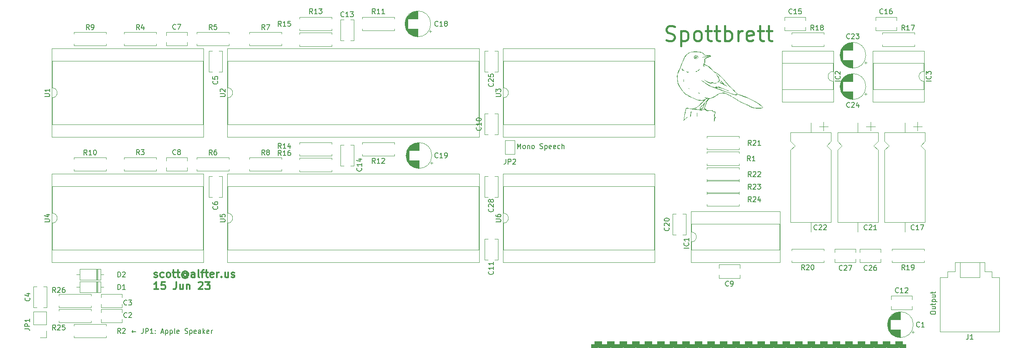
<source format=gbr>
%TF.GenerationSoftware,KiCad,Pcbnew,7.0.1*%
%TF.CreationDate,2023-06-16T10:52:01-07:00*%
%TF.ProjectId,Mockingboard,4d6f636b-696e-4676-926f-6172642e6b69,rev?*%
%TF.SameCoordinates,PX2f3c490PY8e4fe28*%
%TF.FileFunction,Legend,Top*%
%TF.FilePolarity,Positive*%
%FSLAX46Y46*%
G04 Gerber Fmt 4.6, Leading zero omitted, Abs format (unit mm)*
G04 Created by KiCad (PCBNEW 7.0.1) date 2023-06-16 10:52:01*
%MOMM*%
%LPD*%
G01*
G04 APERTURE LIST*
G04 Aperture macros list*
%AMRoundRect*
0 Rectangle with rounded corners*
0 $1 Rounding radius*
0 $2 $3 $4 $5 $6 $7 $8 $9 X,Y pos of 4 corners*
0 Add a 4 corners polygon primitive as box body*
4,1,4,$2,$3,$4,$5,$6,$7,$8,$9,$2,$3,0*
0 Add four circle primitives for the rounded corners*
1,1,$1+$1,$2,$3*
1,1,$1+$1,$4,$5*
1,1,$1+$1,$6,$7*
1,1,$1+$1,$8,$9*
0 Add four rect primitives between the rounded corners*
20,1,$1+$1,$2,$3,$4,$5,0*
20,1,$1+$1,$4,$5,$6,$7,0*
20,1,$1+$1,$6,$7,$8,$9,0*
20,1,$1+$1,$8,$9,$2,$3,0*%
G04 Aperture macros list end*
%ADD10C,0.300000*%
%ADD11C,0.150000*%
%ADD12C,0.400000*%
%ADD13C,0.120000*%
%ADD14C,0.001000*%
%ADD15R,1.600000X1.600000*%
%ADD16C,1.600000*%
%ADD17O,1.600000X1.600000*%
%ADD18R,2.400000X2.400000*%
%ADD19O,2.400000X2.400000*%
%ADD20R,1.500000X1.000000*%
%ADD21R,1.700000X1.700000*%
%ADD22O,1.700000X1.700000*%
%ADD23O,1.200000X2.200000*%
%ADD24O,2.200000X1.200000*%
%ADD25RoundRect,0.650000X-0.762000X3.175000X-0.762000X-3.175000X0.762000X-3.175000X0.762000X3.175000X0*%
G04 APERTURE END LIST*
D10*
X26955714Y20465000D02*
X27098571Y20393572D01*
X27098571Y20393572D02*
X27384285Y20393572D01*
X27384285Y20393572D02*
X27527142Y20465000D01*
X27527142Y20465000D02*
X27598571Y20607858D01*
X27598571Y20607858D02*
X27598571Y20679286D01*
X27598571Y20679286D02*
X27527142Y20822143D01*
X27527142Y20822143D02*
X27384285Y20893572D01*
X27384285Y20893572D02*
X27170000Y20893572D01*
X27170000Y20893572D02*
X27027142Y20965000D01*
X27027142Y20965000D02*
X26955714Y21107858D01*
X26955714Y21107858D02*
X26955714Y21179286D01*
X26955714Y21179286D02*
X27027142Y21322143D01*
X27027142Y21322143D02*
X27170000Y21393572D01*
X27170000Y21393572D02*
X27384285Y21393572D01*
X27384285Y21393572D02*
X27527142Y21322143D01*
X28884286Y20465000D02*
X28741428Y20393572D01*
X28741428Y20393572D02*
X28455714Y20393572D01*
X28455714Y20393572D02*
X28312857Y20465000D01*
X28312857Y20465000D02*
X28241428Y20536429D01*
X28241428Y20536429D02*
X28170000Y20679286D01*
X28170000Y20679286D02*
X28170000Y21107858D01*
X28170000Y21107858D02*
X28241428Y21250715D01*
X28241428Y21250715D02*
X28312857Y21322143D01*
X28312857Y21322143D02*
X28455714Y21393572D01*
X28455714Y21393572D02*
X28741428Y21393572D01*
X28741428Y21393572D02*
X28884286Y21322143D01*
X29741428Y20393572D02*
X29598571Y20465000D01*
X29598571Y20465000D02*
X29527142Y20536429D01*
X29527142Y20536429D02*
X29455714Y20679286D01*
X29455714Y20679286D02*
X29455714Y21107858D01*
X29455714Y21107858D02*
X29527142Y21250715D01*
X29527142Y21250715D02*
X29598571Y21322143D01*
X29598571Y21322143D02*
X29741428Y21393572D01*
X29741428Y21393572D02*
X29955714Y21393572D01*
X29955714Y21393572D02*
X30098571Y21322143D01*
X30098571Y21322143D02*
X30170000Y21250715D01*
X30170000Y21250715D02*
X30241428Y21107858D01*
X30241428Y21107858D02*
X30241428Y20679286D01*
X30241428Y20679286D02*
X30170000Y20536429D01*
X30170000Y20536429D02*
X30098571Y20465000D01*
X30098571Y20465000D02*
X29955714Y20393572D01*
X29955714Y20393572D02*
X29741428Y20393572D01*
X30670000Y21393572D02*
X31241428Y21393572D01*
X30884285Y21893572D02*
X30884285Y20607858D01*
X30884285Y20607858D02*
X30955714Y20465000D01*
X30955714Y20465000D02*
X31098571Y20393572D01*
X31098571Y20393572D02*
X31241428Y20393572D01*
X31527143Y21393572D02*
X32098571Y21393572D01*
X31741428Y21893572D02*
X31741428Y20607858D01*
X31741428Y20607858D02*
X31812857Y20465000D01*
X31812857Y20465000D02*
X31955714Y20393572D01*
X31955714Y20393572D02*
X32098571Y20393572D01*
X33527143Y21107858D02*
X33455714Y21179286D01*
X33455714Y21179286D02*
X33312857Y21250715D01*
X33312857Y21250715D02*
X33170000Y21250715D01*
X33170000Y21250715D02*
X33027143Y21179286D01*
X33027143Y21179286D02*
X32955714Y21107858D01*
X32955714Y21107858D02*
X32884286Y20965000D01*
X32884286Y20965000D02*
X32884286Y20822143D01*
X32884286Y20822143D02*
X32955714Y20679286D01*
X32955714Y20679286D02*
X33027143Y20607858D01*
X33027143Y20607858D02*
X33170000Y20536429D01*
X33170000Y20536429D02*
X33312857Y20536429D01*
X33312857Y20536429D02*
X33455714Y20607858D01*
X33455714Y20607858D02*
X33527143Y20679286D01*
X33527143Y21250715D02*
X33527143Y20679286D01*
X33527143Y20679286D02*
X33598571Y20607858D01*
X33598571Y20607858D02*
X33670000Y20607858D01*
X33670000Y20607858D02*
X33812857Y20679286D01*
X33812857Y20679286D02*
X33884286Y20822143D01*
X33884286Y20822143D02*
X33884286Y21179286D01*
X33884286Y21179286D02*
X33741429Y21393572D01*
X33741429Y21393572D02*
X33527143Y21536429D01*
X33527143Y21536429D02*
X33241429Y21607858D01*
X33241429Y21607858D02*
X32955714Y21536429D01*
X32955714Y21536429D02*
X32741429Y21393572D01*
X32741429Y21393572D02*
X32598571Y21179286D01*
X32598571Y21179286D02*
X32527143Y20893572D01*
X32527143Y20893572D02*
X32598571Y20607858D01*
X32598571Y20607858D02*
X32741429Y20393572D01*
X32741429Y20393572D02*
X32955714Y20250715D01*
X32955714Y20250715D02*
X33241429Y20179286D01*
X33241429Y20179286D02*
X33527143Y20250715D01*
X33527143Y20250715D02*
X33741429Y20393572D01*
X35170000Y20393572D02*
X35170000Y21179286D01*
X35170000Y21179286D02*
X35098571Y21322143D01*
X35098571Y21322143D02*
X34955714Y21393572D01*
X34955714Y21393572D02*
X34670000Y21393572D01*
X34670000Y21393572D02*
X34527142Y21322143D01*
X35170000Y20465000D02*
X35027142Y20393572D01*
X35027142Y20393572D02*
X34670000Y20393572D01*
X34670000Y20393572D02*
X34527142Y20465000D01*
X34527142Y20465000D02*
X34455714Y20607858D01*
X34455714Y20607858D02*
X34455714Y20750715D01*
X34455714Y20750715D02*
X34527142Y20893572D01*
X34527142Y20893572D02*
X34670000Y20965000D01*
X34670000Y20965000D02*
X35027142Y20965000D01*
X35027142Y20965000D02*
X35170000Y21036429D01*
X36098571Y20393572D02*
X35955714Y20465000D01*
X35955714Y20465000D02*
X35884285Y20607858D01*
X35884285Y20607858D02*
X35884285Y21893572D01*
X36455714Y21393572D02*
X37027142Y21393572D01*
X36669999Y20393572D02*
X36669999Y21679286D01*
X36669999Y21679286D02*
X36741428Y21822143D01*
X36741428Y21822143D02*
X36884285Y21893572D01*
X36884285Y21893572D02*
X37027142Y21893572D01*
X37312857Y21393572D02*
X37884285Y21393572D01*
X37527142Y21893572D02*
X37527142Y20607858D01*
X37527142Y20607858D02*
X37598571Y20465000D01*
X37598571Y20465000D02*
X37741428Y20393572D01*
X37741428Y20393572D02*
X37884285Y20393572D01*
X38955714Y20465000D02*
X38812857Y20393572D01*
X38812857Y20393572D02*
X38527143Y20393572D01*
X38527143Y20393572D02*
X38384285Y20465000D01*
X38384285Y20465000D02*
X38312857Y20607858D01*
X38312857Y20607858D02*
X38312857Y21179286D01*
X38312857Y21179286D02*
X38384285Y21322143D01*
X38384285Y21322143D02*
X38527143Y21393572D01*
X38527143Y21393572D02*
X38812857Y21393572D01*
X38812857Y21393572D02*
X38955714Y21322143D01*
X38955714Y21322143D02*
X39027143Y21179286D01*
X39027143Y21179286D02*
X39027143Y21036429D01*
X39027143Y21036429D02*
X38312857Y20893572D01*
X39669999Y20393572D02*
X39669999Y21393572D01*
X39669999Y21107858D02*
X39741428Y21250715D01*
X39741428Y21250715D02*
X39812857Y21322143D01*
X39812857Y21322143D02*
X39955714Y21393572D01*
X39955714Y21393572D02*
X40098571Y21393572D01*
X40598570Y20536429D02*
X40669999Y20465000D01*
X40669999Y20465000D02*
X40598570Y20393572D01*
X40598570Y20393572D02*
X40527142Y20465000D01*
X40527142Y20465000D02*
X40598570Y20536429D01*
X40598570Y20536429D02*
X40598570Y20393572D01*
X41955714Y21393572D02*
X41955714Y20393572D01*
X41312856Y21393572D02*
X41312856Y20607858D01*
X41312856Y20607858D02*
X41384285Y20465000D01*
X41384285Y20465000D02*
X41527142Y20393572D01*
X41527142Y20393572D02*
X41741428Y20393572D01*
X41741428Y20393572D02*
X41884285Y20465000D01*
X41884285Y20465000D02*
X41955714Y20536429D01*
X42598571Y20465000D02*
X42741428Y20393572D01*
X42741428Y20393572D02*
X43027142Y20393572D01*
X43027142Y20393572D02*
X43169999Y20465000D01*
X43169999Y20465000D02*
X43241428Y20607858D01*
X43241428Y20607858D02*
X43241428Y20679286D01*
X43241428Y20679286D02*
X43169999Y20822143D01*
X43169999Y20822143D02*
X43027142Y20893572D01*
X43027142Y20893572D02*
X42812857Y20893572D01*
X42812857Y20893572D02*
X42669999Y20965000D01*
X42669999Y20965000D02*
X42598571Y21107858D01*
X42598571Y21107858D02*
X42598571Y21179286D01*
X42598571Y21179286D02*
X42669999Y21322143D01*
X42669999Y21322143D02*
X42812857Y21393572D01*
X42812857Y21393572D02*
X43027142Y21393572D01*
X43027142Y21393572D02*
X43169999Y21322143D01*
X27812857Y17963572D02*
X26955714Y17963572D01*
X27384285Y17963572D02*
X27384285Y19463572D01*
X27384285Y19463572D02*
X27241428Y19249286D01*
X27241428Y19249286D02*
X27098571Y19106429D01*
X27098571Y19106429D02*
X26955714Y19035000D01*
X29169999Y19463572D02*
X28455713Y19463572D01*
X28455713Y19463572D02*
X28384285Y18749286D01*
X28384285Y18749286D02*
X28455713Y18820715D01*
X28455713Y18820715D02*
X28598571Y18892143D01*
X28598571Y18892143D02*
X28955713Y18892143D01*
X28955713Y18892143D02*
X29098571Y18820715D01*
X29098571Y18820715D02*
X29169999Y18749286D01*
X29169999Y18749286D02*
X29241428Y18606429D01*
X29241428Y18606429D02*
X29241428Y18249286D01*
X29241428Y18249286D02*
X29169999Y18106429D01*
X29169999Y18106429D02*
X29098571Y18035000D01*
X29098571Y18035000D02*
X28955713Y17963572D01*
X28955713Y17963572D02*
X28598571Y17963572D01*
X28598571Y17963572D02*
X28455713Y18035000D01*
X28455713Y18035000D02*
X28384285Y18106429D01*
X31455713Y19463572D02*
X31455713Y18392143D01*
X31455713Y18392143D02*
X31384284Y18177858D01*
X31384284Y18177858D02*
X31241427Y18035000D01*
X31241427Y18035000D02*
X31027141Y17963572D01*
X31027141Y17963572D02*
X30884284Y17963572D01*
X32812856Y18963572D02*
X32812856Y17963572D01*
X32169998Y18963572D02*
X32169998Y18177858D01*
X32169998Y18177858D02*
X32241427Y18035000D01*
X32241427Y18035000D02*
X32384284Y17963572D01*
X32384284Y17963572D02*
X32598570Y17963572D01*
X32598570Y17963572D02*
X32741427Y18035000D01*
X32741427Y18035000D02*
X32812856Y18106429D01*
X33527141Y18963572D02*
X33527141Y17963572D01*
X33527141Y18820715D02*
X33598570Y18892143D01*
X33598570Y18892143D02*
X33741427Y18963572D01*
X33741427Y18963572D02*
X33955713Y18963572D01*
X33955713Y18963572D02*
X34098570Y18892143D01*
X34098570Y18892143D02*
X34169999Y18749286D01*
X34169999Y18749286D02*
X34169999Y17963572D01*
X35955713Y19320715D02*
X36027141Y19392143D01*
X36027141Y19392143D02*
X36169999Y19463572D01*
X36169999Y19463572D02*
X36527141Y19463572D01*
X36527141Y19463572D02*
X36669999Y19392143D01*
X36669999Y19392143D02*
X36741427Y19320715D01*
X36741427Y19320715D02*
X36812856Y19177858D01*
X36812856Y19177858D02*
X36812856Y19035000D01*
X36812856Y19035000D02*
X36741427Y18820715D01*
X36741427Y18820715D02*
X35884284Y17963572D01*
X35884284Y17963572D02*
X36812856Y17963572D01*
X37312855Y19463572D02*
X38241427Y19463572D01*
X38241427Y19463572D02*
X37741427Y18892143D01*
X37741427Y18892143D02*
X37955712Y18892143D01*
X37955712Y18892143D02*
X38098570Y18820715D01*
X38098570Y18820715D02*
X38169998Y18749286D01*
X38169998Y18749286D02*
X38241427Y18606429D01*
X38241427Y18606429D02*
X38241427Y18249286D01*
X38241427Y18249286D02*
X38169998Y18106429D01*
X38169998Y18106429D02*
X38098570Y18035000D01*
X38098570Y18035000D02*
X37955712Y17963572D01*
X37955712Y17963572D02*
X37527141Y17963572D01*
X37527141Y17963572D02*
X37384284Y18035000D01*
X37384284Y18035000D02*
X37312855Y18106429D01*
D11*
X100568095Y46477381D02*
X100568095Y47477381D01*
X100568095Y47477381D02*
X100901428Y46763096D01*
X100901428Y46763096D02*
X101234761Y47477381D01*
X101234761Y47477381D02*
X101234761Y46477381D01*
X101853809Y46477381D02*
X101758571Y46525000D01*
X101758571Y46525000D02*
X101710952Y46572620D01*
X101710952Y46572620D02*
X101663333Y46667858D01*
X101663333Y46667858D02*
X101663333Y46953572D01*
X101663333Y46953572D02*
X101710952Y47048810D01*
X101710952Y47048810D02*
X101758571Y47096429D01*
X101758571Y47096429D02*
X101853809Y47144048D01*
X101853809Y47144048D02*
X101996666Y47144048D01*
X101996666Y47144048D02*
X102091904Y47096429D01*
X102091904Y47096429D02*
X102139523Y47048810D01*
X102139523Y47048810D02*
X102187142Y46953572D01*
X102187142Y46953572D02*
X102187142Y46667858D01*
X102187142Y46667858D02*
X102139523Y46572620D01*
X102139523Y46572620D02*
X102091904Y46525000D01*
X102091904Y46525000D02*
X101996666Y46477381D01*
X101996666Y46477381D02*
X101853809Y46477381D01*
X102615714Y47144048D02*
X102615714Y46477381D01*
X102615714Y47048810D02*
X102663333Y47096429D01*
X102663333Y47096429D02*
X102758571Y47144048D01*
X102758571Y47144048D02*
X102901428Y47144048D01*
X102901428Y47144048D02*
X102996666Y47096429D01*
X102996666Y47096429D02*
X103044285Y47001191D01*
X103044285Y47001191D02*
X103044285Y46477381D01*
X103663333Y46477381D02*
X103568095Y46525000D01*
X103568095Y46525000D02*
X103520476Y46572620D01*
X103520476Y46572620D02*
X103472857Y46667858D01*
X103472857Y46667858D02*
X103472857Y46953572D01*
X103472857Y46953572D02*
X103520476Y47048810D01*
X103520476Y47048810D02*
X103568095Y47096429D01*
X103568095Y47096429D02*
X103663333Y47144048D01*
X103663333Y47144048D02*
X103806190Y47144048D01*
X103806190Y47144048D02*
X103901428Y47096429D01*
X103901428Y47096429D02*
X103949047Y47048810D01*
X103949047Y47048810D02*
X103996666Y46953572D01*
X103996666Y46953572D02*
X103996666Y46667858D01*
X103996666Y46667858D02*
X103949047Y46572620D01*
X103949047Y46572620D02*
X103901428Y46525000D01*
X103901428Y46525000D02*
X103806190Y46477381D01*
X103806190Y46477381D02*
X103663333Y46477381D01*
X105139524Y46525000D02*
X105282381Y46477381D01*
X105282381Y46477381D02*
X105520476Y46477381D01*
X105520476Y46477381D02*
X105615714Y46525000D01*
X105615714Y46525000D02*
X105663333Y46572620D01*
X105663333Y46572620D02*
X105710952Y46667858D01*
X105710952Y46667858D02*
X105710952Y46763096D01*
X105710952Y46763096D02*
X105663333Y46858334D01*
X105663333Y46858334D02*
X105615714Y46905953D01*
X105615714Y46905953D02*
X105520476Y46953572D01*
X105520476Y46953572D02*
X105330000Y47001191D01*
X105330000Y47001191D02*
X105234762Y47048810D01*
X105234762Y47048810D02*
X105187143Y47096429D01*
X105187143Y47096429D02*
X105139524Y47191667D01*
X105139524Y47191667D02*
X105139524Y47286905D01*
X105139524Y47286905D02*
X105187143Y47382143D01*
X105187143Y47382143D02*
X105234762Y47429762D01*
X105234762Y47429762D02*
X105330000Y47477381D01*
X105330000Y47477381D02*
X105568095Y47477381D01*
X105568095Y47477381D02*
X105710952Y47429762D01*
X106139524Y47144048D02*
X106139524Y46144048D01*
X106139524Y47096429D02*
X106234762Y47144048D01*
X106234762Y47144048D02*
X106425238Y47144048D01*
X106425238Y47144048D02*
X106520476Y47096429D01*
X106520476Y47096429D02*
X106568095Y47048810D01*
X106568095Y47048810D02*
X106615714Y46953572D01*
X106615714Y46953572D02*
X106615714Y46667858D01*
X106615714Y46667858D02*
X106568095Y46572620D01*
X106568095Y46572620D02*
X106520476Y46525000D01*
X106520476Y46525000D02*
X106425238Y46477381D01*
X106425238Y46477381D02*
X106234762Y46477381D01*
X106234762Y46477381D02*
X106139524Y46525000D01*
X107425238Y46525000D02*
X107330000Y46477381D01*
X107330000Y46477381D02*
X107139524Y46477381D01*
X107139524Y46477381D02*
X107044286Y46525000D01*
X107044286Y46525000D02*
X106996667Y46620239D01*
X106996667Y46620239D02*
X106996667Y47001191D01*
X106996667Y47001191D02*
X107044286Y47096429D01*
X107044286Y47096429D02*
X107139524Y47144048D01*
X107139524Y47144048D02*
X107330000Y47144048D01*
X107330000Y47144048D02*
X107425238Y47096429D01*
X107425238Y47096429D02*
X107472857Y47001191D01*
X107472857Y47001191D02*
X107472857Y46905953D01*
X107472857Y46905953D02*
X106996667Y46810715D01*
X108282381Y46525000D02*
X108187143Y46477381D01*
X108187143Y46477381D02*
X107996667Y46477381D01*
X107996667Y46477381D02*
X107901429Y46525000D01*
X107901429Y46525000D02*
X107853810Y46620239D01*
X107853810Y46620239D02*
X107853810Y47001191D01*
X107853810Y47001191D02*
X107901429Y47096429D01*
X107901429Y47096429D02*
X107996667Y47144048D01*
X107996667Y47144048D02*
X108187143Y47144048D01*
X108187143Y47144048D02*
X108282381Y47096429D01*
X108282381Y47096429D02*
X108330000Y47001191D01*
X108330000Y47001191D02*
X108330000Y46905953D01*
X108330000Y46905953D02*
X107853810Y46810715D01*
X109187143Y46525000D02*
X109091905Y46477381D01*
X109091905Y46477381D02*
X108901429Y46477381D01*
X108901429Y46477381D02*
X108806191Y46525000D01*
X108806191Y46525000D02*
X108758572Y46572620D01*
X108758572Y46572620D02*
X108710953Y46667858D01*
X108710953Y46667858D02*
X108710953Y46953572D01*
X108710953Y46953572D02*
X108758572Y47048810D01*
X108758572Y47048810D02*
X108806191Y47096429D01*
X108806191Y47096429D02*
X108901429Y47144048D01*
X108901429Y47144048D02*
X109091905Y47144048D01*
X109091905Y47144048D02*
X109187143Y47096429D01*
X109615715Y46477381D02*
X109615715Y47477381D01*
X110044286Y46477381D02*
X110044286Y47001191D01*
X110044286Y47001191D02*
X109996667Y47096429D01*
X109996667Y47096429D02*
X109901429Y47144048D01*
X109901429Y47144048D02*
X109758572Y47144048D01*
X109758572Y47144048D02*
X109663334Y47096429D01*
X109663334Y47096429D02*
X109615715Y47048810D01*
X184297619Y13128572D02*
X184297619Y13319048D01*
X184297619Y13319048D02*
X184345238Y13414286D01*
X184345238Y13414286D02*
X184440476Y13509524D01*
X184440476Y13509524D02*
X184630952Y13557143D01*
X184630952Y13557143D02*
X184964285Y13557143D01*
X184964285Y13557143D02*
X185154761Y13509524D01*
X185154761Y13509524D02*
X185250000Y13414286D01*
X185250000Y13414286D02*
X185297619Y13319048D01*
X185297619Y13319048D02*
X185297619Y13128572D01*
X185297619Y13128572D02*
X185250000Y13033334D01*
X185250000Y13033334D02*
X185154761Y12938096D01*
X185154761Y12938096D02*
X184964285Y12890477D01*
X184964285Y12890477D02*
X184630952Y12890477D01*
X184630952Y12890477D02*
X184440476Y12938096D01*
X184440476Y12938096D02*
X184345238Y13033334D01*
X184345238Y13033334D02*
X184297619Y13128572D01*
X184630952Y14414286D02*
X185297619Y14414286D01*
X184630952Y13985715D02*
X185154761Y13985715D01*
X185154761Y13985715D02*
X185250000Y14033334D01*
X185250000Y14033334D02*
X185297619Y14128572D01*
X185297619Y14128572D02*
X185297619Y14271429D01*
X185297619Y14271429D02*
X185250000Y14366667D01*
X185250000Y14366667D02*
X185202380Y14414286D01*
X184630952Y14747620D02*
X184630952Y15128572D01*
X184297619Y14890477D02*
X185154761Y14890477D01*
X185154761Y14890477D02*
X185250000Y14938096D01*
X185250000Y14938096D02*
X185297619Y15033334D01*
X185297619Y15033334D02*
X185297619Y15128572D01*
X184630952Y15461906D02*
X185630952Y15461906D01*
X184678571Y15461906D02*
X184630952Y15557144D01*
X184630952Y15557144D02*
X184630952Y15747620D01*
X184630952Y15747620D02*
X184678571Y15842858D01*
X184678571Y15842858D02*
X184726190Y15890477D01*
X184726190Y15890477D02*
X184821428Y15938096D01*
X184821428Y15938096D02*
X185107142Y15938096D01*
X185107142Y15938096D02*
X185202380Y15890477D01*
X185202380Y15890477D02*
X185250000Y15842858D01*
X185250000Y15842858D02*
X185297619Y15747620D01*
X185297619Y15747620D02*
X185297619Y15557144D01*
X185297619Y15557144D02*
X185250000Y15461906D01*
X184630952Y16795239D02*
X185297619Y16795239D01*
X184630952Y16366668D02*
X185154761Y16366668D01*
X185154761Y16366668D02*
X185250000Y16414287D01*
X185250000Y16414287D02*
X185297619Y16509525D01*
X185297619Y16509525D02*
X185297619Y16652382D01*
X185297619Y16652382D02*
X185250000Y16747620D01*
X185250000Y16747620D02*
X185202380Y16795239D01*
X184630952Y17128573D02*
X184630952Y17509525D01*
X184297619Y17271430D02*
X185154761Y17271430D01*
X185154761Y17271430D02*
X185250000Y17319049D01*
X185250000Y17319049D02*
X185297619Y17414287D01*
X185297619Y17414287D02*
X185297619Y17509525D01*
D12*
X130746428Y68455000D02*
X131175000Y68312143D01*
X131175000Y68312143D02*
X131889285Y68312143D01*
X131889285Y68312143D02*
X132175000Y68455000D01*
X132175000Y68455000D02*
X132317857Y68597858D01*
X132317857Y68597858D02*
X132460714Y68883572D01*
X132460714Y68883572D02*
X132460714Y69169286D01*
X132460714Y69169286D02*
X132317857Y69455000D01*
X132317857Y69455000D02*
X132175000Y69597858D01*
X132175000Y69597858D02*
X131889285Y69740715D01*
X131889285Y69740715D02*
X131317857Y69883572D01*
X131317857Y69883572D02*
X131032142Y70026429D01*
X131032142Y70026429D02*
X130889285Y70169286D01*
X130889285Y70169286D02*
X130746428Y70455000D01*
X130746428Y70455000D02*
X130746428Y70740715D01*
X130746428Y70740715D02*
X130889285Y71026429D01*
X130889285Y71026429D02*
X131032142Y71169286D01*
X131032142Y71169286D02*
X131317857Y71312143D01*
X131317857Y71312143D02*
X132032142Y71312143D01*
X132032142Y71312143D02*
X132460714Y71169286D01*
X133746428Y70312143D02*
X133746428Y67312143D01*
X133746428Y70169286D02*
X134032143Y70312143D01*
X134032143Y70312143D02*
X134603571Y70312143D01*
X134603571Y70312143D02*
X134889285Y70169286D01*
X134889285Y70169286D02*
X135032143Y70026429D01*
X135032143Y70026429D02*
X135175000Y69740715D01*
X135175000Y69740715D02*
X135175000Y68883572D01*
X135175000Y68883572D02*
X135032143Y68597858D01*
X135032143Y68597858D02*
X134889285Y68455000D01*
X134889285Y68455000D02*
X134603571Y68312143D01*
X134603571Y68312143D02*
X134032143Y68312143D01*
X134032143Y68312143D02*
X133746428Y68455000D01*
X136889286Y68312143D02*
X136603571Y68455000D01*
X136603571Y68455000D02*
X136460714Y68597858D01*
X136460714Y68597858D02*
X136317857Y68883572D01*
X136317857Y68883572D02*
X136317857Y69740715D01*
X136317857Y69740715D02*
X136460714Y70026429D01*
X136460714Y70026429D02*
X136603571Y70169286D01*
X136603571Y70169286D02*
X136889286Y70312143D01*
X136889286Y70312143D02*
X137317857Y70312143D01*
X137317857Y70312143D02*
X137603571Y70169286D01*
X137603571Y70169286D02*
X137746429Y70026429D01*
X137746429Y70026429D02*
X137889286Y69740715D01*
X137889286Y69740715D02*
X137889286Y68883572D01*
X137889286Y68883572D02*
X137746429Y68597858D01*
X137746429Y68597858D02*
X137603571Y68455000D01*
X137603571Y68455000D02*
X137317857Y68312143D01*
X137317857Y68312143D02*
X136889286Y68312143D01*
X138746429Y70312143D02*
X139889286Y70312143D01*
X139175000Y71312143D02*
X139175000Y68740715D01*
X139175000Y68740715D02*
X139317857Y68455000D01*
X139317857Y68455000D02*
X139603572Y68312143D01*
X139603572Y68312143D02*
X139889286Y68312143D01*
X140460715Y70312143D02*
X141603572Y70312143D01*
X140889286Y71312143D02*
X140889286Y68740715D01*
X140889286Y68740715D02*
X141032143Y68455000D01*
X141032143Y68455000D02*
X141317858Y68312143D01*
X141317858Y68312143D02*
X141603572Y68312143D01*
X142603572Y68312143D02*
X142603572Y71312143D01*
X142603572Y70169286D02*
X142889287Y70312143D01*
X142889287Y70312143D02*
X143460715Y70312143D01*
X143460715Y70312143D02*
X143746429Y70169286D01*
X143746429Y70169286D02*
X143889287Y70026429D01*
X143889287Y70026429D02*
X144032144Y69740715D01*
X144032144Y69740715D02*
X144032144Y68883572D01*
X144032144Y68883572D02*
X143889287Y68597858D01*
X143889287Y68597858D02*
X143746429Y68455000D01*
X143746429Y68455000D02*
X143460715Y68312143D01*
X143460715Y68312143D02*
X142889287Y68312143D01*
X142889287Y68312143D02*
X142603572Y68455000D01*
X145317858Y68312143D02*
X145317858Y70312143D01*
X145317858Y69740715D02*
X145460715Y70026429D01*
X145460715Y70026429D02*
X145603573Y70169286D01*
X145603573Y70169286D02*
X145889287Y70312143D01*
X145889287Y70312143D02*
X146175001Y70312143D01*
X148317858Y68455000D02*
X148032144Y68312143D01*
X148032144Y68312143D02*
X147460716Y68312143D01*
X147460716Y68312143D02*
X147175001Y68455000D01*
X147175001Y68455000D02*
X147032144Y68740715D01*
X147032144Y68740715D02*
X147032144Y69883572D01*
X147032144Y69883572D02*
X147175001Y70169286D01*
X147175001Y70169286D02*
X147460716Y70312143D01*
X147460716Y70312143D02*
X148032144Y70312143D01*
X148032144Y70312143D02*
X148317858Y70169286D01*
X148317858Y70169286D02*
X148460716Y69883572D01*
X148460716Y69883572D02*
X148460716Y69597858D01*
X148460716Y69597858D02*
X147032144Y69312143D01*
X149317859Y70312143D02*
X150460716Y70312143D01*
X149746430Y71312143D02*
X149746430Y68740715D01*
X149746430Y68740715D02*
X149889287Y68455000D01*
X149889287Y68455000D02*
X150175002Y68312143D01*
X150175002Y68312143D02*
X150460716Y68312143D01*
X151032145Y70312143D02*
X152175002Y70312143D01*
X151460716Y71312143D02*
X151460716Y68740715D01*
X151460716Y68740715D02*
X151603573Y68455000D01*
X151603573Y68455000D02*
X151889288Y68312143D01*
X151889288Y68312143D02*
X152175002Y68312143D01*
D11*
X23225000Y9393334D02*
X22463095Y9393334D01*
X22653571Y9202858D02*
X22463095Y9393334D01*
X22463095Y9393334D02*
X22653571Y9583810D01*
X24748809Y10012381D02*
X24748809Y9298096D01*
X24748809Y9298096D02*
X24701190Y9155239D01*
X24701190Y9155239D02*
X24605952Y9060000D01*
X24605952Y9060000D02*
X24463095Y9012381D01*
X24463095Y9012381D02*
X24367857Y9012381D01*
X25225000Y9012381D02*
X25225000Y10012381D01*
X25225000Y10012381D02*
X25605952Y10012381D01*
X25605952Y10012381D02*
X25701190Y9964762D01*
X25701190Y9964762D02*
X25748809Y9917143D01*
X25748809Y9917143D02*
X25796428Y9821905D01*
X25796428Y9821905D02*
X25796428Y9679048D01*
X25796428Y9679048D02*
X25748809Y9583810D01*
X25748809Y9583810D02*
X25701190Y9536191D01*
X25701190Y9536191D02*
X25605952Y9488572D01*
X25605952Y9488572D02*
X25225000Y9488572D01*
X26748809Y9012381D02*
X26177381Y9012381D01*
X26463095Y9012381D02*
X26463095Y10012381D01*
X26463095Y10012381D02*
X26367857Y9869524D01*
X26367857Y9869524D02*
X26272619Y9774286D01*
X26272619Y9774286D02*
X26177381Y9726667D01*
X27177381Y9107620D02*
X27225000Y9060000D01*
X27225000Y9060000D02*
X27177381Y9012381D01*
X27177381Y9012381D02*
X27129762Y9060000D01*
X27129762Y9060000D02*
X27177381Y9107620D01*
X27177381Y9107620D02*
X27177381Y9012381D01*
X27177381Y9631429D02*
X27225000Y9583810D01*
X27225000Y9583810D02*
X27177381Y9536191D01*
X27177381Y9536191D02*
X27129762Y9583810D01*
X27129762Y9583810D02*
X27177381Y9631429D01*
X27177381Y9631429D02*
X27177381Y9536191D01*
X28367857Y9298096D02*
X28844047Y9298096D01*
X28272619Y9012381D02*
X28605952Y10012381D01*
X28605952Y10012381D02*
X28939285Y9012381D01*
X29272619Y9679048D02*
X29272619Y8679048D01*
X29272619Y9631429D02*
X29367857Y9679048D01*
X29367857Y9679048D02*
X29558333Y9679048D01*
X29558333Y9679048D02*
X29653571Y9631429D01*
X29653571Y9631429D02*
X29701190Y9583810D01*
X29701190Y9583810D02*
X29748809Y9488572D01*
X29748809Y9488572D02*
X29748809Y9202858D01*
X29748809Y9202858D02*
X29701190Y9107620D01*
X29701190Y9107620D02*
X29653571Y9060000D01*
X29653571Y9060000D02*
X29558333Y9012381D01*
X29558333Y9012381D02*
X29367857Y9012381D01*
X29367857Y9012381D02*
X29272619Y9060000D01*
X30177381Y9679048D02*
X30177381Y8679048D01*
X30177381Y9631429D02*
X30272619Y9679048D01*
X30272619Y9679048D02*
X30463095Y9679048D01*
X30463095Y9679048D02*
X30558333Y9631429D01*
X30558333Y9631429D02*
X30605952Y9583810D01*
X30605952Y9583810D02*
X30653571Y9488572D01*
X30653571Y9488572D02*
X30653571Y9202858D01*
X30653571Y9202858D02*
X30605952Y9107620D01*
X30605952Y9107620D02*
X30558333Y9060000D01*
X30558333Y9060000D02*
X30463095Y9012381D01*
X30463095Y9012381D02*
X30272619Y9012381D01*
X30272619Y9012381D02*
X30177381Y9060000D01*
X31225000Y9012381D02*
X31129762Y9060000D01*
X31129762Y9060000D02*
X31082143Y9155239D01*
X31082143Y9155239D02*
X31082143Y10012381D01*
X31986905Y9060000D02*
X31891667Y9012381D01*
X31891667Y9012381D02*
X31701191Y9012381D01*
X31701191Y9012381D02*
X31605953Y9060000D01*
X31605953Y9060000D02*
X31558334Y9155239D01*
X31558334Y9155239D02*
X31558334Y9536191D01*
X31558334Y9536191D02*
X31605953Y9631429D01*
X31605953Y9631429D02*
X31701191Y9679048D01*
X31701191Y9679048D02*
X31891667Y9679048D01*
X31891667Y9679048D02*
X31986905Y9631429D01*
X31986905Y9631429D02*
X32034524Y9536191D01*
X32034524Y9536191D02*
X32034524Y9440953D01*
X32034524Y9440953D02*
X31558334Y9345715D01*
X33177382Y9060000D02*
X33320239Y9012381D01*
X33320239Y9012381D02*
X33558334Y9012381D01*
X33558334Y9012381D02*
X33653572Y9060000D01*
X33653572Y9060000D02*
X33701191Y9107620D01*
X33701191Y9107620D02*
X33748810Y9202858D01*
X33748810Y9202858D02*
X33748810Y9298096D01*
X33748810Y9298096D02*
X33701191Y9393334D01*
X33701191Y9393334D02*
X33653572Y9440953D01*
X33653572Y9440953D02*
X33558334Y9488572D01*
X33558334Y9488572D02*
X33367858Y9536191D01*
X33367858Y9536191D02*
X33272620Y9583810D01*
X33272620Y9583810D02*
X33225001Y9631429D01*
X33225001Y9631429D02*
X33177382Y9726667D01*
X33177382Y9726667D02*
X33177382Y9821905D01*
X33177382Y9821905D02*
X33225001Y9917143D01*
X33225001Y9917143D02*
X33272620Y9964762D01*
X33272620Y9964762D02*
X33367858Y10012381D01*
X33367858Y10012381D02*
X33605953Y10012381D01*
X33605953Y10012381D02*
X33748810Y9964762D01*
X34177382Y9679048D02*
X34177382Y8679048D01*
X34177382Y9631429D02*
X34272620Y9679048D01*
X34272620Y9679048D02*
X34463096Y9679048D01*
X34463096Y9679048D02*
X34558334Y9631429D01*
X34558334Y9631429D02*
X34605953Y9583810D01*
X34605953Y9583810D02*
X34653572Y9488572D01*
X34653572Y9488572D02*
X34653572Y9202858D01*
X34653572Y9202858D02*
X34605953Y9107620D01*
X34605953Y9107620D02*
X34558334Y9060000D01*
X34558334Y9060000D02*
X34463096Y9012381D01*
X34463096Y9012381D02*
X34272620Y9012381D01*
X34272620Y9012381D02*
X34177382Y9060000D01*
X35463096Y9060000D02*
X35367858Y9012381D01*
X35367858Y9012381D02*
X35177382Y9012381D01*
X35177382Y9012381D02*
X35082144Y9060000D01*
X35082144Y9060000D02*
X35034525Y9155239D01*
X35034525Y9155239D02*
X35034525Y9536191D01*
X35034525Y9536191D02*
X35082144Y9631429D01*
X35082144Y9631429D02*
X35177382Y9679048D01*
X35177382Y9679048D02*
X35367858Y9679048D01*
X35367858Y9679048D02*
X35463096Y9631429D01*
X35463096Y9631429D02*
X35510715Y9536191D01*
X35510715Y9536191D02*
X35510715Y9440953D01*
X35510715Y9440953D02*
X35034525Y9345715D01*
X36367858Y9012381D02*
X36367858Y9536191D01*
X36367858Y9536191D02*
X36320239Y9631429D01*
X36320239Y9631429D02*
X36225001Y9679048D01*
X36225001Y9679048D02*
X36034525Y9679048D01*
X36034525Y9679048D02*
X35939287Y9631429D01*
X36367858Y9060000D02*
X36272620Y9012381D01*
X36272620Y9012381D02*
X36034525Y9012381D01*
X36034525Y9012381D02*
X35939287Y9060000D01*
X35939287Y9060000D02*
X35891668Y9155239D01*
X35891668Y9155239D02*
X35891668Y9250477D01*
X35891668Y9250477D02*
X35939287Y9345715D01*
X35939287Y9345715D02*
X36034525Y9393334D01*
X36034525Y9393334D02*
X36272620Y9393334D01*
X36272620Y9393334D02*
X36367858Y9440953D01*
X36844049Y9012381D02*
X36844049Y10012381D01*
X36939287Y9393334D02*
X37225001Y9012381D01*
X37225001Y9679048D02*
X36844049Y9298096D01*
X38034525Y9060000D02*
X37939287Y9012381D01*
X37939287Y9012381D02*
X37748811Y9012381D01*
X37748811Y9012381D02*
X37653573Y9060000D01*
X37653573Y9060000D02*
X37605954Y9155239D01*
X37605954Y9155239D02*
X37605954Y9536191D01*
X37605954Y9536191D02*
X37653573Y9631429D01*
X37653573Y9631429D02*
X37748811Y9679048D01*
X37748811Y9679048D02*
X37939287Y9679048D01*
X37939287Y9679048D02*
X38034525Y9631429D01*
X38034525Y9631429D02*
X38082144Y9536191D01*
X38082144Y9536191D02*
X38082144Y9440953D01*
X38082144Y9440953D02*
X37605954Y9345715D01*
X38510716Y9012381D02*
X38510716Y9679048D01*
X38510716Y9488572D02*
X38558335Y9583810D01*
X38558335Y9583810D02*
X38605954Y9631429D01*
X38605954Y9631429D02*
X38701192Y9679048D01*
X38701192Y9679048D02*
X38796430Y9679048D01*
%TO.C,C24*%
X167902142Y54937620D02*
X167854523Y54890000D01*
X167854523Y54890000D02*
X167711666Y54842381D01*
X167711666Y54842381D02*
X167616428Y54842381D01*
X167616428Y54842381D02*
X167473571Y54890000D01*
X167473571Y54890000D02*
X167378333Y54985239D01*
X167378333Y54985239D02*
X167330714Y55080477D01*
X167330714Y55080477D02*
X167283095Y55270953D01*
X167283095Y55270953D02*
X167283095Y55413810D01*
X167283095Y55413810D02*
X167330714Y55604286D01*
X167330714Y55604286D02*
X167378333Y55699524D01*
X167378333Y55699524D02*
X167473571Y55794762D01*
X167473571Y55794762D02*
X167616428Y55842381D01*
X167616428Y55842381D02*
X167711666Y55842381D01*
X167711666Y55842381D02*
X167854523Y55794762D01*
X167854523Y55794762D02*
X167902142Y55747143D01*
X168283095Y55747143D02*
X168330714Y55794762D01*
X168330714Y55794762D02*
X168425952Y55842381D01*
X168425952Y55842381D02*
X168664047Y55842381D01*
X168664047Y55842381D02*
X168759285Y55794762D01*
X168759285Y55794762D02*
X168806904Y55747143D01*
X168806904Y55747143D02*
X168854523Y55651905D01*
X168854523Y55651905D02*
X168854523Y55556667D01*
X168854523Y55556667D02*
X168806904Y55413810D01*
X168806904Y55413810D02*
X168235476Y54842381D01*
X168235476Y54842381D02*
X168854523Y54842381D01*
X169711666Y55509048D02*
X169711666Y54842381D01*
X169473571Y55890000D02*
X169235476Y55175715D01*
X169235476Y55175715D02*
X169854523Y55175715D01*
%TO.C,R22*%
X147947142Y40812381D02*
X147613809Y41288572D01*
X147375714Y40812381D02*
X147375714Y41812381D01*
X147375714Y41812381D02*
X147756666Y41812381D01*
X147756666Y41812381D02*
X147851904Y41764762D01*
X147851904Y41764762D02*
X147899523Y41717143D01*
X147899523Y41717143D02*
X147947142Y41621905D01*
X147947142Y41621905D02*
X147947142Y41479048D01*
X147947142Y41479048D02*
X147899523Y41383810D01*
X147899523Y41383810D02*
X147851904Y41336191D01*
X147851904Y41336191D02*
X147756666Y41288572D01*
X147756666Y41288572D02*
X147375714Y41288572D01*
X148328095Y41717143D02*
X148375714Y41764762D01*
X148375714Y41764762D02*
X148470952Y41812381D01*
X148470952Y41812381D02*
X148709047Y41812381D01*
X148709047Y41812381D02*
X148804285Y41764762D01*
X148804285Y41764762D02*
X148851904Y41717143D01*
X148851904Y41717143D02*
X148899523Y41621905D01*
X148899523Y41621905D02*
X148899523Y41526667D01*
X148899523Y41526667D02*
X148851904Y41383810D01*
X148851904Y41383810D02*
X148280476Y40812381D01*
X148280476Y40812381D02*
X148899523Y40812381D01*
X149280476Y41717143D02*
X149328095Y41764762D01*
X149328095Y41764762D02*
X149423333Y41812381D01*
X149423333Y41812381D02*
X149661428Y41812381D01*
X149661428Y41812381D02*
X149756666Y41764762D01*
X149756666Y41764762D02*
X149804285Y41717143D01*
X149804285Y41717143D02*
X149851904Y41621905D01*
X149851904Y41621905D02*
X149851904Y41526667D01*
X149851904Y41526667D02*
X149804285Y41383810D01*
X149804285Y41383810D02*
X149232857Y40812381D01*
X149232857Y40812381D02*
X149851904Y40812381D01*
%TO.C,R10*%
X13327142Y45214381D02*
X12993809Y45690572D01*
X12755714Y45214381D02*
X12755714Y46214381D01*
X12755714Y46214381D02*
X13136666Y46214381D01*
X13136666Y46214381D02*
X13231904Y46166762D01*
X13231904Y46166762D02*
X13279523Y46119143D01*
X13279523Y46119143D02*
X13327142Y46023905D01*
X13327142Y46023905D02*
X13327142Y45881048D01*
X13327142Y45881048D02*
X13279523Y45785810D01*
X13279523Y45785810D02*
X13231904Y45738191D01*
X13231904Y45738191D02*
X13136666Y45690572D01*
X13136666Y45690572D02*
X12755714Y45690572D01*
X14279523Y45214381D02*
X13708095Y45214381D01*
X13993809Y45214381D02*
X13993809Y46214381D01*
X13993809Y46214381D02*
X13898571Y46071524D01*
X13898571Y46071524D02*
X13803333Y45976286D01*
X13803333Y45976286D02*
X13708095Y45928667D01*
X14898571Y46214381D02*
X14993809Y46214381D01*
X14993809Y46214381D02*
X15089047Y46166762D01*
X15089047Y46166762D02*
X15136666Y46119143D01*
X15136666Y46119143D02*
X15184285Y46023905D01*
X15184285Y46023905D02*
X15231904Y45833429D01*
X15231904Y45833429D02*
X15231904Y45595334D01*
X15231904Y45595334D02*
X15184285Y45404858D01*
X15184285Y45404858D02*
X15136666Y45309620D01*
X15136666Y45309620D02*
X15089047Y45262000D01*
X15089047Y45262000D02*
X14993809Y45214381D01*
X14993809Y45214381D02*
X14898571Y45214381D01*
X14898571Y45214381D02*
X14803333Y45262000D01*
X14803333Y45262000D02*
X14755714Y45309620D01*
X14755714Y45309620D02*
X14708095Y45404858D01*
X14708095Y45404858D02*
X14660476Y45595334D01*
X14660476Y45595334D02*
X14660476Y45833429D01*
X14660476Y45833429D02*
X14708095Y46023905D01*
X14708095Y46023905D02*
X14755714Y46119143D01*
X14755714Y46119143D02*
X14803333Y46166762D01*
X14803333Y46166762D02*
X14898571Y46214381D01*
%TO.C,C17*%
X180967142Y30112620D02*
X180919523Y30065000D01*
X180919523Y30065000D02*
X180776666Y30017381D01*
X180776666Y30017381D02*
X180681428Y30017381D01*
X180681428Y30017381D02*
X180538571Y30065000D01*
X180538571Y30065000D02*
X180443333Y30160239D01*
X180443333Y30160239D02*
X180395714Y30255477D01*
X180395714Y30255477D02*
X180348095Y30445953D01*
X180348095Y30445953D02*
X180348095Y30588810D01*
X180348095Y30588810D02*
X180395714Y30779286D01*
X180395714Y30779286D02*
X180443333Y30874524D01*
X180443333Y30874524D02*
X180538571Y30969762D01*
X180538571Y30969762D02*
X180681428Y31017381D01*
X180681428Y31017381D02*
X180776666Y31017381D01*
X180776666Y31017381D02*
X180919523Y30969762D01*
X180919523Y30969762D02*
X180967142Y30922143D01*
X181919523Y30017381D02*
X181348095Y30017381D01*
X181633809Y30017381D02*
X181633809Y31017381D01*
X181633809Y31017381D02*
X181538571Y30874524D01*
X181538571Y30874524D02*
X181443333Y30779286D01*
X181443333Y30779286D02*
X181348095Y30731667D01*
X182252857Y31017381D02*
X182919523Y31017381D01*
X182919523Y31017381D02*
X182490952Y30017381D01*
%TO.C,U4*%
X4757619Y31628096D02*
X5567142Y31628096D01*
X5567142Y31628096D02*
X5662380Y31675715D01*
X5662380Y31675715D02*
X5710000Y31723334D01*
X5710000Y31723334D02*
X5757619Y31818572D01*
X5757619Y31818572D02*
X5757619Y32009048D01*
X5757619Y32009048D02*
X5710000Y32104286D01*
X5710000Y32104286D02*
X5662380Y32151905D01*
X5662380Y32151905D02*
X5567142Y32199524D01*
X5567142Y32199524D02*
X4757619Y32199524D01*
X5090952Y33104286D02*
X5757619Y33104286D01*
X4710000Y32866191D02*
X5424285Y32628096D01*
X5424285Y32628096D02*
X5424285Y33247143D01*
%TO.C,R12*%
X71747142Y43522381D02*
X71413809Y43998572D01*
X71175714Y43522381D02*
X71175714Y44522381D01*
X71175714Y44522381D02*
X71556666Y44522381D01*
X71556666Y44522381D02*
X71651904Y44474762D01*
X71651904Y44474762D02*
X71699523Y44427143D01*
X71699523Y44427143D02*
X71747142Y44331905D01*
X71747142Y44331905D02*
X71747142Y44189048D01*
X71747142Y44189048D02*
X71699523Y44093810D01*
X71699523Y44093810D02*
X71651904Y44046191D01*
X71651904Y44046191D02*
X71556666Y43998572D01*
X71556666Y43998572D02*
X71175714Y43998572D01*
X72699523Y43522381D02*
X72128095Y43522381D01*
X72413809Y43522381D02*
X72413809Y44522381D01*
X72413809Y44522381D02*
X72318571Y44379524D01*
X72318571Y44379524D02*
X72223333Y44284286D01*
X72223333Y44284286D02*
X72128095Y44236667D01*
X73080476Y44427143D02*
X73128095Y44474762D01*
X73128095Y44474762D02*
X73223333Y44522381D01*
X73223333Y44522381D02*
X73461428Y44522381D01*
X73461428Y44522381D02*
X73556666Y44474762D01*
X73556666Y44474762D02*
X73604285Y44427143D01*
X73604285Y44427143D02*
X73651904Y44331905D01*
X73651904Y44331905D02*
X73651904Y44236667D01*
X73651904Y44236667D02*
X73604285Y44093810D01*
X73604285Y44093810D02*
X73032857Y43522381D01*
X73032857Y43522381D02*
X73651904Y43522381D01*
%TO.C,C3*%
X21423333Y14872620D02*
X21375714Y14825000D01*
X21375714Y14825000D02*
X21232857Y14777381D01*
X21232857Y14777381D02*
X21137619Y14777381D01*
X21137619Y14777381D02*
X20994762Y14825000D01*
X20994762Y14825000D02*
X20899524Y14920239D01*
X20899524Y14920239D02*
X20851905Y15015477D01*
X20851905Y15015477D02*
X20804286Y15205953D01*
X20804286Y15205953D02*
X20804286Y15348810D01*
X20804286Y15348810D02*
X20851905Y15539286D01*
X20851905Y15539286D02*
X20899524Y15634524D01*
X20899524Y15634524D02*
X20994762Y15729762D01*
X20994762Y15729762D02*
X21137619Y15777381D01*
X21137619Y15777381D02*
X21232857Y15777381D01*
X21232857Y15777381D02*
X21375714Y15729762D01*
X21375714Y15729762D02*
X21423333Y15682143D01*
X21756667Y15777381D02*
X22375714Y15777381D01*
X22375714Y15777381D02*
X22042381Y15396429D01*
X22042381Y15396429D02*
X22185238Y15396429D01*
X22185238Y15396429D02*
X22280476Y15348810D01*
X22280476Y15348810D02*
X22328095Y15301191D01*
X22328095Y15301191D02*
X22375714Y15205953D01*
X22375714Y15205953D02*
X22375714Y14967858D01*
X22375714Y14967858D02*
X22328095Y14872620D01*
X22328095Y14872620D02*
X22280476Y14825000D01*
X22280476Y14825000D02*
X22185238Y14777381D01*
X22185238Y14777381D02*
X21899524Y14777381D01*
X21899524Y14777381D02*
X21804286Y14825000D01*
X21804286Y14825000D02*
X21756667Y14872620D01*
%TO.C,R26*%
X6977142Y17317381D02*
X6643809Y17793572D01*
X6405714Y17317381D02*
X6405714Y18317381D01*
X6405714Y18317381D02*
X6786666Y18317381D01*
X6786666Y18317381D02*
X6881904Y18269762D01*
X6881904Y18269762D02*
X6929523Y18222143D01*
X6929523Y18222143D02*
X6977142Y18126905D01*
X6977142Y18126905D02*
X6977142Y17984048D01*
X6977142Y17984048D02*
X6929523Y17888810D01*
X6929523Y17888810D02*
X6881904Y17841191D01*
X6881904Y17841191D02*
X6786666Y17793572D01*
X6786666Y17793572D02*
X6405714Y17793572D01*
X7358095Y18222143D02*
X7405714Y18269762D01*
X7405714Y18269762D02*
X7500952Y18317381D01*
X7500952Y18317381D02*
X7739047Y18317381D01*
X7739047Y18317381D02*
X7834285Y18269762D01*
X7834285Y18269762D02*
X7881904Y18222143D01*
X7881904Y18222143D02*
X7929523Y18126905D01*
X7929523Y18126905D02*
X7929523Y18031667D01*
X7929523Y18031667D02*
X7881904Y17888810D01*
X7881904Y17888810D02*
X7310476Y17317381D01*
X7310476Y17317381D02*
X7929523Y17317381D01*
X8786666Y18317381D02*
X8596190Y18317381D01*
X8596190Y18317381D02*
X8500952Y18269762D01*
X8500952Y18269762D02*
X8453333Y18222143D01*
X8453333Y18222143D02*
X8358095Y18079286D01*
X8358095Y18079286D02*
X8310476Y17888810D01*
X8310476Y17888810D02*
X8310476Y17507858D01*
X8310476Y17507858D02*
X8358095Y17412620D01*
X8358095Y17412620D02*
X8405714Y17365000D01*
X8405714Y17365000D02*
X8500952Y17317381D01*
X8500952Y17317381D02*
X8691428Y17317381D01*
X8691428Y17317381D02*
X8786666Y17365000D01*
X8786666Y17365000D02*
X8834285Y17412620D01*
X8834285Y17412620D02*
X8881904Y17507858D01*
X8881904Y17507858D02*
X8881904Y17745953D01*
X8881904Y17745953D02*
X8834285Y17841191D01*
X8834285Y17841191D02*
X8786666Y17888810D01*
X8786666Y17888810D02*
X8691428Y17936429D01*
X8691428Y17936429D02*
X8500952Y17936429D01*
X8500952Y17936429D02*
X8405714Y17888810D01*
X8405714Y17888810D02*
X8358095Y17841191D01*
X8358095Y17841191D02*
X8310476Y17745953D01*
%TO.C,JP2*%
X98226666Y44352381D02*
X98226666Y43638096D01*
X98226666Y43638096D02*
X98179047Y43495239D01*
X98179047Y43495239D02*
X98083809Y43400000D01*
X98083809Y43400000D02*
X97940952Y43352381D01*
X97940952Y43352381D02*
X97845714Y43352381D01*
X98702857Y43352381D02*
X98702857Y44352381D01*
X98702857Y44352381D02*
X99083809Y44352381D01*
X99083809Y44352381D02*
X99179047Y44304762D01*
X99179047Y44304762D02*
X99226666Y44257143D01*
X99226666Y44257143D02*
X99274285Y44161905D01*
X99274285Y44161905D02*
X99274285Y44019048D01*
X99274285Y44019048D02*
X99226666Y43923810D01*
X99226666Y43923810D02*
X99179047Y43876191D01*
X99179047Y43876191D02*
X99083809Y43828572D01*
X99083809Y43828572D02*
X98702857Y43828572D01*
X99655238Y44257143D02*
X99702857Y44304762D01*
X99702857Y44304762D02*
X99798095Y44352381D01*
X99798095Y44352381D02*
X100036190Y44352381D01*
X100036190Y44352381D02*
X100131428Y44304762D01*
X100131428Y44304762D02*
X100179047Y44257143D01*
X100179047Y44257143D02*
X100226666Y44161905D01*
X100226666Y44161905D02*
X100226666Y44066667D01*
X100226666Y44066667D02*
X100179047Y43923810D01*
X100179047Y43923810D02*
X99607619Y43352381D01*
X99607619Y43352381D02*
X100226666Y43352381D01*
%TO.C,R7*%
X49363333Y70614381D02*
X49030000Y71090572D01*
X48791905Y70614381D02*
X48791905Y71614381D01*
X48791905Y71614381D02*
X49172857Y71614381D01*
X49172857Y71614381D02*
X49268095Y71566762D01*
X49268095Y71566762D02*
X49315714Y71519143D01*
X49315714Y71519143D02*
X49363333Y71423905D01*
X49363333Y71423905D02*
X49363333Y71281048D01*
X49363333Y71281048D02*
X49315714Y71185810D01*
X49315714Y71185810D02*
X49268095Y71138191D01*
X49268095Y71138191D02*
X49172857Y71090572D01*
X49172857Y71090572D02*
X48791905Y71090572D01*
X49696667Y71614381D02*
X50363333Y71614381D01*
X50363333Y71614381D02*
X49934762Y70614381D01*
%TO.C,C10*%
X93117380Y50772143D02*
X93165000Y50724524D01*
X93165000Y50724524D02*
X93212619Y50581667D01*
X93212619Y50581667D02*
X93212619Y50486429D01*
X93212619Y50486429D02*
X93165000Y50343572D01*
X93165000Y50343572D02*
X93069761Y50248334D01*
X93069761Y50248334D02*
X92974523Y50200715D01*
X92974523Y50200715D02*
X92784047Y50153096D01*
X92784047Y50153096D02*
X92641190Y50153096D01*
X92641190Y50153096D02*
X92450714Y50200715D01*
X92450714Y50200715D02*
X92355476Y50248334D01*
X92355476Y50248334D02*
X92260238Y50343572D01*
X92260238Y50343572D02*
X92212619Y50486429D01*
X92212619Y50486429D02*
X92212619Y50581667D01*
X92212619Y50581667D02*
X92260238Y50724524D01*
X92260238Y50724524D02*
X92307857Y50772143D01*
X93212619Y51724524D02*
X93212619Y51153096D01*
X93212619Y51438810D02*
X92212619Y51438810D01*
X92212619Y51438810D02*
X92355476Y51343572D01*
X92355476Y51343572D02*
X92450714Y51248334D01*
X92450714Y51248334D02*
X92498333Y51153096D01*
X92212619Y52343572D02*
X92212619Y52438810D01*
X92212619Y52438810D02*
X92260238Y52534048D01*
X92260238Y52534048D02*
X92307857Y52581667D01*
X92307857Y52581667D02*
X92403095Y52629286D01*
X92403095Y52629286D02*
X92593571Y52676905D01*
X92593571Y52676905D02*
X92831666Y52676905D01*
X92831666Y52676905D02*
X93022142Y52629286D01*
X93022142Y52629286D02*
X93117380Y52581667D01*
X93117380Y52581667D02*
X93165000Y52534048D01*
X93165000Y52534048D02*
X93212619Y52438810D01*
X93212619Y52438810D02*
X93212619Y52343572D01*
X93212619Y52343572D02*
X93165000Y52248334D01*
X93165000Y52248334D02*
X93117380Y52200715D01*
X93117380Y52200715D02*
X93022142Y52153096D01*
X93022142Y52153096D02*
X92831666Y52105477D01*
X92831666Y52105477D02*
X92593571Y52105477D01*
X92593571Y52105477D02*
X92403095Y52153096D01*
X92403095Y52153096D02*
X92307857Y52200715D01*
X92307857Y52200715D02*
X92260238Y52248334D01*
X92260238Y52248334D02*
X92212619Y52343572D01*
%TO.C,R2*%
X20153333Y9062381D02*
X19820000Y9538572D01*
X19581905Y9062381D02*
X19581905Y10062381D01*
X19581905Y10062381D02*
X19962857Y10062381D01*
X19962857Y10062381D02*
X20058095Y10014762D01*
X20058095Y10014762D02*
X20105714Y9967143D01*
X20105714Y9967143D02*
X20153333Y9871905D01*
X20153333Y9871905D02*
X20153333Y9729048D01*
X20153333Y9729048D02*
X20105714Y9633810D01*
X20105714Y9633810D02*
X20058095Y9586191D01*
X20058095Y9586191D02*
X19962857Y9538572D01*
X19962857Y9538572D02*
X19581905Y9538572D01*
X20534286Y9967143D02*
X20581905Y10014762D01*
X20581905Y10014762D02*
X20677143Y10062381D01*
X20677143Y10062381D02*
X20915238Y10062381D01*
X20915238Y10062381D02*
X21010476Y10014762D01*
X21010476Y10014762D02*
X21058095Y9967143D01*
X21058095Y9967143D02*
X21105714Y9871905D01*
X21105714Y9871905D02*
X21105714Y9776667D01*
X21105714Y9776667D02*
X21058095Y9633810D01*
X21058095Y9633810D02*
X20486667Y9062381D01*
X20486667Y9062381D02*
X21105714Y9062381D01*
%TO.C,IC1*%
X135287619Y26328811D02*
X134287619Y26328811D01*
X135192380Y27376429D02*
X135240000Y27328810D01*
X135240000Y27328810D02*
X135287619Y27185953D01*
X135287619Y27185953D02*
X135287619Y27090715D01*
X135287619Y27090715D02*
X135240000Y26947858D01*
X135240000Y26947858D02*
X135144761Y26852620D01*
X135144761Y26852620D02*
X135049523Y26805001D01*
X135049523Y26805001D02*
X134859047Y26757382D01*
X134859047Y26757382D02*
X134716190Y26757382D01*
X134716190Y26757382D02*
X134525714Y26805001D01*
X134525714Y26805001D02*
X134430476Y26852620D01*
X134430476Y26852620D02*
X134335238Y26947858D01*
X134335238Y26947858D02*
X134287619Y27090715D01*
X134287619Y27090715D02*
X134287619Y27185953D01*
X134287619Y27185953D02*
X134335238Y27328810D01*
X134335238Y27328810D02*
X134382857Y27376429D01*
X135287619Y28328810D02*
X135287619Y27757382D01*
X135287619Y28043096D02*
X134287619Y28043096D01*
X134287619Y28043096D02*
X134430476Y27947858D01*
X134430476Y27947858D02*
X134525714Y27852620D01*
X134525714Y27852620D02*
X134573333Y27757382D01*
%TO.C,U3*%
X96197619Y57028096D02*
X97007142Y57028096D01*
X97007142Y57028096D02*
X97102380Y57075715D01*
X97102380Y57075715D02*
X97150000Y57123334D01*
X97150000Y57123334D02*
X97197619Y57218572D01*
X97197619Y57218572D02*
X97197619Y57409048D01*
X97197619Y57409048D02*
X97150000Y57504286D01*
X97150000Y57504286D02*
X97102380Y57551905D01*
X97102380Y57551905D02*
X97007142Y57599524D01*
X97007142Y57599524D02*
X96197619Y57599524D01*
X96197619Y57980477D02*
X96197619Y58599524D01*
X96197619Y58599524D02*
X96578571Y58266191D01*
X96578571Y58266191D02*
X96578571Y58409048D01*
X96578571Y58409048D02*
X96626190Y58504286D01*
X96626190Y58504286D02*
X96673809Y58551905D01*
X96673809Y58551905D02*
X96769047Y58599524D01*
X96769047Y58599524D02*
X97007142Y58599524D01*
X97007142Y58599524D02*
X97102380Y58551905D01*
X97102380Y58551905D02*
X97150000Y58504286D01*
X97150000Y58504286D02*
X97197619Y58409048D01*
X97197619Y58409048D02*
X97197619Y58123334D01*
X97197619Y58123334D02*
X97150000Y58028096D01*
X97150000Y58028096D02*
X97102380Y57980477D01*
%TO.C,JP1*%
X732619Y9961667D02*
X1446904Y9961667D01*
X1446904Y9961667D02*
X1589761Y9914048D01*
X1589761Y9914048D02*
X1685000Y9818810D01*
X1685000Y9818810D02*
X1732619Y9675953D01*
X1732619Y9675953D02*
X1732619Y9580715D01*
X1732619Y10437858D02*
X732619Y10437858D01*
X732619Y10437858D02*
X732619Y10818810D01*
X732619Y10818810D02*
X780238Y10914048D01*
X780238Y10914048D02*
X827857Y10961667D01*
X827857Y10961667D02*
X923095Y11009286D01*
X923095Y11009286D02*
X1065952Y11009286D01*
X1065952Y11009286D02*
X1161190Y10961667D01*
X1161190Y10961667D02*
X1208809Y10914048D01*
X1208809Y10914048D02*
X1256428Y10818810D01*
X1256428Y10818810D02*
X1256428Y10437858D01*
X1732619Y11961667D02*
X1732619Y11390239D01*
X1732619Y11675953D02*
X732619Y11675953D01*
X732619Y11675953D02*
X875476Y11580715D01*
X875476Y11580715D02*
X970714Y11485477D01*
X970714Y11485477D02*
X1018333Y11390239D01*
%TO.C,C9*%
X143343333Y18722620D02*
X143295714Y18675000D01*
X143295714Y18675000D02*
X143152857Y18627381D01*
X143152857Y18627381D02*
X143057619Y18627381D01*
X143057619Y18627381D02*
X142914762Y18675000D01*
X142914762Y18675000D02*
X142819524Y18770239D01*
X142819524Y18770239D02*
X142771905Y18865477D01*
X142771905Y18865477D02*
X142724286Y19055953D01*
X142724286Y19055953D02*
X142724286Y19198810D01*
X142724286Y19198810D02*
X142771905Y19389286D01*
X142771905Y19389286D02*
X142819524Y19484524D01*
X142819524Y19484524D02*
X142914762Y19579762D01*
X142914762Y19579762D02*
X143057619Y19627381D01*
X143057619Y19627381D02*
X143152857Y19627381D01*
X143152857Y19627381D02*
X143295714Y19579762D01*
X143295714Y19579762D02*
X143343333Y19532143D01*
X143819524Y18627381D02*
X144010000Y18627381D01*
X144010000Y18627381D02*
X144105238Y18675000D01*
X144105238Y18675000D02*
X144152857Y18722620D01*
X144152857Y18722620D02*
X144248095Y18865477D01*
X144248095Y18865477D02*
X144295714Y19055953D01*
X144295714Y19055953D02*
X144295714Y19436905D01*
X144295714Y19436905D02*
X144248095Y19532143D01*
X144248095Y19532143D02*
X144200476Y19579762D01*
X144200476Y19579762D02*
X144105238Y19627381D01*
X144105238Y19627381D02*
X143914762Y19627381D01*
X143914762Y19627381D02*
X143819524Y19579762D01*
X143819524Y19579762D02*
X143771905Y19532143D01*
X143771905Y19532143D02*
X143724286Y19436905D01*
X143724286Y19436905D02*
X143724286Y19198810D01*
X143724286Y19198810D02*
X143771905Y19103572D01*
X143771905Y19103572D02*
X143819524Y19055953D01*
X143819524Y19055953D02*
X143914762Y19008334D01*
X143914762Y19008334D02*
X144105238Y19008334D01*
X144105238Y19008334D02*
X144200476Y19055953D01*
X144200476Y19055953D02*
X144248095Y19103572D01*
X144248095Y19103572D02*
X144295714Y19198810D01*
%TO.C,C8*%
X31329333Y45352620D02*
X31281714Y45305000D01*
X31281714Y45305000D02*
X31138857Y45257381D01*
X31138857Y45257381D02*
X31043619Y45257381D01*
X31043619Y45257381D02*
X30900762Y45305000D01*
X30900762Y45305000D02*
X30805524Y45400239D01*
X30805524Y45400239D02*
X30757905Y45495477D01*
X30757905Y45495477D02*
X30710286Y45685953D01*
X30710286Y45685953D02*
X30710286Y45828810D01*
X30710286Y45828810D02*
X30757905Y46019286D01*
X30757905Y46019286D02*
X30805524Y46114524D01*
X30805524Y46114524D02*
X30900762Y46209762D01*
X30900762Y46209762D02*
X31043619Y46257381D01*
X31043619Y46257381D02*
X31138857Y46257381D01*
X31138857Y46257381D02*
X31281714Y46209762D01*
X31281714Y46209762D02*
X31329333Y46162143D01*
X31900762Y45828810D02*
X31805524Y45876429D01*
X31805524Y45876429D02*
X31757905Y45924048D01*
X31757905Y45924048D02*
X31710286Y46019286D01*
X31710286Y46019286D02*
X31710286Y46066905D01*
X31710286Y46066905D02*
X31757905Y46162143D01*
X31757905Y46162143D02*
X31805524Y46209762D01*
X31805524Y46209762D02*
X31900762Y46257381D01*
X31900762Y46257381D02*
X32091238Y46257381D01*
X32091238Y46257381D02*
X32186476Y46209762D01*
X32186476Y46209762D02*
X32234095Y46162143D01*
X32234095Y46162143D02*
X32281714Y46066905D01*
X32281714Y46066905D02*
X32281714Y46019286D01*
X32281714Y46019286D02*
X32234095Y45924048D01*
X32234095Y45924048D02*
X32186476Y45876429D01*
X32186476Y45876429D02*
X32091238Y45828810D01*
X32091238Y45828810D02*
X31900762Y45828810D01*
X31900762Y45828810D02*
X31805524Y45781191D01*
X31805524Y45781191D02*
X31757905Y45733572D01*
X31757905Y45733572D02*
X31710286Y45638334D01*
X31710286Y45638334D02*
X31710286Y45447858D01*
X31710286Y45447858D02*
X31757905Y45352620D01*
X31757905Y45352620D02*
X31805524Y45305000D01*
X31805524Y45305000D02*
X31900762Y45257381D01*
X31900762Y45257381D02*
X32091238Y45257381D01*
X32091238Y45257381D02*
X32186476Y45305000D01*
X32186476Y45305000D02*
X32234095Y45352620D01*
X32234095Y45352620D02*
X32281714Y45447858D01*
X32281714Y45447858D02*
X32281714Y45638334D01*
X32281714Y45638334D02*
X32234095Y45733572D01*
X32234095Y45733572D02*
X32186476Y45781191D01*
X32186476Y45781191D02*
X32091238Y45828810D01*
%TO.C,C16*%
X174617142Y73887620D02*
X174569523Y73840000D01*
X174569523Y73840000D02*
X174426666Y73792381D01*
X174426666Y73792381D02*
X174331428Y73792381D01*
X174331428Y73792381D02*
X174188571Y73840000D01*
X174188571Y73840000D02*
X174093333Y73935239D01*
X174093333Y73935239D02*
X174045714Y74030477D01*
X174045714Y74030477D02*
X173998095Y74220953D01*
X173998095Y74220953D02*
X173998095Y74363810D01*
X173998095Y74363810D02*
X174045714Y74554286D01*
X174045714Y74554286D02*
X174093333Y74649524D01*
X174093333Y74649524D02*
X174188571Y74744762D01*
X174188571Y74744762D02*
X174331428Y74792381D01*
X174331428Y74792381D02*
X174426666Y74792381D01*
X174426666Y74792381D02*
X174569523Y74744762D01*
X174569523Y74744762D02*
X174617142Y74697143D01*
X175569523Y73792381D02*
X174998095Y73792381D01*
X175283809Y73792381D02*
X175283809Y74792381D01*
X175283809Y74792381D02*
X175188571Y74649524D01*
X175188571Y74649524D02*
X175093333Y74554286D01*
X175093333Y74554286D02*
X174998095Y74506667D01*
X176426666Y74792381D02*
X176236190Y74792381D01*
X176236190Y74792381D02*
X176140952Y74744762D01*
X176140952Y74744762D02*
X176093333Y74697143D01*
X176093333Y74697143D02*
X175998095Y74554286D01*
X175998095Y74554286D02*
X175950476Y74363810D01*
X175950476Y74363810D02*
X175950476Y73982858D01*
X175950476Y73982858D02*
X175998095Y73887620D01*
X175998095Y73887620D02*
X176045714Y73840000D01*
X176045714Y73840000D02*
X176140952Y73792381D01*
X176140952Y73792381D02*
X176331428Y73792381D01*
X176331428Y73792381D02*
X176426666Y73840000D01*
X176426666Y73840000D02*
X176474285Y73887620D01*
X176474285Y73887620D02*
X176521904Y73982858D01*
X176521904Y73982858D02*
X176521904Y74220953D01*
X176521904Y74220953D02*
X176474285Y74316191D01*
X176474285Y74316191D02*
X176426666Y74363810D01*
X176426666Y74363810D02*
X176331428Y74411429D01*
X176331428Y74411429D02*
X176140952Y74411429D01*
X176140952Y74411429D02*
X176045714Y74363810D01*
X176045714Y74363810D02*
X175998095Y74316191D01*
X175998095Y74316191D02*
X175950476Y74220953D01*
%TO.C,R15*%
X52697142Y71292381D02*
X52363809Y71768572D01*
X52125714Y71292381D02*
X52125714Y72292381D01*
X52125714Y72292381D02*
X52506666Y72292381D01*
X52506666Y72292381D02*
X52601904Y72244762D01*
X52601904Y72244762D02*
X52649523Y72197143D01*
X52649523Y72197143D02*
X52697142Y72101905D01*
X52697142Y72101905D02*
X52697142Y71959048D01*
X52697142Y71959048D02*
X52649523Y71863810D01*
X52649523Y71863810D02*
X52601904Y71816191D01*
X52601904Y71816191D02*
X52506666Y71768572D01*
X52506666Y71768572D02*
X52125714Y71768572D01*
X53649523Y71292381D02*
X53078095Y71292381D01*
X53363809Y71292381D02*
X53363809Y72292381D01*
X53363809Y72292381D02*
X53268571Y72149524D01*
X53268571Y72149524D02*
X53173333Y72054286D01*
X53173333Y72054286D02*
X53078095Y72006667D01*
X54554285Y72292381D02*
X54078095Y72292381D01*
X54078095Y72292381D02*
X54030476Y71816191D01*
X54030476Y71816191D02*
X54078095Y71863810D01*
X54078095Y71863810D02*
X54173333Y71911429D01*
X54173333Y71911429D02*
X54411428Y71911429D01*
X54411428Y71911429D02*
X54506666Y71863810D01*
X54506666Y71863810D02*
X54554285Y71816191D01*
X54554285Y71816191D02*
X54601904Y71720953D01*
X54601904Y71720953D02*
X54601904Y71482858D01*
X54601904Y71482858D02*
X54554285Y71387620D01*
X54554285Y71387620D02*
X54506666Y71340000D01*
X54506666Y71340000D02*
X54411428Y71292381D01*
X54411428Y71292381D02*
X54173333Y71292381D01*
X54173333Y71292381D02*
X54078095Y71340000D01*
X54078095Y71340000D02*
X54030476Y71387620D01*
%TO.C,C22*%
X161282142Y30112620D02*
X161234523Y30065000D01*
X161234523Y30065000D02*
X161091666Y30017381D01*
X161091666Y30017381D02*
X160996428Y30017381D01*
X160996428Y30017381D02*
X160853571Y30065000D01*
X160853571Y30065000D02*
X160758333Y30160239D01*
X160758333Y30160239D02*
X160710714Y30255477D01*
X160710714Y30255477D02*
X160663095Y30445953D01*
X160663095Y30445953D02*
X160663095Y30588810D01*
X160663095Y30588810D02*
X160710714Y30779286D01*
X160710714Y30779286D02*
X160758333Y30874524D01*
X160758333Y30874524D02*
X160853571Y30969762D01*
X160853571Y30969762D02*
X160996428Y31017381D01*
X160996428Y31017381D02*
X161091666Y31017381D01*
X161091666Y31017381D02*
X161234523Y30969762D01*
X161234523Y30969762D02*
X161282142Y30922143D01*
X161663095Y30922143D02*
X161710714Y30969762D01*
X161710714Y30969762D02*
X161805952Y31017381D01*
X161805952Y31017381D02*
X162044047Y31017381D01*
X162044047Y31017381D02*
X162139285Y30969762D01*
X162139285Y30969762D02*
X162186904Y30922143D01*
X162186904Y30922143D02*
X162234523Y30826905D01*
X162234523Y30826905D02*
X162234523Y30731667D01*
X162234523Y30731667D02*
X162186904Y30588810D01*
X162186904Y30588810D02*
X161615476Y30017381D01*
X161615476Y30017381D02*
X162234523Y30017381D01*
X162615476Y30922143D02*
X162663095Y30969762D01*
X162663095Y30969762D02*
X162758333Y31017381D01*
X162758333Y31017381D02*
X162996428Y31017381D01*
X162996428Y31017381D02*
X163091666Y30969762D01*
X163091666Y30969762D02*
X163139285Y30922143D01*
X163139285Y30922143D02*
X163186904Y30826905D01*
X163186904Y30826905D02*
X163186904Y30731667D01*
X163186904Y30731667D02*
X163139285Y30588810D01*
X163139285Y30588810D02*
X162567857Y30017381D01*
X162567857Y30017381D02*
X163186904Y30017381D01*
%TO.C,C20*%
X131217380Y30452143D02*
X131265000Y30404524D01*
X131265000Y30404524D02*
X131312619Y30261667D01*
X131312619Y30261667D02*
X131312619Y30166429D01*
X131312619Y30166429D02*
X131265000Y30023572D01*
X131265000Y30023572D02*
X131169761Y29928334D01*
X131169761Y29928334D02*
X131074523Y29880715D01*
X131074523Y29880715D02*
X130884047Y29833096D01*
X130884047Y29833096D02*
X130741190Y29833096D01*
X130741190Y29833096D02*
X130550714Y29880715D01*
X130550714Y29880715D02*
X130455476Y29928334D01*
X130455476Y29928334D02*
X130360238Y30023572D01*
X130360238Y30023572D02*
X130312619Y30166429D01*
X130312619Y30166429D02*
X130312619Y30261667D01*
X130312619Y30261667D02*
X130360238Y30404524D01*
X130360238Y30404524D02*
X130407857Y30452143D01*
X130407857Y30833096D02*
X130360238Y30880715D01*
X130360238Y30880715D02*
X130312619Y30975953D01*
X130312619Y30975953D02*
X130312619Y31214048D01*
X130312619Y31214048D02*
X130360238Y31309286D01*
X130360238Y31309286D02*
X130407857Y31356905D01*
X130407857Y31356905D02*
X130503095Y31404524D01*
X130503095Y31404524D02*
X130598333Y31404524D01*
X130598333Y31404524D02*
X130741190Y31356905D01*
X130741190Y31356905D02*
X131312619Y30785477D01*
X131312619Y30785477D02*
X131312619Y31404524D01*
X130312619Y32023572D02*
X130312619Y32118810D01*
X130312619Y32118810D02*
X130360238Y32214048D01*
X130360238Y32214048D02*
X130407857Y32261667D01*
X130407857Y32261667D02*
X130503095Y32309286D01*
X130503095Y32309286D02*
X130693571Y32356905D01*
X130693571Y32356905D02*
X130931666Y32356905D01*
X130931666Y32356905D02*
X131122142Y32309286D01*
X131122142Y32309286D02*
X131217380Y32261667D01*
X131217380Y32261667D02*
X131265000Y32214048D01*
X131265000Y32214048D02*
X131312619Y32118810D01*
X131312619Y32118810D02*
X131312619Y32023572D01*
X131312619Y32023572D02*
X131265000Y31928334D01*
X131265000Y31928334D02*
X131217380Y31880715D01*
X131217380Y31880715D02*
X131122142Y31833096D01*
X131122142Y31833096D02*
X130931666Y31785477D01*
X130931666Y31785477D02*
X130693571Y31785477D01*
X130693571Y31785477D02*
X130503095Y31833096D01*
X130503095Y31833096D02*
X130407857Y31880715D01*
X130407857Y31880715D02*
X130360238Y31928334D01*
X130360238Y31928334D02*
X130312619Y32023572D01*
%TO.C,C26*%
X171442142Y21897620D02*
X171394523Y21850000D01*
X171394523Y21850000D02*
X171251666Y21802381D01*
X171251666Y21802381D02*
X171156428Y21802381D01*
X171156428Y21802381D02*
X171013571Y21850000D01*
X171013571Y21850000D02*
X170918333Y21945239D01*
X170918333Y21945239D02*
X170870714Y22040477D01*
X170870714Y22040477D02*
X170823095Y22230953D01*
X170823095Y22230953D02*
X170823095Y22373810D01*
X170823095Y22373810D02*
X170870714Y22564286D01*
X170870714Y22564286D02*
X170918333Y22659524D01*
X170918333Y22659524D02*
X171013571Y22754762D01*
X171013571Y22754762D02*
X171156428Y22802381D01*
X171156428Y22802381D02*
X171251666Y22802381D01*
X171251666Y22802381D02*
X171394523Y22754762D01*
X171394523Y22754762D02*
X171442142Y22707143D01*
X171823095Y22707143D02*
X171870714Y22754762D01*
X171870714Y22754762D02*
X171965952Y22802381D01*
X171965952Y22802381D02*
X172204047Y22802381D01*
X172204047Y22802381D02*
X172299285Y22754762D01*
X172299285Y22754762D02*
X172346904Y22707143D01*
X172346904Y22707143D02*
X172394523Y22611905D01*
X172394523Y22611905D02*
X172394523Y22516667D01*
X172394523Y22516667D02*
X172346904Y22373810D01*
X172346904Y22373810D02*
X171775476Y21802381D01*
X171775476Y21802381D02*
X172394523Y21802381D01*
X173251666Y22802381D02*
X173061190Y22802381D01*
X173061190Y22802381D02*
X172965952Y22754762D01*
X172965952Y22754762D02*
X172918333Y22707143D01*
X172918333Y22707143D02*
X172823095Y22564286D01*
X172823095Y22564286D02*
X172775476Y22373810D01*
X172775476Y22373810D02*
X172775476Y21992858D01*
X172775476Y21992858D02*
X172823095Y21897620D01*
X172823095Y21897620D02*
X172870714Y21850000D01*
X172870714Y21850000D02*
X172965952Y21802381D01*
X172965952Y21802381D02*
X173156428Y21802381D01*
X173156428Y21802381D02*
X173251666Y21850000D01*
X173251666Y21850000D02*
X173299285Y21897620D01*
X173299285Y21897620D02*
X173346904Y21992858D01*
X173346904Y21992858D02*
X173346904Y22230953D01*
X173346904Y22230953D02*
X173299285Y22326191D01*
X173299285Y22326191D02*
X173251666Y22373810D01*
X173251666Y22373810D02*
X173156428Y22421429D01*
X173156428Y22421429D02*
X172965952Y22421429D01*
X172965952Y22421429D02*
X172870714Y22373810D01*
X172870714Y22373810D02*
X172823095Y22326191D01*
X172823095Y22326191D02*
X172775476Y22230953D01*
%TO.C,R14*%
X52697142Y46527381D02*
X52363809Y47003572D01*
X52125714Y46527381D02*
X52125714Y47527381D01*
X52125714Y47527381D02*
X52506666Y47527381D01*
X52506666Y47527381D02*
X52601904Y47479762D01*
X52601904Y47479762D02*
X52649523Y47432143D01*
X52649523Y47432143D02*
X52697142Y47336905D01*
X52697142Y47336905D02*
X52697142Y47194048D01*
X52697142Y47194048D02*
X52649523Y47098810D01*
X52649523Y47098810D02*
X52601904Y47051191D01*
X52601904Y47051191D02*
X52506666Y47003572D01*
X52506666Y47003572D02*
X52125714Y47003572D01*
X53649523Y46527381D02*
X53078095Y46527381D01*
X53363809Y46527381D02*
X53363809Y47527381D01*
X53363809Y47527381D02*
X53268571Y47384524D01*
X53268571Y47384524D02*
X53173333Y47289286D01*
X53173333Y47289286D02*
X53078095Y47241667D01*
X54506666Y47194048D02*
X54506666Y46527381D01*
X54268571Y47575000D02*
X54030476Y46860715D01*
X54030476Y46860715D02*
X54649523Y46860715D01*
%TO.C,R3*%
X23963333Y45257381D02*
X23630000Y45733572D01*
X23391905Y45257381D02*
X23391905Y46257381D01*
X23391905Y46257381D02*
X23772857Y46257381D01*
X23772857Y46257381D02*
X23868095Y46209762D01*
X23868095Y46209762D02*
X23915714Y46162143D01*
X23915714Y46162143D02*
X23963333Y46066905D01*
X23963333Y46066905D02*
X23963333Y45924048D01*
X23963333Y45924048D02*
X23915714Y45828810D01*
X23915714Y45828810D02*
X23868095Y45781191D01*
X23868095Y45781191D02*
X23772857Y45733572D01*
X23772857Y45733572D02*
X23391905Y45733572D01*
X24296667Y46257381D02*
X24915714Y46257381D01*
X24915714Y46257381D02*
X24582381Y45876429D01*
X24582381Y45876429D02*
X24725238Y45876429D01*
X24725238Y45876429D02*
X24820476Y45828810D01*
X24820476Y45828810D02*
X24868095Y45781191D01*
X24868095Y45781191D02*
X24915714Y45685953D01*
X24915714Y45685953D02*
X24915714Y45447858D01*
X24915714Y45447858D02*
X24868095Y45352620D01*
X24868095Y45352620D02*
X24820476Y45305000D01*
X24820476Y45305000D02*
X24725238Y45257381D01*
X24725238Y45257381D02*
X24439524Y45257381D01*
X24439524Y45257381D02*
X24344286Y45305000D01*
X24344286Y45305000D02*
X24296667Y45352620D01*
%TO.C,U1*%
X4752619Y57023096D02*
X5562142Y57023096D01*
X5562142Y57023096D02*
X5657380Y57070715D01*
X5657380Y57070715D02*
X5705000Y57118334D01*
X5705000Y57118334D02*
X5752619Y57213572D01*
X5752619Y57213572D02*
X5752619Y57404048D01*
X5752619Y57404048D02*
X5705000Y57499286D01*
X5705000Y57499286D02*
X5657380Y57546905D01*
X5657380Y57546905D02*
X5562142Y57594524D01*
X5562142Y57594524D02*
X4752619Y57594524D01*
X5752619Y58594524D02*
X5752619Y58023096D01*
X5752619Y58308810D02*
X4752619Y58308810D01*
X4752619Y58308810D02*
X4895476Y58213572D01*
X4895476Y58213572D02*
X4990714Y58118334D01*
X4990714Y58118334D02*
X5038333Y58023096D01*
%TO.C,R5*%
X38695333Y70614381D02*
X38362000Y71090572D01*
X38123905Y70614381D02*
X38123905Y71614381D01*
X38123905Y71614381D02*
X38504857Y71614381D01*
X38504857Y71614381D02*
X38600095Y71566762D01*
X38600095Y71566762D02*
X38647714Y71519143D01*
X38647714Y71519143D02*
X38695333Y71423905D01*
X38695333Y71423905D02*
X38695333Y71281048D01*
X38695333Y71281048D02*
X38647714Y71185810D01*
X38647714Y71185810D02*
X38600095Y71138191D01*
X38600095Y71138191D02*
X38504857Y71090572D01*
X38504857Y71090572D02*
X38123905Y71090572D01*
X39600095Y71614381D02*
X39123905Y71614381D01*
X39123905Y71614381D02*
X39076286Y71138191D01*
X39076286Y71138191D02*
X39123905Y71185810D01*
X39123905Y71185810D02*
X39219143Y71233429D01*
X39219143Y71233429D02*
X39457238Y71233429D01*
X39457238Y71233429D02*
X39552476Y71185810D01*
X39552476Y71185810D02*
X39600095Y71138191D01*
X39600095Y71138191D02*
X39647714Y71042953D01*
X39647714Y71042953D02*
X39647714Y70804858D01*
X39647714Y70804858D02*
X39600095Y70709620D01*
X39600095Y70709620D02*
X39552476Y70662000D01*
X39552476Y70662000D02*
X39457238Y70614381D01*
X39457238Y70614381D02*
X39219143Y70614381D01*
X39219143Y70614381D02*
X39123905Y70662000D01*
X39123905Y70662000D02*
X39076286Y70709620D01*
%TO.C,R20*%
X158742142Y21932381D02*
X158408809Y22408572D01*
X158170714Y21932381D02*
X158170714Y22932381D01*
X158170714Y22932381D02*
X158551666Y22932381D01*
X158551666Y22932381D02*
X158646904Y22884762D01*
X158646904Y22884762D02*
X158694523Y22837143D01*
X158694523Y22837143D02*
X158742142Y22741905D01*
X158742142Y22741905D02*
X158742142Y22599048D01*
X158742142Y22599048D02*
X158694523Y22503810D01*
X158694523Y22503810D02*
X158646904Y22456191D01*
X158646904Y22456191D02*
X158551666Y22408572D01*
X158551666Y22408572D02*
X158170714Y22408572D01*
X159123095Y22837143D02*
X159170714Y22884762D01*
X159170714Y22884762D02*
X159265952Y22932381D01*
X159265952Y22932381D02*
X159504047Y22932381D01*
X159504047Y22932381D02*
X159599285Y22884762D01*
X159599285Y22884762D02*
X159646904Y22837143D01*
X159646904Y22837143D02*
X159694523Y22741905D01*
X159694523Y22741905D02*
X159694523Y22646667D01*
X159694523Y22646667D02*
X159646904Y22503810D01*
X159646904Y22503810D02*
X159075476Y21932381D01*
X159075476Y21932381D02*
X159694523Y21932381D01*
X160313571Y22932381D02*
X160408809Y22932381D01*
X160408809Y22932381D02*
X160504047Y22884762D01*
X160504047Y22884762D02*
X160551666Y22837143D01*
X160551666Y22837143D02*
X160599285Y22741905D01*
X160599285Y22741905D02*
X160646904Y22551429D01*
X160646904Y22551429D02*
X160646904Y22313334D01*
X160646904Y22313334D02*
X160599285Y22122858D01*
X160599285Y22122858D02*
X160551666Y22027620D01*
X160551666Y22027620D02*
X160504047Y21980000D01*
X160504047Y21980000D02*
X160408809Y21932381D01*
X160408809Y21932381D02*
X160313571Y21932381D01*
X160313571Y21932381D02*
X160218333Y21980000D01*
X160218333Y21980000D02*
X160170714Y22027620D01*
X160170714Y22027620D02*
X160123095Y22122858D01*
X160123095Y22122858D02*
X160075476Y22313334D01*
X160075476Y22313334D02*
X160075476Y22551429D01*
X160075476Y22551429D02*
X160123095Y22741905D01*
X160123095Y22741905D02*
X160170714Y22837143D01*
X160170714Y22837143D02*
X160218333Y22884762D01*
X160218333Y22884762D02*
X160313571Y22932381D01*
%TO.C,R25*%
X6977142Y9740381D02*
X6643809Y10216572D01*
X6405714Y9740381D02*
X6405714Y10740381D01*
X6405714Y10740381D02*
X6786666Y10740381D01*
X6786666Y10740381D02*
X6881904Y10692762D01*
X6881904Y10692762D02*
X6929523Y10645143D01*
X6929523Y10645143D02*
X6977142Y10549905D01*
X6977142Y10549905D02*
X6977142Y10407048D01*
X6977142Y10407048D02*
X6929523Y10311810D01*
X6929523Y10311810D02*
X6881904Y10264191D01*
X6881904Y10264191D02*
X6786666Y10216572D01*
X6786666Y10216572D02*
X6405714Y10216572D01*
X7358095Y10645143D02*
X7405714Y10692762D01*
X7405714Y10692762D02*
X7500952Y10740381D01*
X7500952Y10740381D02*
X7739047Y10740381D01*
X7739047Y10740381D02*
X7834285Y10692762D01*
X7834285Y10692762D02*
X7881904Y10645143D01*
X7881904Y10645143D02*
X7929523Y10549905D01*
X7929523Y10549905D02*
X7929523Y10454667D01*
X7929523Y10454667D02*
X7881904Y10311810D01*
X7881904Y10311810D02*
X7310476Y9740381D01*
X7310476Y9740381D02*
X7929523Y9740381D01*
X8834285Y10740381D02*
X8358095Y10740381D01*
X8358095Y10740381D02*
X8310476Y10264191D01*
X8310476Y10264191D02*
X8358095Y10311810D01*
X8358095Y10311810D02*
X8453333Y10359429D01*
X8453333Y10359429D02*
X8691428Y10359429D01*
X8691428Y10359429D02*
X8786666Y10311810D01*
X8786666Y10311810D02*
X8834285Y10264191D01*
X8834285Y10264191D02*
X8881904Y10168953D01*
X8881904Y10168953D02*
X8881904Y9930858D01*
X8881904Y9930858D02*
X8834285Y9835620D01*
X8834285Y9835620D02*
X8786666Y9788000D01*
X8786666Y9788000D02*
X8691428Y9740381D01*
X8691428Y9740381D02*
X8453333Y9740381D01*
X8453333Y9740381D02*
X8358095Y9788000D01*
X8358095Y9788000D02*
X8310476Y9835620D01*
%TO.C,R6*%
X38695333Y45214381D02*
X38362000Y45690572D01*
X38123905Y45214381D02*
X38123905Y46214381D01*
X38123905Y46214381D02*
X38504857Y46214381D01*
X38504857Y46214381D02*
X38600095Y46166762D01*
X38600095Y46166762D02*
X38647714Y46119143D01*
X38647714Y46119143D02*
X38695333Y46023905D01*
X38695333Y46023905D02*
X38695333Y45881048D01*
X38695333Y45881048D02*
X38647714Y45785810D01*
X38647714Y45785810D02*
X38600095Y45738191D01*
X38600095Y45738191D02*
X38504857Y45690572D01*
X38504857Y45690572D02*
X38123905Y45690572D01*
X39552476Y46214381D02*
X39362000Y46214381D01*
X39362000Y46214381D02*
X39266762Y46166762D01*
X39266762Y46166762D02*
X39219143Y46119143D01*
X39219143Y46119143D02*
X39123905Y45976286D01*
X39123905Y45976286D02*
X39076286Y45785810D01*
X39076286Y45785810D02*
X39076286Y45404858D01*
X39076286Y45404858D02*
X39123905Y45309620D01*
X39123905Y45309620D02*
X39171524Y45262000D01*
X39171524Y45262000D02*
X39266762Y45214381D01*
X39266762Y45214381D02*
X39457238Y45214381D01*
X39457238Y45214381D02*
X39552476Y45262000D01*
X39552476Y45262000D02*
X39600095Y45309620D01*
X39600095Y45309620D02*
X39647714Y45404858D01*
X39647714Y45404858D02*
X39647714Y45642953D01*
X39647714Y45642953D02*
X39600095Y45738191D01*
X39600095Y45738191D02*
X39552476Y45785810D01*
X39552476Y45785810D02*
X39457238Y45833429D01*
X39457238Y45833429D02*
X39266762Y45833429D01*
X39266762Y45833429D02*
X39171524Y45785810D01*
X39171524Y45785810D02*
X39123905Y45738191D01*
X39123905Y45738191D02*
X39076286Y45642953D01*
%TO.C,C2*%
X21423333Y12332620D02*
X21375714Y12285000D01*
X21375714Y12285000D02*
X21232857Y12237381D01*
X21232857Y12237381D02*
X21137619Y12237381D01*
X21137619Y12237381D02*
X20994762Y12285000D01*
X20994762Y12285000D02*
X20899524Y12380239D01*
X20899524Y12380239D02*
X20851905Y12475477D01*
X20851905Y12475477D02*
X20804286Y12665953D01*
X20804286Y12665953D02*
X20804286Y12808810D01*
X20804286Y12808810D02*
X20851905Y12999286D01*
X20851905Y12999286D02*
X20899524Y13094524D01*
X20899524Y13094524D02*
X20994762Y13189762D01*
X20994762Y13189762D02*
X21137619Y13237381D01*
X21137619Y13237381D02*
X21232857Y13237381D01*
X21232857Y13237381D02*
X21375714Y13189762D01*
X21375714Y13189762D02*
X21423333Y13142143D01*
X21804286Y13142143D02*
X21851905Y13189762D01*
X21851905Y13189762D02*
X21947143Y13237381D01*
X21947143Y13237381D02*
X22185238Y13237381D01*
X22185238Y13237381D02*
X22280476Y13189762D01*
X22280476Y13189762D02*
X22328095Y13142143D01*
X22328095Y13142143D02*
X22375714Y13046905D01*
X22375714Y13046905D02*
X22375714Y12951667D01*
X22375714Y12951667D02*
X22328095Y12808810D01*
X22328095Y12808810D02*
X21756667Y12237381D01*
X21756667Y12237381D02*
X22375714Y12237381D01*
%TO.C,C27*%
X166382142Y21897620D02*
X166334523Y21850000D01*
X166334523Y21850000D02*
X166191666Y21802381D01*
X166191666Y21802381D02*
X166096428Y21802381D01*
X166096428Y21802381D02*
X165953571Y21850000D01*
X165953571Y21850000D02*
X165858333Y21945239D01*
X165858333Y21945239D02*
X165810714Y22040477D01*
X165810714Y22040477D02*
X165763095Y22230953D01*
X165763095Y22230953D02*
X165763095Y22373810D01*
X165763095Y22373810D02*
X165810714Y22564286D01*
X165810714Y22564286D02*
X165858333Y22659524D01*
X165858333Y22659524D02*
X165953571Y22754762D01*
X165953571Y22754762D02*
X166096428Y22802381D01*
X166096428Y22802381D02*
X166191666Y22802381D01*
X166191666Y22802381D02*
X166334523Y22754762D01*
X166334523Y22754762D02*
X166382142Y22707143D01*
X166763095Y22707143D02*
X166810714Y22754762D01*
X166810714Y22754762D02*
X166905952Y22802381D01*
X166905952Y22802381D02*
X167144047Y22802381D01*
X167144047Y22802381D02*
X167239285Y22754762D01*
X167239285Y22754762D02*
X167286904Y22707143D01*
X167286904Y22707143D02*
X167334523Y22611905D01*
X167334523Y22611905D02*
X167334523Y22516667D01*
X167334523Y22516667D02*
X167286904Y22373810D01*
X167286904Y22373810D02*
X166715476Y21802381D01*
X166715476Y21802381D02*
X167334523Y21802381D01*
X167667857Y22802381D02*
X168334523Y22802381D01*
X168334523Y22802381D02*
X167905952Y21802381D01*
%TO.C,C13*%
X65397142Y73292620D02*
X65349523Y73245000D01*
X65349523Y73245000D02*
X65206666Y73197381D01*
X65206666Y73197381D02*
X65111428Y73197381D01*
X65111428Y73197381D02*
X64968571Y73245000D01*
X64968571Y73245000D02*
X64873333Y73340239D01*
X64873333Y73340239D02*
X64825714Y73435477D01*
X64825714Y73435477D02*
X64778095Y73625953D01*
X64778095Y73625953D02*
X64778095Y73768810D01*
X64778095Y73768810D02*
X64825714Y73959286D01*
X64825714Y73959286D02*
X64873333Y74054524D01*
X64873333Y74054524D02*
X64968571Y74149762D01*
X64968571Y74149762D02*
X65111428Y74197381D01*
X65111428Y74197381D02*
X65206666Y74197381D01*
X65206666Y74197381D02*
X65349523Y74149762D01*
X65349523Y74149762D02*
X65397142Y74102143D01*
X66349523Y73197381D02*
X65778095Y73197381D01*
X66063809Y73197381D02*
X66063809Y74197381D01*
X66063809Y74197381D02*
X65968571Y74054524D01*
X65968571Y74054524D02*
X65873333Y73959286D01*
X65873333Y73959286D02*
X65778095Y73911667D01*
X66682857Y74197381D02*
X67301904Y74197381D01*
X67301904Y74197381D02*
X66968571Y73816429D01*
X66968571Y73816429D02*
X67111428Y73816429D01*
X67111428Y73816429D02*
X67206666Y73768810D01*
X67206666Y73768810D02*
X67254285Y73721191D01*
X67254285Y73721191D02*
X67301904Y73625953D01*
X67301904Y73625953D02*
X67301904Y73387858D01*
X67301904Y73387858D02*
X67254285Y73292620D01*
X67254285Y73292620D02*
X67206666Y73245000D01*
X67206666Y73245000D02*
X67111428Y73197381D01*
X67111428Y73197381D02*
X66825714Y73197381D01*
X66825714Y73197381D02*
X66730476Y73245000D01*
X66730476Y73245000D02*
X66682857Y73292620D01*
%TO.C,R16*%
X52697142Y45087381D02*
X52363809Y45563572D01*
X52125714Y45087381D02*
X52125714Y46087381D01*
X52125714Y46087381D02*
X52506666Y46087381D01*
X52506666Y46087381D02*
X52601904Y46039762D01*
X52601904Y46039762D02*
X52649523Y45992143D01*
X52649523Y45992143D02*
X52697142Y45896905D01*
X52697142Y45896905D02*
X52697142Y45754048D01*
X52697142Y45754048D02*
X52649523Y45658810D01*
X52649523Y45658810D02*
X52601904Y45611191D01*
X52601904Y45611191D02*
X52506666Y45563572D01*
X52506666Y45563572D02*
X52125714Y45563572D01*
X53649523Y45087381D02*
X53078095Y45087381D01*
X53363809Y45087381D02*
X53363809Y46087381D01*
X53363809Y46087381D02*
X53268571Y45944524D01*
X53268571Y45944524D02*
X53173333Y45849286D01*
X53173333Y45849286D02*
X53078095Y45801667D01*
X54506666Y46087381D02*
X54316190Y46087381D01*
X54316190Y46087381D02*
X54220952Y46039762D01*
X54220952Y46039762D02*
X54173333Y45992143D01*
X54173333Y45992143D02*
X54078095Y45849286D01*
X54078095Y45849286D02*
X54030476Y45658810D01*
X54030476Y45658810D02*
X54030476Y45277858D01*
X54030476Y45277858D02*
X54078095Y45182620D01*
X54078095Y45182620D02*
X54125714Y45135000D01*
X54125714Y45135000D02*
X54220952Y45087381D01*
X54220952Y45087381D02*
X54411428Y45087381D01*
X54411428Y45087381D02*
X54506666Y45135000D01*
X54506666Y45135000D02*
X54554285Y45182620D01*
X54554285Y45182620D02*
X54601904Y45277858D01*
X54601904Y45277858D02*
X54601904Y45515953D01*
X54601904Y45515953D02*
X54554285Y45611191D01*
X54554285Y45611191D02*
X54506666Y45658810D01*
X54506666Y45658810D02*
X54411428Y45706429D01*
X54411428Y45706429D02*
X54220952Y45706429D01*
X54220952Y45706429D02*
X54125714Y45658810D01*
X54125714Y45658810D02*
X54078095Y45611191D01*
X54078095Y45611191D02*
X54030476Y45515953D01*
%TO.C,C23*%
X167902142Y68847620D02*
X167854523Y68800000D01*
X167854523Y68800000D02*
X167711666Y68752381D01*
X167711666Y68752381D02*
X167616428Y68752381D01*
X167616428Y68752381D02*
X167473571Y68800000D01*
X167473571Y68800000D02*
X167378333Y68895239D01*
X167378333Y68895239D02*
X167330714Y68990477D01*
X167330714Y68990477D02*
X167283095Y69180953D01*
X167283095Y69180953D02*
X167283095Y69323810D01*
X167283095Y69323810D02*
X167330714Y69514286D01*
X167330714Y69514286D02*
X167378333Y69609524D01*
X167378333Y69609524D02*
X167473571Y69704762D01*
X167473571Y69704762D02*
X167616428Y69752381D01*
X167616428Y69752381D02*
X167711666Y69752381D01*
X167711666Y69752381D02*
X167854523Y69704762D01*
X167854523Y69704762D02*
X167902142Y69657143D01*
X168283095Y69657143D02*
X168330714Y69704762D01*
X168330714Y69704762D02*
X168425952Y69752381D01*
X168425952Y69752381D02*
X168664047Y69752381D01*
X168664047Y69752381D02*
X168759285Y69704762D01*
X168759285Y69704762D02*
X168806904Y69657143D01*
X168806904Y69657143D02*
X168854523Y69561905D01*
X168854523Y69561905D02*
X168854523Y69466667D01*
X168854523Y69466667D02*
X168806904Y69323810D01*
X168806904Y69323810D02*
X168235476Y68752381D01*
X168235476Y68752381D02*
X168854523Y68752381D01*
X169187857Y69752381D02*
X169806904Y69752381D01*
X169806904Y69752381D02*
X169473571Y69371429D01*
X169473571Y69371429D02*
X169616428Y69371429D01*
X169616428Y69371429D02*
X169711666Y69323810D01*
X169711666Y69323810D02*
X169759285Y69276191D01*
X169759285Y69276191D02*
X169806904Y69180953D01*
X169806904Y69180953D02*
X169806904Y68942858D01*
X169806904Y68942858D02*
X169759285Y68847620D01*
X169759285Y68847620D02*
X169711666Y68800000D01*
X169711666Y68800000D02*
X169616428Y68752381D01*
X169616428Y68752381D02*
X169330714Y68752381D01*
X169330714Y68752381D02*
X169235476Y68800000D01*
X169235476Y68800000D02*
X169187857Y68847620D01*
%TO.C,C12*%
X177792142Y17372620D02*
X177744523Y17325000D01*
X177744523Y17325000D02*
X177601666Y17277381D01*
X177601666Y17277381D02*
X177506428Y17277381D01*
X177506428Y17277381D02*
X177363571Y17325000D01*
X177363571Y17325000D02*
X177268333Y17420239D01*
X177268333Y17420239D02*
X177220714Y17515477D01*
X177220714Y17515477D02*
X177173095Y17705953D01*
X177173095Y17705953D02*
X177173095Y17848810D01*
X177173095Y17848810D02*
X177220714Y18039286D01*
X177220714Y18039286D02*
X177268333Y18134524D01*
X177268333Y18134524D02*
X177363571Y18229762D01*
X177363571Y18229762D02*
X177506428Y18277381D01*
X177506428Y18277381D02*
X177601666Y18277381D01*
X177601666Y18277381D02*
X177744523Y18229762D01*
X177744523Y18229762D02*
X177792142Y18182143D01*
X178744523Y17277381D02*
X178173095Y17277381D01*
X178458809Y17277381D02*
X178458809Y18277381D01*
X178458809Y18277381D02*
X178363571Y18134524D01*
X178363571Y18134524D02*
X178268333Y18039286D01*
X178268333Y18039286D02*
X178173095Y17991667D01*
X179125476Y18182143D02*
X179173095Y18229762D01*
X179173095Y18229762D02*
X179268333Y18277381D01*
X179268333Y18277381D02*
X179506428Y18277381D01*
X179506428Y18277381D02*
X179601666Y18229762D01*
X179601666Y18229762D02*
X179649285Y18182143D01*
X179649285Y18182143D02*
X179696904Y18086905D01*
X179696904Y18086905D02*
X179696904Y17991667D01*
X179696904Y17991667D02*
X179649285Y17848810D01*
X179649285Y17848810D02*
X179077857Y17277381D01*
X179077857Y17277381D02*
X179696904Y17277381D01*
%TO.C,C1*%
X182078333Y10427620D02*
X182030714Y10380000D01*
X182030714Y10380000D02*
X181887857Y10332381D01*
X181887857Y10332381D02*
X181792619Y10332381D01*
X181792619Y10332381D02*
X181649762Y10380000D01*
X181649762Y10380000D02*
X181554524Y10475239D01*
X181554524Y10475239D02*
X181506905Y10570477D01*
X181506905Y10570477D02*
X181459286Y10760953D01*
X181459286Y10760953D02*
X181459286Y10903810D01*
X181459286Y10903810D02*
X181506905Y11094286D01*
X181506905Y11094286D02*
X181554524Y11189524D01*
X181554524Y11189524D02*
X181649762Y11284762D01*
X181649762Y11284762D02*
X181792619Y11332381D01*
X181792619Y11332381D02*
X181887857Y11332381D01*
X181887857Y11332381D02*
X182030714Y11284762D01*
X182030714Y11284762D02*
X182078333Y11237143D01*
X183030714Y10332381D02*
X182459286Y10332381D01*
X182745000Y10332381D02*
X182745000Y11332381D01*
X182745000Y11332381D02*
X182649762Y11189524D01*
X182649762Y11189524D02*
X182554524Y11094286D01*
X182554524Y11094286D02*
X182459286Y11046667D01*
%TO.C,R8*%
X49363333Y45214381D02*
X49030000Y45690572D01*
X48791905Y45214381D02*
X48791905Y46214381D01*
X48791905Y46214381D02*
X49172857Y46214381D01*
X49172857Y46214381D02*
X49268095Y46166762D01*
X49268095Y46166762D02*
X49315714Y46119143D01*
X49315714Y46119143D02*
X49363333Y46023905D01*
X49363333Y46023905D02*
X49363333Y45881048D01*
X49363333Y45881048D02*
X49315714Y45785810D01*
X49315714Y45785810D02*
X49268095Y45738191D01*
X49268095Y45738191D02*
X49172857Y45690572D01*
X49172857Y45690572D02*
X48791905Y45690572D01*
X49934762Y45785810D02*
X49839524Y45833429D01*
X49839524Y45833429D02*
X49791905Y45881048D01*
X49791905Y45881048D02*
X49744286Y45976286D01*
X49744286Y45976286D02*
X49744286Y46023905D01*
X49744286Y46023905D02*
X49791905Y46119143D01*
X49791905Y46119143D02*
X49839524Y46166762D01*
X49839524Y46166762D02*
X49934762Y46214381D01*
X49934762Y46214381D02*
X50125238Y46214381D01*
X50125238Y46214381D02*
X50220476Y46166762D01*
X50220476Y46166762D02*
X50268095Y46119143D01*
X50268095Y46119143D02*
X50315714Y46023905D01*
X50315714Y46023905D02*
X50315714Y45976286D01*
X50315714Y45976286D02*
X50268095Y45881048D01*
X50268095Y45881048D02*
X50220476Y45833429D01*
X50220476Y45833429D02*
X50125238Y45785810D01*
X50125238Y45785810D02*
X49934762Y45785810D01*
X49934762Y45785810D02*
X49839524Y45738191D01*
X49839524Y45738191D02*
X49791905Y45690572D01*
X49791905Y45690572D02*
X49744286Y45595334D01*
X49744286Y45595334D02*
X49744286Y45404858D01*
X49744286Y45404858D02*
X49791905Y45309620D01*
X49791905Y45309620D02*
X49839524Y45262000D01*
X49839524Y45262000D02*
X49934762Y45214381D01*
X49934762Y45214381D02*
X50125238Y45214381D01*
X50125238Y45214381D02*
X50220476Y45262000D01*
X50220476Y45262000D02*
X50268095Y45309620D01*
X50268095Y45309620D02*
X50315714Y45404858D01*
X50315714Y45404858D02*
X50315714Y45595334D01*
X50315714Y45595334D02*
X50268095Y45690572D01*
X50268095Y45690572D02*
X50220476Y45738191D01*
X50220476Y45738191D02*
X50125238Y45785810D01*
%TO.C,IC2*%
X165987619Y60140811D02*
X164987619Y60140811D01*
X165892380Y61188429D02*
X165940000Y61140810D01*
X165940000Y61140810D02*
X165987619Y60997953D01*
X165987619Y60997953D02*
X165987619Y60902715D01*
X165987619Y60902715D02*
X165940000Y60759858D01*
X165940000Y60759858D02*
X165844761Y60664620D01*
X165844761Y60664620D02*
X165749523Y60617001D01*
X165749523Y60617001D02*
X165559047Y60569382D01*
X165559047Y60569382D02*
X165416190Y60569382D01*
X165416190Y60569382D02*
X165225714Y60617001D01*
X165225714Y60617001D02*
X165130476Y60664620D01*
X165130476Y60664620D02*
X165035238Y60759858D01*
X165035238Y60759858D02*
X164987619Y60902715D01*
X164987619Y60902715D02*
X164987619Y60997953D01*
X164987619Y60997953D02*
X165035238Y61140810D01*
X165035238Y61140810D02*
X165082857Y61188429D01*
X165082857Y61569382D02*
X165035238Y61617001D01*
X165035238Y61617001D02*
X164987619Y61712239D01*
X164987619Y61712239D02*
X164987619Y61950334D01*
X164987619Y61950334D02*
X165035238Y62045572D01*
X165035238Y62045572D02*
X165082857Y62093191D01*
X165082857Y62093191D02*
X165178095Y62140810D01*
X165178095Y62140810D02*
X165273333Y62140810D01*
X165273333Y62140810D02*
X165416190Y62093191D01*
X165416190Y62093191D02*
X165987619Y61521763D01*
X165987619Y61521763D02*
X165987619Y62140810D01*
%TO.C,D2*%
X19581905Y20492381D02*
X19581905Y21492381D01*
X19581905Y21492381D02*
X19820000Y21492381D01*
X19820000Y21492381D02*
X19962857Y21444762D01*
X19962857Y21444762D02*
X20058095Y21349524D01*
X20058095Y21349524D02*
X20105714Y21254286D01*
X20105714Y21254286D02*
X20153333Y21063810D01*
X20153333Y21063810D02*
X20153333Y20920953D01*
X20153333Y20920953D02*
X20105714Y20730477D01*
X20105714Y20730477D02*
X20058095Y20635239D01*
X20058095Y20635239D02*
X19962857Y20540000D01*
X19962857Y20540000D02*
X19820000Y20492381D01*
X19820000Y20492381D02*
X19581905Y20492381D01*
X20534286Y21397143D02*
X20581905Y21444762D01*
X20581905Y21444762D02*
X20677143Y21492381D01*
X20677143Y21492381D02*
X20915238Y21492381D01*
X20915238Y21492381D02*
X21010476Y21444762D01*
X21010476Y21444762D02*
X21058095Y21397143D01*
X21058095Y21397143D02*
X21105714Y21301905D01*
X21105714Y21301905D02*
X21105714Y21206667D01*
X21105714Y21206667D02*
X21058095Y21063810D01*
X21058095Y21063810D02*
X20486667Y20492381D01*
X20486667Y20492381D02*
X21105714Y20492381D01*
%TO.C,C28*%
X95617380Y34282143D02*
X95665000Y34234524D01*
X95665000Y34234524D02*
X95712619Y34091667D01*
X95712619Y34091667D02*
X95712619Y33996429D01*
X95712619Y33996429D02*
X95665000Y33853572D01*
X95665000Y33853572D02*
X95569761Y33758334D01*
X95569761Y33758334D02*
X95474523Y33710715D01*
X95474523Y33710715D02*
X95284047Y33663096D01*
X95284047Y33663096D02*
X95141190Y33663096D01*
X95141190Y33663096D02*
X94950714Y33710715D01*
X94950714Y33710715D02*
X94855476Y33758334D01*
X94855476Y33758334D02*
X94760238Y33853572D01*
X94760238Y33853572D02*
X94712619Y33996429D01*
X94712619Y33996429D02*
X94712619Y34091667D01*
X94712619Y34091667D02*
X94760238Y34234524D01*
X94760238Y34234524D02*
X94807857Y34282143D01*
X94807857Y34663096D02*
X94760238Y34710715D01*
X94760238Y34710715D02*
X94712619Y34805953D01*
X94712619Y34805953D02*
X94712619Y35044048D01*
X94712619Y35044048D02*
X94760238Y35139286D01*
X94760238Y35139286D02*
X94807857Y35186905D01*
X94807857Y35186905D02*
X94903095Y35234524D01*
X94903095Y35234524D02*
X94998333Y35234524D01*
X94998333Y35234524D02*
X95141190Y35186905D01*
X95141190Y35186905D02*
X95712619Y34615477D01*
X95712619Y34615477D02*
X95712619Y35234524D01*
X95141190Y35805953D02*
X95093571Y35710715D01*
X95093571Y35710715D02*
X95045952Y35663096D01*
X95045952Y35663096D02*
X94950714Y35615477D01*
X94950714Y35615477D02*
X94903095Y35615477D01*
X94903095Y35615477D02*
X94807857Y35663096D01*
X94807857Y35663096D02*
X94760238Y35710715D01*
X94760238Y35710715D02*
X94712619Y35805953D01*
X94712619Y35805953D02*
X94712619Y35996429D01*
X94712619Y35996429D02*
X94760238Y36091667D01*
X94760238Y36091667D02*
X94807857Y36139286D01*
X94807857Y36139286D02*
X94903095Y36186905D01*
X94903095Y36186905D02*
X94950714Y36186905D01*
X94950714Y36186905D02*
X95045952Y36139286D01*
X95045952Y36139286D02*
X95093571Y36091667D01*
X95093571Y36091667D02*
X95141190Y35996429D01*
X95141190Y35996429D02*
X95141190Y35805953D01*
X95141190Y35805953D02*
X95188809Y35710715D01*
X95188809Y35710715D02*
X95236428Y35663096D01*
X95236428Y35663096D02*
X95331666Y35615477D01*
X95331666Y35615477D02*
X95522142Y35615477D01*
X95522142Y35615477D02*
X95617380Y35663096D01*
X95617380Y35663096D02*
X95665000Y35710715D01*
X95665000Y35710715D02*
X95712619Y35805953D01*
X95712619Y35805953D02*
X95712619Y35996429D01*
X95712619Y35996429D02*
X95665000Y36091667D01*
X95665000Y36091667D02*
X95617380Y36139286D01*
X95617380Y36139286D02*
X95522142Y36186905D01*
X95522142Y36186905D02*
X95331666Y36186905D01*
X95331666Y36186905D02*
X95236428Y36139286D01*
X95236428Y36139286D02*
X95188809Y36091667D01*
X95188809Y36091667D02*
X95141190Y35996429D01*
%TO.C,R17*%
X179062142Y70487381D02*
X178728809Y70963572D01*
X178490714Y70487381D02*
X178490714Y71487381D01*
X178490714Y71487381D02*
X178871666Y71487381D01*
X178871666Y71487381D02*
X178966904Y71439762D01*
X178966904Y71439762D02*
X179014523Y71392143D01*
X179014523Y71392143D02*
X179062142Y71296905D01*
X179062142Y71296905D02*
X179062142Y71154048D01*
X179062142Y71154048D02*
X179014523Y71058810D01*
X179014523Y71058810D02*
X178966904Y71011191D01*
X178966904Y71011191D02*
X178871666Y70963572D01*
X178871666Y70963572D02*
X178490714Y70963572D01*
X180014523Y70487381D02*
X179443095Y70487381D01*
X179728809Y70487381D02*
X179728809Y71487381D01*
X179728809Y71487381D02*
X179633571Y71344524D01*
X179633571Y71344524D02*
X179538333Y71249286D01*
X179538333Y71249286D02*
X179443095Y71201667D01*
X180347857Y71487381D02*
X181014523Y71487381D01*
X181014523Y71487381D02*
X180585952Y70487381D01*
%TO.C,R11*%
X71747142Y73832381D02*
X71413809Y74308572D01*
X71175714Y73832381D02*
X71175714Y74832381D01*
X71175714Y74832381D02*
X71556666Y74832381D01*
X71556666Y74832381D02*
X71651904Y74784762D01*
X71651904Y74784762D02*
X71699523Y74737143D01*
X71699523Y74737143D02*
X71747142Y74641905D01*
X71747142Y74641905D02*
X71747142Y74499048D01*
X71747142Y74499048D02*
X71699523Y74403810D01*
X71699523Y74403810D02*
X71651904Y74356191D01*
X71651904Y74356191D02*
X71556666Y74308572D01*
X71556666Y74308572D02*
X71175714Y74308572D01*
X72699523Y73832381D02*
X72128095Y73832381D01*
X72413809Y73832381D02*
X72413809Y74832381D01*
X72413809Y74832381D02*
X72318571Y74689524D01*
X72318571Y74689524D02*
X72223333Y74594286D01*
X72223333Y74594286D02*
X72128095Y74546667D01*
X73651904Y73832381D02*
X73080476Y73832381D01*
X73366190Y73832381D02*
X73366190Y74832381D01*
X73366190Y74832381D02*
X73270952Y74689524D01*
X73270952Y74689524D02*
X73175714Y74594286D01*
X73175714Y74594286D02*
X73080476Y74546667D01*
%TO.C,C14*%
X68907380Y42537143D02*
X68955000Y42489524D01*
X68955000Y42489524D02*
X69002619Y42346667D01*
X69002619Y42346667D02*
X69002619Y42251429D01*
X69002619Y42251429D02*
X68955000Y42108572D01*
X68955000Y42108572D02*
X68859761Y42013334D01*
X68859761Y42013334D02*
X68764523Y41965715D01*
X68764523Y41965715D02*
X68574047Y41918096D01*
X68574047Y41918096D02*
X68431190Y41918096D01*
X68431190Y41918096D02*
X68240714Y41965715D01*
X68240714Y41965715D02*
X68145476Y42013334D01*
X68145476Y42013334D02*
X68050238Y42108572D01*
X68050238Y42108572D02*
X68002619Y42251429D01*
X68002619Y42251429D02*
X68002619Y42346667D01*
X68002619Y42346667D02*
X68050238Y42489524D01*
X68050238Y42489524D02*
X68097857Y42537143D01*
X69002619Y43489524D02*
X69002619Y42918096D01*
X69002619Y43203810D02*
X68002619Y43203810D01*
X68002619Y43203810D02*
X68145476Y43108572D01*
X68145476Y43108572D02*
X68240714Y43013334D01*
X68240714Y43013334D02*
X68288333Y42918096D01*
X68335952Y44346667D02*
X69002619Y44346667D01*
X67955000Y44108572D02*
X68669285Y43870477D01*
X68669285Y43870477D02*
X68669285Y44489524D01*
%TO.C,J1*%
X191897666Y8820781D02*
X191897666Y8106496D01*
X191897666Y8106496D02*
X191850047Y7963639D01*
X191850047Y7963639D02*
X191754809Y7868400D01*
X191754809Y7868400D02*
X191611952Y7820781D01*
X191611952Y7820781D02*
X191516714Y7820781D01*
X192897666Y7820781D02*
X192326238Y7820781D01*
X192611952Y7820781D02*
X192611952Y8820781D01*
X192611952Y8820781D02*
X192516714Y8677924D01*
X192516714Y8677924D02*
X192421476Y8582686D01*
X192421476Y8582686D02*
X192326238Y8535067D01*
%TO.C,R4*%
X23963333Y70614381D02*
X23630000Y71090572D01*
X23391905Y70614381D02*
X23391905Y71614381D01*
X23391905Y71614381D02*
X23772857Y71614381D01*
X23772857Y71614381D02*
X23868095Y71566762D01*
X23868095Y71566762D02*
X23915714Y71519143D01*
X23915714Y71519143D02*
X23963333Y71423905D01*
X23963333Y71423905D02*
X23963333Y71281048D01*
X23963333Y71281048D02*
X23915714Y71185810D01*
X23915714Y71185810D02*
X23868095Y71138191D01*
X23868095Y71138191D02*
X23772857Y71090572D01*
X23772857Y71090572D02*
X23391905Y71090572D01*
X24820476Y71281048D02*
X24820476Y70614381D01*
X24582381Y71662000D02*
X24344286Y70947715D01*
X24344286Y70947715D02*
X24963333Y70947715D01*
%TO.C,D1*%
X19581905Y17952381D02*
X19581905Y18952381D01*
X19581905Y18952381D02*
X19820000Y18952381D01*
X19820000Y18952381D02*
X19962857Y18904762D01*
X19962857Y18904762D02*
X20058095Y18809524D01*
X20058095Y18809524D02*
X20105714Y18714286D01*
X20105714Y18714286D02*
X20153333Y18523810D01*
X20153333Y18523810D02*
X20153333Y18380953D01*
X20153333Y18380953D02*
X20105714Y18190477D01*
X20105714Y18190477D02*
X20058095Y18095239D01*
X20058095Y18095239D02*
X19962857Y18000000D01*
X19962857Y18000000D02*
X19820000Y17952381D01*
X19820000Y17952381D02*
X19581905Y17952381D01*
X21105714Y17952381D02*
X20534286Y17952381D01*
X20820000Y17952381D02*
X20820000Y18952381D01*
X20820000Y18952381D02*
X20724762Y18809524D01*
X20724762Y18809524D02*
X20629524Y18714286D01*
X20629524Y18714286D02*
X20534286Y18666667D01*
%TO.C,C25*%
X95617380Y59682143D02*
X95665000Y59634524D01*
X95665000Y59634524D02*
X95712619Y59491667D01*
X95712619Y59491667D02*
X95712619Y59396429D01*
X95712619Y59396429D02*
X95665000Y59253572D01*
X95665000Y59253572D02*
X95569761Y59158334D01*
X95569761Y59158334D02*
X95474523Y59110715D01*
X95474523Y59110715D02*
X95284047Y59063096D01*
X95284047Y59063096D02*
X95141190Y59063096D01*
X95141190Y59063096D02*
X94950714Y59110715D01*
X94950714Y59110715D02*
X94855476Y59158334D01*
X94855476Y59158334D02*
X94760238Y59253572D01*
X94760238Y59253572D02*
X94712619Y59396429D01*
X94712619Y59396429D02*
X94712619Y59491667D01*
X94712619Y59491667D02*
X94760238Y59634524D01*
X94760238Y59634524D02*
X94807857Y59682143D01*
X94807857Y60063096D02*
X94760238Y60110715D01*
X94760238Y60110715D02*
X94712619Y60205953D01*
X94712619Y60205953D02*
X94712619Y60444048D01*
X94712619Y60444048D02*
X94760238Y60539286D01*
X94760238Y60539286D02*
X94807857Y60586905D01*
X94807857Y60586905D02*
X94903095Y60634524D01*
X94903095Y60634524D02*
X94998333Y60634524D01*
X94998333Y60634524D02*
X95141190Y60586905D01*
X95141190Y60586905D02*
X95712619Y60015477D01*
X95712619Y60015477D02*
X95712619Y60634524D01*
X94712619Y61539286D02*
X94712619Y61063096D01*
X94712619Y61063096D02*
X95188809Y61015477D01*
X95188809Y61015477D02*
X95141190Y61063096D01*
X95141190Y61063096D02*
X95093571Y61158334D01*
X95093571Y61158334D02*
X95093571Y61396429D01*
X95093571Y61396429D02*
X95141190Y61491667D01*
X95141190Y61491667D02*
X95188809Y61539286D01*
X95188809Y61539286D02*
X95284047Y61586905D01*
X95284047Y61586905D02*
X95522142Y61586905D01*
X95522142Y61586905D02*
X95617380Y61539286D01*
X95617380Y61539286D02*
X95665000Y61491667D01*
X95665000Y61491667D02*
X95712619Y61396429D01*
X95712619Y61396429D02*
X95712619Y61158334D01*
X95712619Y61158334D02*
X95665000Y61063096D01*
X95665000Y61063096D02*
X95617380Y61015477D01*
%TO.C,C7*%
X31329333Y70752620D02*
X31281714Y70705000D01*
X31281714Y70705000D02*
X31138857Y70657381D01*
X31138857Y70657381D02*
X31043619Y70657381D01*
X31043619Y70657381D02*
X30900762Y70705000D01*
X30900762Y70705000D02*
X30805524Y70800239D01*
X30805524Y70800239D02*
X30757905Y70895477D01*
X30757905Y70895477D02*
X30710286Y71085953D01*
X30710286Y71085953D02*
X30710286Y71228810D01*
X30710286Y71228810D02*
X30757905Y71419286D01*
X30757905Y71419286D02*
X30805524Y71514524D01*
X30805524Y71514524D02*
X30900762Y71609762D01*
X30900762Y71609762D02*
X31043619Y71657381D01*
X31043619Y71657381D02*
X31138857Y71657381D01*
X31138857Y71657381D02*
X31281714Y71609762D01*
X31281714Y71609762D02*
X31329333Y71562143D01*
X31662667Y71657381D02*
X32329333Y71657381D01*
X32329333Y71657381D02*
X31900762Y70657381D01*
%TO.C,C19*%
X84447142Y44717620D02*
X84399523Y44670000D01*
X84399523Y44670000D02*
X84256666Y44622381D01*
X84256666Y44622381D02*
X84161428Y44622381D01*
X84161428Y44622381D02*
X84018571Y44670000D01*
X84018571Y44670000D02*
X83923333Y44765239D01*
X83923333Y44765239D02*
X83875714Y44860477D01*
X83875714Y44860477D02*
X83828095Y45050953D01*
X83828095Y45050953D02*
X83828095Y45193810D01*
X83828095Y45193810D02*
X83875714Y45384286D01*
X83875714Y45384286D02*
X83923333Y45479524D01*
X83923333Y45479524D02*
X84018571Y45574762D01*
X84018571Y45574762D02*
X84161428Y45622381D01*
X84161428Y45622381D02*
X84256666Y45622381D01*
X84256666Y45622381D02*
X84399523Y45574762D01*
X84399523Y45574762D02*
X84447142Y45527143D01*
X85399523Y44622381D02*
X84828095Y44622381D01*
X85113809Y44622381D02*
X85113809Y45622381D01*
X85113809Y45622381D02*
X85018571Y45479524D01*
X85018571Y45479524D02*
X84923333Y45384286D01*
X84923333Y45384286D02*
X84828095Y45336667D01*
X85875714Y44622381D02*
X86066190Y44622381D01*
X86066190Y44622381D02*
X86161428Y44670000D01*
X86161428Y44670000D02*
X86209047Y44717620D01*
X86209047Y44717620D02*
X86304285Y44860477D01*
X86304285Y44860477D02*
X86351904Y45050953D01*
X86351904Y45050953D02*
X86351904Y45431905D01*
X86351904Y45431905D02*
X86304285Y45527143D01*
X86304285Y45527143D02*
X86256666Y45574762D01*
X86256666Y45574762D02*
X86161428Y45622381D01*
X86161428Y45622381D02*
X85970952Y45622381D01*
X85970952Y45622381D02*
X85875714Y45574762D01*
X85875714Y45574762D02*
X85828095Y45527143D01*
X85828095Y45527143D02*
X85780476Y45431905D01*
X85780476Y45431905D02*
X85780476Y45193810D01*
X85780476Y45193810D02*
X85828095Y45098572D01*
X85828095Y45098572D02*
X85875714Y45050953D01*
X85875714Y45050953D02*
X85970952Y45003334D01*
X85970952Y45003334D02*
X86161428Y45003334D01*
X86161428Y45003334D02*
X86256666Y45050953D01*
X86256666Y45050953D02*
X86304285Y45098572D01*
X86304285Y45098572D02*
X86351904Y45193810D01*
%TO.C,U6*%
X96192619Y31623096D02*
X97002142Y31623096D01*
X97002142Y31623096D02*
X97097380Y31670715D01*
X97097380Y31670715D02*
X97145000Y31718334D01*
X97145000Y31718334D02*
X97192619Y31813572D01*
X97192619Y31813572D02*
X97192619Y32004048D01*
X97192619Y32004048D02*
X97145000Y32099286D01*
X97145000Y32099286D02*
X97097380Y32146905D01*
X97097380Y32146905D02*
X97002142Y32194524D01*
X97002142Y32194524D02*
X96192619Y32194524D01*
X96192619Y33099286D02*
X96192619Y32908810D01*
X96192619Y32908810D02*
X96240238Y32813572D01*
X96240238Y32813572D02*
X96287857Y32765953D01*
X96287857Y32765953D02*
X96430714Y32670715D01*
X96430714Y32670715D02*
X96621190Y32623096D01*
X96621190Y32623096D02*
X97002142Y32623096D01*
X97002142Y32623096D02*
X97097380Y32670715D01*
X97097380Y32670715D02*
X97145000Y32718334D01*
X97145000Y32718334D02*
X97192619Y32813572D01*
X97192619Y32813572D02*
X97192619Y33004048D01*
X97192619Y33004048D02*
X97145000Y33099286D01*
X97145000Y33099286D02*
X97097380Y33146905D01*
X97097380Y33146905D02*
X97002142Y33194524D01*
X97002142Y33194524D02*
X96764047Y33194524D01*
X96764047Y33194524D02*
X96668809Y33146905D01*
X96668809Y33146905D02*
X96621190Y33099286D01*
X96621190Y33099286D02*
X96573571Y33004048D01*
X96573571Y33004048D02*
X96573571Y32813572D01*
X96573571Y32813572D02*
X96621190Y32718334D01*
X96621190Y32718334D02*
X96668809Y32670715D01*
X96668809Y32670715D02*
X96764047Y32623096D01*
%TO.C,R24*%
X147947142Y35732381D02*
X147613809Y36208572D01*
X147375714Y35732381D02*
X147375714Y36732381D01*
X147375714Y36732381D02*
X147756666Y36732381D01*
X147756666Y36732381D02*
X147851904Y36684762D01*
X147851904Y36684762D02*
X147899523Y36637143D01*
X147899523Y36637143D02*
X147947142Y36541905D01*
X147947142Y36541905D02*
X147947142Y36399048D01*
X147947142Y36399048D02*
X147899523Y36303810D01*
X147899523Y36303810D02*
X147851904Y36256191D01*
X147851904Y36256191D02*
X147756666Y36208572D01*
X147756666Y36208572D02*
X147375714Y36208572D01*
X148328095Y36637143D02*
X148375714Y36684762D01*
X148375714Y36684762D02*
X148470952Y36732381D01*
X148470952Y36732381D02*
X148709047Y36732381D01*
X148709047Y36732381D02*
X148804285Y36684762D01*
X148804285Y36684762D02*
X148851904Y36637143D01*
X148851904Y36637143D02*
X148899523Y36541905D01*
X148899523Y36541905D02*
X148899523Y36446667D01*
X148899523Y36446667D02*
X148851904Y36303810D01*
X148851904Y36303810D02*
X148280476Y35732381D01*
X148280476Y35732381D02*
X148899523Y35732381D01*
X149756666Y36399048D02*
X149756666Y35732381D01*
X149518571Y36780000D02*
X149280476Y36065715D01*
X149280476Y36065715D02*
X149899523Y36065715D01*
%TO.C,R1*%
X147788333Y43987381D02*
X147455000Y44463572D01*
X147216905Y43987381D02*
X147216905Y44987381D01*
X147216905Y44987381D02*
X147597857Y44987381D01*
X147597857Y44987381D02*
X147693095Y44939762D01*
X147693095Y44939762D02*
X147740714Y44892143D01*
X147740714Y44892143D02*
X147788333Y44796905D01*
X147788333Y44796905D02*
X147788333Y44654048D01*
X147788333Y44654048D02*
X147740714Y44558810D01*
X147740714Y44558810D02*
X147693095Y44511191D01*
X147693095Y44511191D02*
X147597857Y44463572D01*
X147597857Y44463572D02*
X147216905Y44463572D01*
X148740714Y43987381D02*
X148169286Y43987381D01*
X148455000Y43987381D02*
X148455000Y44987381D01*
X148455000Y44987381D02*
X148359762Y44844524D01*
X148359762Y44844524D02*
X148264524Y44749286D01*
X148264524Y44749286D02*
X148169286Y44701667D01*
%TO.C,IC3*%
X184402619Y60140811D02*
X183402619Y60140811D01*
X184307380Y61188429D02*
X184355000Y61140810D01*
X184355000Y61140810D02*
X184402619Y60997953D01*
X184402619Y60997953D02*
X184402619Y60902715D01*
X184402619Y60902715D02*
X184355000Y60759858D01*
X184355000Y60759858D02*
X184259761Y60664620D01*
X184259761Y60664620D02*
X184164523Y60617001D01*
X184164523Y60617001D02*
X183974047Y60569382D01*
X183974047Y60569382D02*
X183831190Y60569382D01*
X183831190Y60569382D02*
X183640714Y60617001D01*
X183640714Y60617001D02*
X183545476Y60664620D01*
X183545476Y60664620D02*
X183450238Y60759858D01*
X183450238Y60759858D02*
X183402619Y60902715D01*
X183402619Y60902715D02*
X183402619Y60997953D01*
X183402619Y60997953D02*
X183450238Y61140810D01*
X183450238Y61140810D02*
X183497857Y61188429D01*
X183402619Y61521763D02*
X183402619Y62140810D01*
X183402619Y62140810D02*
X183783571Y61807477D01*
X183783571Y61807477D02*
X183783571Y61950334D01*
X183783571Y61950334D02*
X183831190Y62045572D01*
X183831190Y62045572D02*
X183878809Y62093191D01*
X183878809Y62093191D02*
X183974047Y62140810D01*
X183974047Y62140810D02*
X184212142Y62140810D01*
X184212142Y62140810D02*
X184307380Y62093191D01*
X184307380Y62093191D02*
X184355000Y62045572D01*
X184355000Y62045572D02*
X184402619Y61950334D01*
X184402619Y61950334D02*
X184402619Y61664620D01*
X184402619Y61664620D02*
X184355000Y61569382D01*
X184355000Y61569382D02*
X184307380Y61521763D01*
%TO.C,C11*%
X95617380Y21582143D02*
X95665000Y21534524D01*
X95665000Y21534524D02*
X95712619Y21391667D01*
X95712619Y21391667D02*
X95712619Y21296429D01*
X95712619Y21296429D02*
X95665000Y21153572D01*
X95665000Y21153572D02*
X95569761Y21058334D01*
X95569761Y21058334D02*
X95474523Y21010715D01*
X95474523Y21010715D02*
X95284047Y20963096D01*
X95284047Y20963096D02*
X95141190Y20963096D01*
X95141190Y20963096D02*
X94950714Y21010715D01*
X94950714Y21010715D02*
X94855476Y21058334D01*
X94855476Y21058334D02*
X94760238Y21153572D01*
X94760238Y21153572D02*
X94712619Y21296429D01*
X94712619Y21296429D02*
X94712619Y21391667D01*
X94712619Y21391667D02*
X94760238Y21534524D01*
X94760238Y21534524D02*
X94807857Y21582143D01*
X95712619Y22534524D02*
X95712619Y21963096D01*
X95712619Y22248810D02*
X94712619Y22248810D01*
X94712619Y22248810D02*
X94855476Y22153572D01*
X94855476Y22153572D02*
X94950714Y22058334D01*
X94950714Y22058334D02*
X94998333Y21963096D01*
X95712619Y23486905D02*
X95712619Y22915477D01*
X95712619Y23201191D02*
X94712619Y23201191D01*
X94712619Y23201191D02*
X94855476Y23105953D01*
X94855476Y23105953D02*
X94950714Y23010715D01*
X94950714Y23010715D02*
X94998333Y22915477D01*
%TO.C,U2*%
X40317619Y57028096D02*
X41127142Y57028096D01*
X41127142Y57028096D02*
X41222380Y57075715D01*
X41222380Y57075715D02*
X41270000Y57123334D01*
X41270000Y57123334D02*
X41317619Y57218572D01*
X41317619Y57218572D02*
X41317619Y57409048D01*
X41317619Y57409048D02*
X41270000Y57504286D01*
X41270000Y57504286D02*
X41222380Y57551905D01*
X41222380Y57551905D02*
X41127142Y57599524D01*
X41127142Y57599524D02*
X40317619Y57599524D01*
X40412857Y58028096D02*
X40365238Y58075715D01*
X40365238Y58075715D02*
X40317619Y58170953D01*
X40317619Y58170953D02*
X40317619Y58409048D01*
X40317619Y58409048D02*
X40365238Y58504286D01*
X40365238Y58504286D02*
X40412857Y58551905D01*
X40412857Y58551905D02*
X40508095Y58599524D01*
X40508095Y58599524D02*
X40603333Y58599524D01*
X40603333Y58599524D02*
X40746190Y58551905D01*
X40746190Y58551905D02*
X41317619Y57980477D01*
X41317619Y57980477D02*
X41317619Y58599524D01*
%TO.C,C18*%
X84447142Y71387620D02*
X84399523Y71340000D01*
X84399523Y71340000D02*
X84256666Y71292381D01*
X84256666Y71292381D02*
X84161428Y71292381D01*
X84161428Y71292381D02*
X84018571Y71340000D01*
X84018571Y71340000D02*
X83923333Y71435239D01*
X83923333Y71435239D02*
X83875714Y71530477D01*
X83875714Y71530477D02*
X83828095Y71720953D01*
X83828095Y71720953D02*
X83828095Y71863810D01*
X83828095Y71863810D02*
X83875714Y72054286D01*
X83875714Y72054286D02*
X83923333Y72149524D01*
X83923333Y72149524D02*
X84018571Y72244762D01*
X84018571Y72244762D02*
X84161428Y72292381D01*
X84161428Y72292381D02*
X84256666Y72292381D01*
X84256666Y72292381D02*
X84399523Y72244762D01*
X84399523Y72244762D02*
X84447142Y72197143D01*
X85399523Y71292381D02*
X84828095Y71292381D01*
X85113809Y71292381D02*
X85113809Y72292381D01*
X85113809Y72292381D02*
X85018571Y72149524D01*
X85018571Y72149524D02*
X84923333Y72054286D01*
X84923333Y72054286D02*
X84828095Y72006667D01*
X85970952Y71863810D02*
X85875714Y71911429D01*
X85875714Y71911429D02*
X85828095Y71959048D01*
X85828095Y71959048D02*
X85780476Y72054286D01*
X85780476Y72054286D02*
X85780476Y72101905D01*
X85780476Y72101905D02*
X85828095Y72197143D01*
X85828095Y72197143D02*
X85875714Y72244762D01*
X85875714Y72244762D02*
X85970952Y72292381D01*
X85970952Y72292381D02*
X86161428Y72292381D01*
X86161428Y72292381D02*
X86256666Y72244762D01*
X86256666Y72244762D02*
X86304285Y72197143D01*
X86304285Y72197143D02*
X86351904Y72101905D01*
X86351904Y72101905D02*
X86351904Y72054286D01*
X86351904Y72054286D02*
X86304285Y71959048D01*
X86304285Y71959048D02*
X86256666Y71911429D01*
X86256666Y71911429D02*
X86161428Y71863810D01*
X86161428Y71863810D02*
X85970952Y71863810D01*
X85970952Y71863810D02*
X85875714Y71816191D01*
X85875714Y71816191D02*
X85828095Y71768572D01*
X85828095Y71768572D02*
X85780476Y71673334D01*
X85780476Y71673334D02*
X85780476Y71482858D01*
X85780476Y71482858D02*
X85828095Y71387620D01*
X85828095Y71387620D02*
X85875714Y71340000D01*
X85875714Y71340000D02*
X85970952Y71292381D01*
X85970952Y71292381D02*
X86161428Y71292381D01*
X86161428Y71292381D02*
X86256666Y71340000D01*
X86256666Y71340000D02*
X86304285Y71387620D01*
X86304285Y71387620D02*
X86351904Y71482858D01*
X86351904Y71482858D02*
X86351904Y71673334D01*
X86351904Y71673334D02*
X86304285Y71768572D01*
X86304285Y71768572D02*
X86256666Y71816191D01*
X86256666Y71816191D02*
X86161428Y71863810D01*
%TO.C,R21*%
X147947142Y47162381D02*
X147613809Y47638572D01*
X147375714Y47162381D02*
X147375714Y48162381D01*
X147375714Y48162381D02*
X147756666Y48162381D01*
X147756666Y48162381D02*
X147851904Y48114762D01*
X147851904Y48114762D02*
X147899523Y48067143D01*
X147899523Y48067143D02*
X147947142Y47971905D01*
X147947142Y47971905D02*
X147947142Y47829048D01*
X147947142Y47829048D02*
X147899523Y47733810D01*
X147899523Y47733810D02*
X147851904Y47686191D01*
X147851904Y47686191D02*
X147756666Y47638572D01*
X147756666Y47638572D02*
X147375714Y47638572D01*
X148328095Y48067143D02*
X148375714Y48114762D01*
X148375714Y48114762D02*
X148470952Y48162381D01*
X148470952Y48162381D02*
X148709047Y48162381D01*
X148709047Y48162381D02*
X148804285Y48114762D01*
X148804285Y48114762D02*
X148851904Y48067143D01*
X148851904Y48067143D02*
X148899523Y47971905D01*
X148899523Y47971905D02*
X148899523Y47876667D01*
X148899523Y47876667D02*
X148851904Y47733810D01*
X148851904Y47733810D02*
X148280476Y47162381D01*
X148280476Y47162381D02*
X148899523Y47162381D01*
X149851904Y47162381D02*
X149280476Y47162381D01*
X149566190Y47162381D02*
X149566190Y48162381D01*
X149566190Y48162381D02*
X149470952Y48019524D01*
X149470952Y48019524D02*
X149375714Y47924286D01*
X149375714Y47924286D02*
X149280476Y47876667D01*
%TO.C,R18*%
X160647142Y70487381D02*
X160313809Y70963572D01*
X160075714Y70487381D02*
X160075714Y71487381D01*
X160075714Y71487381D02*
X160456666Y71487381D01*
X160456666Y71487381D02*
X160551904Y71439762D01*
X160551904Y71439762D02*
X160599523Y71392143D01*
X160599523Y71392143D02*
X160647142Y71296905D01*
X160647142Y71296905D02*
X160647142Y71154048D01*
X160647142Y71154048D02*
X160599523Y71058810D01*
X160599523Y71058810D02*
X160551904Y71011191D01*
X160551904Y71011191D02*
X160456666Y70963572D01*
X160456666Y70963572D02*
X160075714Y70963572D01*
X161599523Y70487381D02*
X161028095Y70487381D01*
X161313809Y70487381D02*
X161313809Y71487381D01*
X161313809Y71487381D02*
X161218571Y71344524D01*
X161218571Y71344524D02*
X161123333Y71249286D01*
X161123333Y71249286D02*
X161028095Y71201667D01*
X162170952Y71058810D02*
X162075714Y71106429D01*
X162075714Y71106429D02*
X162028095Y71154048D01*
X162028095Y71154048D02*
X161980476Y71249286D01*
X161980476Y71249286D02*
X161980476Y71296905D01*
X161980476Y71296905D02*
X162028095Y71392143D01*
X162028095Y71392143D02*
X162075714Y71439762D01*
X162075714Y71439762D02*
X162170952Y71487381D01*
X162170952Y71487381D02*
X162361428Y71487381D01*
X162361428Y71487381D02*
X162456666Y71439762D01*
X162456666Y71439762D02*
X162504285Y71392143D01*
X162504285Y71392143D02*
X162551904Y71296905D01*
X162551904Y71296905D02*
X162551904Y71249286D01*
X162551904Y71249286D02*
X162504285Y71154048D01*
X162504285Y71154048D02*
X162456666Y71106429D01*
X162456666Y71106429D02*
X162361428Y71058810D01*
X162361428Y71058810D02*
X162170952Y71058810D01*
X162170952Y71058810D02*
X162075714Y71011191D01*
X162075714Y71011191D02*
X162028095Y70963572D01*
X162028095Y70963572D02*
X161980476Y70868334D01*
X161980476Y70868334D02*
X161980476Y70677858D01*
X161980476Y70677858D02*
X162028095Y70582620D01*
X162028095Y70582620D02*
X162075714Y70535000D01*
X162075714Y70535000D02*
X162170952Y70487381D01*
X162170952Y70487381D02*
X162361428Y70487381D01*
X162361428Y70487381D02*
X162456666Y70535000D01*
X162456666Y70535000D02*
X162504285Y70582620D01*
X162504285Y70582620D02*
X162551904Y70677858D01*
X162551904Y70677858D02*
X162551904Y70868334D01*
X162551904Y70868334D02*
X162504285Y70963572D01*
X162504285Y70963572D02*
X162456666Y71011191D01*
X162456666Y71011191D02*
X162361428Y71058810D01*
%TO.C,C6*%
X39737380Y34758334D02*
X39785000Y34710715D01*
X39785000Y34710715D02*
X39832619Y34567858D01*
X39832619Y34567858D02*
X39832619Y34472620D01*
X39832619Y34472620D02*
X39785000Y34329763D01*
X39785000Y34329763D02*
X39689761Y34234525D01*
X39689761Y34234525D02*
X39594523Y34186906D01*
X39594523Y34186906D02*
X39404047Y34139287D01*
X39404047Y34139287D02*
X39261190Y34139287D01*
X39261190Y34139287D02*
X39070714Y34186906D01*
X39070714Y34186906D02*
X38975476Y34234525D01*
X38975476Y34234525D02*
X38880238Y34329763D01*
X38880238Y34329763D02*
X38832619Y34472620D01*
X38832619Y34472620D02*
X38832619Y34567858D01*
X38832619Y34567858D02*
X38880238Y34710715D01*
X38880238Y34710715D02*
X38927857Y34758334D01*
X38832619Y35615477D02*
X38832619Y35425001D01*
X38832619Y35425001D02*
X38880238Y35329763D01*
X38880238Y35329763D02*
X38927857Y35282144D01*
X38927857Y35282144D02*
X39070714Y35186906D01*
X39070714Y35186906D02*
X39261190Y35139287D01*
X39261190Y35139287D02*
X39642142Y35139287D01*
X39642142Y35139287D02*
X39737380Y35186906D01*
X39737380Y35186906D02*
X39785000Y35234525D01*
X39785000Y35234525D02*
X39832619Y35329763D01*
X39832619Y35329763D02*
X39832619Y35520239D01*
X39832619Y35520239D02*
X39785000Y35615477D01*
X39785000Y35615477D02*
X39737380Y35663096D01*
X39737380Y35663096D02*
X39642142Y35710715D01*
X39642142Y35710715D02*
X39404047Y35710715D01*
X39404047Y35710715D02*
X39308809Y35663096D01*
X39308809Y35663096D02*
X39261190Y35615477D01*
X39261190Y35615477D02*
X39213571Y35520239D01*
X39213571Y35520239D02*
X39213571Y35329763D01*
X39213571Y35329763D02*
X39261190Y35234525D01*
X39261190Y35234525D02*
X39308809Y35186906D01*
X39308809Y35186906D02*
X39404047Y35139287D01*
%TO.C,R9*%
X13803333Y70614381D02*
X13470000Y71090572D01*
X13231905Y70614381D02*
X13231905Y71614381D01*
X13231905Y71614381D02*
X13612857Y71614381D01*
X13612857Y71614381D02*
X13708095Y71566762D01*
X13708095Y71566762D02*
X13755714Y71519143D01*
X13755714Y71519143D02*
X13803333Y71423905D01*
X13803333Y71423905D02*
X13803333Y71281048D01*
X13803333Y71281048D02*
X13755714Y71185810D01*
X13755714Y71185810D02*
X13708095Y71138191D01*
X13708095Y71138191D02*
X13612857Y71090572D01*
X13612857Y71090572D02*
X13231905Y71090572D01*
X14279524Y70614381D02*
X14470000Y70614381D01*
X14470000Y70614381D02*
X14565238Y70662000D01*
X14565238Y70662000D02*
X14612857Y70709620D01*
X14612857Y70709620D02*
X14708095Y70852477D01*
X14708095Y70852477D02*
X14755714Y71042953D01*
X14755714Y71042953D02*
X14755714Y71423905D01*
X14755714Y71423905D02*
X14708095Y71519143D01*
X14708095Y71519143D02*
X14660476Y71566762D01*
X14660476Y71566762D02*
X14565238Y71614381D01*
X14565238Y71614381D02*
X14374762Y71614381D01*
X14374762Y71614381D02*
X14279524Y71566762D01*
X14279524Y71566762D02*
X14231905Y71519143D01*
X14231905Y71519143D02*
X14184286Y71423905D01*
X14184286Y71423905D02*
X14184286Y71185810D01*
X14184286Y71185810D02*
X14231905Y71090572D01*
X14231905Y71090572D02*
X14279524Y71042953D01*
X14279524Y71042953D02*
X14374762Y70995334D01*
X14374762Y70995334D02*
X14565238Y70995334D01*
X14565238Y70995334D02*
X14660476Y71042953D01*
X14660476Y71042953D02*
X14708095Y71090572D01*
X14708095Y71090572D02*
X14755714Y71185810D01*
%TO.C,C15*%
X156212142Y73887620D02*
X156164523Y73840000D01*
X156164523Y73840000D02*
X156021666Y73792381D01*
X156021666Y73792381D02*
X155926428Y73792381D01*
X155926428Y73792381D02*
X155783571Y73840000D01*
X155783571Y73840000D02*
X155688333Y73935239D01*
X155688333Y73935239D02*
X155640714Y74030477D01*
X155640714Y74030477D02*
X155593095Y74220953D01*
X155593095Y74220953D02*
X155593095Y74363810D01*
X155593095Y74363810D02*
X155640714Y74554286D01*
X155640714Y74554286D02*
X155688333Y74649524D01*
X155688333Y74649524D02*
X155783571Y74744762D01*
X155783571Y74744762D02*
X155926428Y74792381D01*
X155926428Y74792381D02*
X156021666Y74792381D01*
X156021666Y74792381D02*
X156164523Y74744762D01*
X156164523Y74744762D02*
X156212142Y74697143D01*
X157164523Y73792381D02*
X156593095Y73792381D01*
X156878809Y73792381D02*
X156878809Y74792381D01*
X156878809Y74792381D02*
X156783571Y74649524D01*
X156783571Y74649524D02*
X156688333Y74554286D01*
X156688333Y74554286D02*
X156593095Y74506667D01*
X158069285Y74792381D02*
X157593095Y74792381D01*
X157593095Y74792381D02*
X157545476Y74316191D01*
X157545476Y74316191D02*
X157593095Y74363810D01*
X157593095Y74363810D02*
X157688333Y74411429D01*
X157688333Y74411429D02*
X157926428Y74411429D01*
X157926428Y74411429D02*
X158021666Y74363810D01*
X158021666Y74363810D02*
X158069285Y74316191D01*
X158069285Y74316191D02*
X158116904Y74220953D01*
X158116904Y74220953D02*
X158116904Y73982858D01*
X158116904Y73982858D02*
X158069285Y73887620D01*
X158069285Y73887620D02*
X158021666Y73840000D01*
X158021666Y73840000D02*
X157926428Y73792381D01*
X157926428Y73792381D02*
X157688333Y73792381D01*
X157688333Y73792381D02*
X157593095Y73840000D01*
X157593095Y73840000D02*
X157545476Y73887620D01*
%TO.C,U5*%
X40317619Y31628096D02*
X41127142Y31628096D01*
X41127142Y31628096D02*
X41222380Y31675715D01*
X41222380Y31675715D02*
X41270000Y31723334D01*
X41270000Y31723334D02*
X41317619Y31818572D01*
X41317619Y31818572D02*
X41317619Y32009048D01*
X41317619Y32009048D02*
X41270000Y32104286D01*
X41270000Y32104286D02*
X41222380Y32151905D01*
X41222380Y32151905D02*
X41127142Y32199524D01*
X41127142Y32199524D02*
X40317619Y32199524D01*
X40317619Y33151905D02*
X40317619Y32675715D01*
X40317619Y32675715D02*
X40793809Y32628096D01*
X40793809Y32628096D02*
X40746190Y32675715D01*
X40746190Y32675715D02*
X40698571Y32770953D01*
X40698571Y32770953D02*
X40698571Y33009048D01*
X40698571Y33009048D02*
X40746190Y33104286D01*
X40746190Y33104286D02*
X40793809Y33151905D01*
X40793809Y33151905D02*
X40889047Y33199524D01*
X40889047Y33199524D02*
X41127142Y33199524D01*
X41127142Y33199524D02*
X41222380Y33151905D01*
X41222380Y33151905D02*
X41270000Y33104286D01*
X41270000Y33104286D02*
X41317619Y33009048D01*
X41317619Y33009048D02*
X41317619Y32770953D01*
X41317619Y32770953D02*
X41270000Y32675715D01*
X41270000Y32675715D02*
X41222380Y32628096D01*
%TO.C,R23*%
X147947142Y38272381D02*
X147613809Y38748572D01*
X147375714Y38272381D02*
X147375714Y39272381D01*
X147375714Y39272381D02*
X147756666Y39272381D01*
X147756666Y39272381D02*
X147851904Y39224762D01*
X147851904Y39224762D02*
X147899523Y39177143D01*
X147899523Y39177143D02*
X147947142Y39081905D01*
X147947142Y39081905D02*
X147947142Y38939048D01*
X147947142Y38939048D02*
X147899523Y38843810D01*
X147899523Y38843810D02*
X147851904Y38796191D01*
X147851904Y38796191D02*
X147756666Y38748572D01*
X147756666Y38748572D02*
X147375714Y38748572D01*
X148328095Y39177143D02*
X148375714Y39224762D01*
X148375714Y39224762D02*
X148470952Y39272381D01*
X148470952Y39272381D02*
X148709047Y39272381D01*
X148709047Y39272381D02*
X148804285Y39224762D01*
X148804285Y39224762D02*
X148851904Y39177143D01*
X148851904Y39177143D02*
X148899523Y39081905D01*
X148899523Y39081905D02*
X148899523Y38986667D01*
X148899523Y38986667D02*
X148851904Y38843810D01*
X148851904Y38843810D02*
X148280476Y38272381D01*
X148280476Y38272381D02*
X148899523Y38272381D01*
X149232857Y39272381D02*
X149851904Y39272381D01*
X149851904Y39272381D02*
X149518571Y38891429D01*
X149518571Y38891429D02*
X149661428Y38891429D01*
X149661428Y38891429D02*
X149756666Y38843810D01*
X149756666Y38843810D02*
X149804285Y38796191D01*
X149804285Y38796191D02*
X149851904Y38700953D01*
X149851904Y38700953D02*
X149851904Y38462858D01*
X149851904Y38462858D02*
X149804285Y38367620D01*
X149804285Y38367620D02*
X149756666Y38320000D01*
X149756666Y38320000D02*
X149661428Y38272381D01*
X149661428Y38272381D02*
X149375714Y38272381D01*
X149375714Y38272381D02*
X149280476Y38320000D01*
X149280476Y38320000D02*
X149232857Y38367620D01*
%TO.C,C21*%
X171442142Y30112620D02*
X171394523Y30065000D01*
X171394523Y30065000D02*
X171251666Y30017381D01*
X171251666Y30017381D02*
X171156428Y30017381D01*
X171156428Y30017381D02*
X171013571Y30065000D01*
X171013571Y30065000D02*
X170918333Y30160239D01*
X170918333Y30160239D02*
X170870714Y30255477D01*
X170870714Y30255477D02*
X170823095Y30445953D01*
X170823095Y30445953D02*
X170823095Y30588810D01*
X170823095Y30588810D02*
X170870714Y30779286D01*
X170870714Y30779286D02*
X170918333Y30874524D01*
X170918333Y30874524D02*
X171013571Y30969762D01*
X171013571Y30969762D02*
X171156428Y31017381D01*
X171156428Y31017381D02*
X171251666Y31017381D01*
X171251666Y31017381D02*
X171394523Y30969762D01*
X171394523Y30969762D02*
X171442142Y30922143D01*
X171823095Y30922143D02*
X171870714Y30969762D01*
X171870714Y30969762D02*
X171965952Y31017381D01*
X171965952Y31017381D02*
X172204047Y31017381D01*
X172204047Y31017381D02*
X172299285Y30969762D01*
X172299285Y30969762D02*
X172346904Y30922143D01*
X172346904Y30922143D02*
X172394523Y30826905D01*
X172394523Y30826905D02*
X172394523Y30731667D01*
X172394523Y30731667D02*
X172346904Y30588810D01*
X172346904Y30588810D02*
X171775476Y30017381D01*
X171775476Y30017381D02*
X172394523Y30017381D01*
X173346904Y30017381D02*
X172775476Y30017381D01*
X173061190Y30017381D02*
X173061190Y31017381D01*
X173061190Y31017381D02*
X172965952Y30874524D01*
X172965952Y30874524D02*
X172870714Y30779286D01*
X172870714Y30779286D02*
X172775476Y30731667D01*
%TO.C,R13*%
X59047142Y73832381D02*
X58713809Y74308572D01*
X58475714Y73832381D02*
X58475714Y74832381D01*
X58475714Y74832381D02*
X58856666Y74832381D01*
X58856666Y74832381D02*
X58951904Y74784762D01*
X58951904Y74784762D02*
X58999523Y74737143D01*
X58999523Y74737143D02*
X59047142Y74641905D01*
X59047142Y74641905D02*
X59047142Y74499048D01*
X59047142Y74499048D02*
X58999523Y74403810D01*
X58999523Y74403810D02*
X58951904Y74356191D01*
X58951904Y74356191D02*
X58856666Y74308572D01*
X58856666Y74308572D02*
X58475714Y74308572D01*
X59999523Y73832381D02*
X59428095Y73832381D01*
X59713809Y73832381D02*
X59713809Y74832381D01*
X59713809Y74832381D02*
X59618571Y74689524D01*
X59618571Y74689524D02*
X59523333Y74594286D01*
X59523333Y74594286D02*
X59428095Y74546667D01*
X60332857Y74832381D02*
X60951904Y74832381D01*
X60951904Y74832381D02*
X60618571Y74451429D01*
X60618571Y74451429D02*
X60761428Y74451429D01*
X60761428Y74451429D02*
X60856666Y74403810D01*
X60856666Y74403810D02*
X60904285Y74356191D01*
X60904285Y74356191D02*
X60951904Y74260953D01*
X60951904Y74260953D02*
X60951904Y74022858D01*
X60951904Y74022858D02*
X60904285Y73927620D01*
X60904285Y73927620D02*
X60856666Y73880000D01*
X60856666Y73880000D02*
X60761428Y73832381D01*
X60761428Y73832381D02*
X60475714Y73832381D01*
X60475714Y73832381D02*
X60380476Y73880000D01*
X60380476Y73880000D02*
X60332857Y73927620D01*
%TO.C,C4*%
X1677380Y16216334D02*
X1725000Y16168715D01*
X1725000Y16168715D02*
X1772619Y16025858D01*
X1772619Y16025858D02*
X1772619Y15930620D01*
X1772619Y15930620D02*
X1725000Y15787763D01*
X1725000Y15787763D02*
X1629761Y15692525D01*
X1629761Y15692525D02*
X1534523Y15644906D01*
X1534523Y15644906D02*
X1344047Y15597287D01*
X1344047Y15597287D02*
X1201190Y15597287D01*
X1201190Y15597287D02*
X1010714Y15644906D01*
X1010714Y15644906D02*
X915476Y15692525D01*
X915476Y15692525D02*
X820238Y15787763D01*
X820238Y15787763D02*
X772619Y15930620D01*
X772619Y15930620D02*
X772619Y16025858D01*
X772619Y16025858D02*
X820238Y16168715D01*
X820238Y16168715D02*
X867857Y16216334D01*
X1105952Y17073477D02*
X1772619Y17073477D01*
X725000Y16835382D02*
X1439285Y16597287D01*
X1439285Y16597287D02*
X1439285Y17216334D01*
%TO.C,R19*%
X179062142Y21932381D02*
X178728809Y22408572D01*
X178490714Y21932381D02*
X178490714Y22932381D01*
X178490714Y22932381D02*
X178871666Y22932381D01*
X178871666Y22932381D02*
X178966904Y22884762D01*
X178966904Y22884762D02*
X179014523Y22837143D01*
X179014523Y22837143D02*
X179062142Y22741905D01*
X179062142Y22741905D02*
X179062142Y22599048D01*
X179062142Y22599048D02*
X179014523Y22503810D01*
X179014523Y22503810D02*
X178966904Y22456191D01*
X178966904Y22456191D02*
X178871666Y22408572D01*
X178871666Y22408572D02*
X178490714Y22408572D01*
X180014523Y21932381D02*
X179443095Y21932381D01*
X179728809Y21932381D02*
X179728809Y22932381D01*
X179728809Y22932381D02*
X179633571Y22789524D01*
X179633571Y22789524D02*
X179538333Y22694286D01*
X179538333Y22694286D02*
X179443095Y22646667D01*
X180490714Y21932381D02*
X180681190Y21932381D01*
X180681190Y21932381D02*
X180776428Y21980000D01*
X180776428Y21980000D02*
X180824047Y22027620D01*
X180824047Y22027620D02*
X180919285Y22170477D01*
X180919285Y22170477D02*
X180966904Y22360953D01*
X180966904Y22360953D02*
X180966904Y22741905D01*
X180966904Y22741905D02*
X180919285Y22837143D01*
X180919285Y22837143D02*
X180871666Y22884762D01*
X180871666Y22884762D02*
X180776428Y22932381D01*
X180776428Y22932381D02*
X180585952Y22932381D01*
X180585952Y22932381D02*
X180490714Y22884762D01*
X180490714Y22884762D02*
X180443095Y22837143D01*
X180443095Y22837143D02*
X180395476Y22741905D01*
X180395476Y22741905D02*
X180395476Y22503810D01*
X180395476Y22503810D02*
X180443095Y22408572D01*
X180443095Y22408572D02*
X180490714Y22360953D01*
X180490714Y22360953D02*
X180585952Y22313334D01*
X180585952Y22313334D02*
X180776428Y22313334D01*
X180776428Y22313334D02*
X180871666Y22360953D01*
X180871666Y22360953D02*
X180919285Y22408572D01*
X180919285Y22408572D02*
X180966904Y22503810D01*
%TO.C,C5*%
X39737380Y60158334D02*
X39785000Y60110715D01*
X39785000Y60110715D02*
X39832619Y59967858D01*
X39832619Y59967858D02*
X39832619Y59872620D01*
X39832619Y59872620D02*
X39785000Y59729763D01*
X39785000Y59729763D02*
X39689761Y59634525D01*
X39689761Y59634525D02*
X39594523Y59586906D01*
X39594523Y59586906D02*
X39404047Y59539287D01*
X39404047Y59539287D02*
X39261190Y59539287D01*
X39261190Y59539287D02*
X39070714Y59586906D01*
X39070714Y59586906D02*
X38975476Y59634525D01*
X38975476Y59634525D02*
X38880238Y59729763D01*
X38880238Y59729763D02*
X38832619Y59872620D01*
X38832619Y59872620D02*
X38832619Y59967858D01*
X38832619Y59967858D02*
X38880238Y60110715D01*
X38880238Y60110715D02*
X38927857Y60158334D01*
X38832619Y61063096D02*
X38832619Y60586906D01*
X38832619Y60586906D02*
X39308809Y60539287D01*
X39308809Y60539287D02*
X39261190Y60586906D01*
X39261190Y60586906D02*
X39213571Y60682144D01*
X39213571Y60682144D02*
X39213571Y60920239D01*
X39213571Y60920239D02*
X39261190Y61015477D01*
X39261190Y61015477D02*
X39308809Y61063096D01*
X39308809Y61063096D02*
X39404047Y61110715D01*
X39404047Y61110715D02*
X39642142Y61110715D01*
X39642142Y61110715D02*
X39737380Y61063096D01*
X39737380Y61063096D02*
X39785000Y61015477D01*
X39785000Y61015477D02*
X39832619Y60920239D01*
X39832619Y60920239D02*
X39832619Y60682144D01*
X39832619Y60682144D02*
X39785000Y60586906D01*
X39785000Y60586906D02*
X39737380Y60539287D01*
D13*
%TO.C,C24*%
X171349775Y57580000D02*
X170849775Y57580000D01*
X171099775Y57330000D02*
X171099775Y57830000D01*
X168545000Y56475000D02*
X168545000Y58015000D01*
X168545000Y60095000D02*
X168545000Y61635000D01*
X168505000Y56475000D02*
X168505000Y58015000D01*
X168505000Y60095000D02*
X168505000Y61635000D01*
X168465000Y56476000D02*
X168465000Y58015000D01*
X168465000Y60095000D02*
X168465000Y61634000D01*
X168425000Y56477000D02*
X168425000Y58015000D01*
X168425000Y60095000D02*
X168425000Y61633000D01*
X168385000Y56479000D02*
X168385000Y58015000D01*
X168385000Y60095000D02*
X168385000Y61631000D01*
X168345000Y56482000D02*
X168345000Y58015000D01*
X168345000Y60095000D02*
X168345000Y61628000D01*
X168305000Y56486000D02*
X168305000Y58015000D01*
X168305000Y60095000D02*
X168305000Y61624000D01*
X168265000Y56490000D02*
X168265000Y58015000D01*
X168265000Y60095000D02*
X168265000Y61620000D01*
X168225000Y56494000D02*
X168225000Y58015000D01*
X168225000Y60095000D02*
X168225000Y61616000D01*
X168185000Y56499000D02*
X168185000Y58015000D01*
X168185000Y60095000D02*
X168185000Y61611000D01*
X168145000Y56505000D02*
X168145000Y58015000D01*
X168145000Y60095000D02*
X168145000Y61605000D01*
X168105000Y56512000D02*
X168105000Y58015000D01*
X168105000Y60095000D02*
X168105000Y61598000D01*
X168065000Y56519000D02*
X168065000Y58015000D01*
X168065000Y60095000D02*
X168065000Y61591000D01*
X168025000Y56527000D02*
X168025000Y58015000D01*
X168025000Y60095000D02*
X168025000Y61583000D01*
X167985000Y56535000D02*
X167985000Y58015000D01*
X167985000Y60095000D02*
X167985000Y61575000D01*
X167945000Y56544000D02*
X167945000Y58015000D01*
X167945000Y60095000D02*
X167945000Y61566000D01*
X167905000Y56554000D02*
X167905000Y58015000D01*
X167905000Y60095000D02*
X167905000Y61556000D01*
X167865000Y56564000D02*
X167865000Y58015000D01*
X167865000Y60095000D02*
X167865000Y61546000D01*
X167824000Y56575000D02*
X167824000Y58015000D01*
X167824000Y60095000D02*
X167824000Y61535000D01*
X167784000Y56587000D02*
X167784000Y58015000D01*
X167784000Y60095000D02*
X167784000Y61523000D01*
X167744000Y56600000D02*
X167744000Y58015000D01*
X167744000Y60095000D02*
X167744000Y61510000D01*
X167704000Y56613000D02*
X167704000Y58015000D01*
X167704000Y60095000D02*
X167704000Y61497000D01*
X167664000Y56627000D02*
X167664000Y58015000D01*
X167664000Y60095000D02*
X167664000Y61483000D01*
X167624000Y56641000D02*
X167624000Y58015000D01*
X167624000Y60095000D02*
X167624000Y61469000D01*
X167584000Y56657000D02*
X167584000Y58015000D01*
X167584000Y60095000D02*
X167584000Y61453000D01*
X167544000Y56673000D02*
X167544000Y58015000D01*
X167544000Y60095000D02*
X167544000Y61437000D01*
X167504000Y56690000D02*
X167504000Y58015000D01*
X167504000Y60095000D02*
X167504000Y61420000D01*
X167464000Y56707000D02*
X167464000Y58015000D01*
X167464000Y60095000D02*
X167464000Y61403000D01*
X167424000Y56726000D02*
X167424000Y58015000D01*
X167424000Y60095000D02*
X167424000Y61384000D01*
X167384000Y56745000D02*
X167384000Y58015000D01*
X167384000Y60095000D02*
X167384000Y61365000D01*
X167344000Y56765000D02*
X167344000Y58015000D01*
X167344000Y60095000D02*
X167344000Y61345000D01*
X167304000Y56787000D02*
X167304000Y58015000D01*
X167304000Y60095000D02*
X167304000Y61323000D01*
X167264000Y56808000D02*
X167264000Y58015000D01*
X167264000Y60095000D02*
X167264000Y61302000D01*
X167224000Y56831000D02*
X167224000Y58015000D01*
X167224000Y60095000D02*
X167224000Y61279000D01*
X167184000Y56855000D02*
X167184000Y58015000D01*
X167184000Y60095000D02*
X167184000Y61255000D01*
X167144000Y56880000D02*
X167144000Y58015000D01*
X167144000Y60095000D02*
X167144000Y61230000D01*
X167104000Y56906000D02*
X167104000Y58015000D01*
X167104000Y60095000D02*
X167104000Y61204000D01*
X167064000Y56933000D02*
X167064000Y58015000D01*
X167064000Y60095000D02*
X167064000Y61177000D01*
X167024000Y56960000D02*
X167024000Y58015000D01*
X167024000Y60095000D02*
X167024000Y61150000D01*
X166984000Y56990000D02*
X166984000Y58015000D01*
X166984000Y60095000D02*
X166984000Y61120000D01*
X166944000Y57020000D02*
X166944000Y58015000D01*
X166944000Y60095000D02*
X166944000Y61090000D01*
X166904000Y57051000D02*
X166904000Y58015000D01*
X166904000Y60095000D02*
X166904000Y61059000D01*
X166864000Y57084000D02*
X166864000Y58015000D01*
X166864000Y60095000D02*
X166864000Y61026000D01*
X166824000Y57118000D02*
X166824000Y58015000D01*
X166824000Y60095000D02*
X166824000Y60992000D01*
X166784000Y57154000D02*
X166784000Y58015000D01*
X166784000Y60095000D02*
X166784000Y60956000D01*
X166744000Y57191000D02*
X166744000Y58015000D01*
X166744000Y60095000D02*
X166744000Y60919000D01*
X166704000Y57229000D02*
X166704000Y58015000D01*
X166704000Y60095000D02*
X166704000Y60881000D01*
X166664000Y57270000D02*
X166664000Y58015000D01*
X166664000Y60095000D02*
X166664000Y60840000D01*
X166624000Y57312000D02*
X166624000Y58015000D01*
X166624000Y60095000D02*
X166624000Y60798000D01*
X166584000Y57356000D02*
X166584000Y58015000D01*
X166584000Y60095000D02*
X166584000Y60754000D01*
X166544000Y57402000D02*
X166544000Y58015000D01*
X166544000Y60095000D02*
X166544000Y60708000D01*
X166504000Y57450000D02*
X166504000Y60660000D01*
X166464000Y57501000D02*
X166464000Y60609000D01*
X166424000Y57555000D02*
X166424000Y60555000D01*
X166384000Y57612000D02*
X166384000Y60498000D01*
X166344000Y57672000D02*
X166344000Y60438000D01*
X166304000Y57736000D02*
X166304000Y60374000D01*
X166264000Y57804000D02*
X166264000Y60306000D01*
X166224000Y57877000D02*
X166224000Y60233000D01*
X166184000Y57957000D02*
X166184000Y60153000D01*
X166144000Y58044000D02*
X166144000Y60066000D01*
X166104000Y58140000D02*
X166104000Y59970000D01*
X166064000Y58250000D02*
X166064000Y59860000D01*
X166024000Y58378000D02*
X166024000Y59732000D01*
X165984000Y58537000D02*
X165984000Y59573000D01*
X165944000Y58771000D02*
X165944000Y59339000D01*
X171165000Y59055000D02*
G75*
G03*
X171165000Y59055000I-2620000J0D01*
G01*
%TO.C,R22*%
X138970000Y42645000D02*
X145510000Y42645000D01*
X138970000Y42315000D02*
X138970000Y42645000D01*
X138970000Y40235000D02*
X138970000Y39905000D01*
X138970000Y39905000D02*
X145510000Y39905000D01*
X145510000Y42645000D02*
X145510000Y42315000D01*
X145510000Y39905000D02*
X145510000Y40235000D01*
%TO.C,R10*%
X10700000Y44677000D02*
X17240000Y44677000D01*
X10700000Y44347000D02*
X10700000Y44677000D01*
X10700000Y42267000D02*
X10700000Y41937000D01*
X10700000Y41937000D02*
X17240000Y41937000D01*
X17240000Y44677000D02*
X17240000Y44347000D01*
X17240000Y41937000D02*
X17240000Y42267000D01*
%TO.C,C17*%
X181670000Y51860000D02*
X181670000Y50060000D01*
X179070000Y51700000D02*
X179070000Y49760000D01*
X182570000Y50960000D02*
X180770000Y50960000D01*
X183190000Y49760000D02*
X174950000Y49760000D01*
X183190000Y49760000D02*
X183190000Y47960000D01*
X174950000Y49760000D02*
X174950000Y47960000D01*
X183190000Y47960000D02*
X182290000Y47060000D01*
X174950000Y47960000D02*
X175850000Y47060000D01*
X182290000Y47060000D02*
X183190000Y46160000D01*
X175850000Y47060000D02*
X174950000Y46160000D01*
X183190000Y46160000D02*
X183190000Y31520000D01*
X174950000Y46160000D02*
X174950000Y31520000D01*
X183190000Y31520000D02*
X174950000Y31520000D01*
X179070000Y29580000D02*
X179070000Y31520000D01*
%TO.C,U4*%
X6235000Y23440000D02*
X36955000Y23440000D01*
X36955000Y23440000D02*
X36955000Y41340000D01*
X6295000Y25930000D02*
X36895000Y25930000D01*
X36895000Y25930000D02*
X36895000Y38850000D01*
X6295000Y31390000D02*
X6295000Y25930000D01*
X6295000Y38850000D02*
X6295000Y33390000D01*
X36895000Y38850000D02*
X6295000Y38850000D01*
X6235000Y41340000D02*
X6235000Y23440000D01*
X36955000Y41340000D02*
X6235000Y41340000D01*
X6295000Y31390000D02*
G75*
G03*
X6295000Y33390000I0J1000000D01*
G01*
%TO.C,R12*%
X75660000Y44985000D02*
X69120000Y44985000D01*
X75660000Y45315000D02*
X75660000Y44985000D01*
X75660000Y47395000D02*
X75660000Y47725000D01*
X75660000Y47725000D02*
X69120000Y47725000D01*
X69120000Y44985000D02*
X69120000Y45315000D01*
X69120000Y47725000D02*
X69120000Y47395000D01*
%TO.C,C3*%
X16168000Y16991000D02*
X16168000Y16286000D01*
X16168000Y16991000D02*
X20408000Y16991000D01*
X16168000Y14956000D02*
X16168000Y14251000D01*
X16168000Y14251000D02*
X20408000Y14251000D01*
X20408000Y16991000D02*
X20408000Y16286000D01*
X20408000Y14956000D02*
X20408000Y14251000D01*
%TO.C,R26*%
X14192000Y14251000D02*
X7652000Y14251000D01*
X14192000Y14581000D02*
X14192000Y14251000D01*
X14192000Y16661000D02*
X14192000Y16991000D01*
X14192000Y16991000D02*
X7652000Y16991000D01*
X7652000Y14251000D02*
X7652000Y14581000D01*
X7652000Y16991000D02*
X7652000Y16661000D01*
%TO.C,JP2*%
X100060000Y48151000D02*
X100060000Y45351000D01*
X98060000Y48151000D02*
X100060000Y48151000D01*
X100060000Y45351000D02*
X98060000Y45351000D01*
X98060000Y45351000D02*
X98060000Y48151000D01*
%TO.C,R7*%
X46260000Y70077000D02*
X52800000Y70077000D01*
X46260000Y69747000D02*
X46260000Y70077000D01*
X46260000Y67667000D02*
X46260000Y67337000D01*
X46260000Y67337000D02*
X52800000Y67337000D01*
X52800000Y70077000D02*
X52800000Y69747000D01*
X52800000Y67337000D02*
X52800000Y67667000D01*
%TO.C,C10*%
X93880000Y49295000D02*
X94585000Y49295000D01*
X93880000Y49295000D02*
X93880000Y53535000D01*
X95915000Y49295000D02*
X96620000Y49295000D01*
X96620000Y49295000D02*
X96620000Y53535000D01*
X93880000Y53535000D02*
X94585000Y53535000D01*
X95915000Y53535000D02*
X96620000Y53535000D01*
%TO.C,R2*%
X10700000Y10895000D02*
X17240000Y10895000D01*
X10700000Y10565000D02*
X10700000Y10895000D01*
X10700000Y8485000D02*
X10700000Y8155000D01*
X10700000Y8155000D02*
X17240000Y8155000D01*
X17240000Y10895000D02*
X17240000Y10565000D01*
X17240000Y8155000D02*
X17240000Y8485000D01*
%TO.C,IC1*%
X135765000Y23435000D02*
X153785000Y23435000D01*
X153785000Y23435000D02*
X153785000Y33715000D01*
X135825000Y25925000D02*
X153725000Y25925000D01*
X153725000Y25925000D02*
X153725000Y31225000D01*
X135825000Y27575000D02*
X135825000Y25925000D01*
X135825000Y31225000D02*
X135825000Y29575000D01*
X153725000Y31225000D02*
X135825000Y31225000D01*
X135765000Y33715000D02*
X135765000Y23435000D01*
X153785000Y33715000D02*
X135765000Y33715000D01*
X135825000Y27575000D02*
G75*
G03*
X135825000Y29575000I0J1000000D01*
G01*
%TO.C,U3*%
X97675000Y48840000D02*
X128395000Y48840000D01*
X128395000Y48840000D02*
X128395000Y66740000D01*
X97735000Y51330000D02*
X128335000Y51330000D01*
X128335000Y51330000D02*
X128335000Y64250000D01*
X97735000Y56790000D02*
X97735000Y51330000D01*
X97735000Y64250000D02*
X97735000Y58790000D01*
X128335000Y64250000D02*
X97735000Y64250000D01*
X97675000Y66740000D02*
X97675000Y48840000D01*
X128395000Y66740000D02*
X97675000Y66740000D01*
X97735000Y56790000D02*
G75*
G03*
X97735000Y58790000I0J1000000D01*
G01*
%TO.C,JP1*%
X5140000Y8195000D02*
X3810000Y8195000D01*
X5140000Y9525000D02*
X5140000Y8195000D01*
X5140000Y10795000D02*
X5140000Y13395000D01*
X5140000Y10795000D02*
X2480000Y10795000D01*
X5140000Y13395000D02*
X2480000Y13395000D01*
X2480000Y10795000D02*
X2480000Y13395000D01*
%TO.C,C9*%
X145630000Y20220000D02*
X145630000Y20925000D01*
X145630000Y20220000D02*
X141390000Y20220000D01*
X145630000Y22255000D02*
X145630000Y22960000D01*
X145630000Y22960000D02*
X141390000Y22960000D01*
X141390000Y20220000D02*
X141390000Y20925000D01*
X141390000Y22255000D02*
X141390000Y22960000D01*
%TO.C,C8*%
X33616000Y41937000D02*
X33616000Y42642000D01*
X33616000Y41937000D02*
X29376000Y41937000D01*
X33616000Y43972000D02*
X33616000Y44677000D01*
X33616000Y44677000D02*
X29376000Y44677000D01*
X29376000Y41937000D02*
X29376000Y42642000D01*
X29376000Y43972000D02*
X29376000Y44677000D01*
%TO.C,C16*%
X173140000Y73125000D02*
X173140000Y72420000D01*
X173140000Y73125000D02*
X177380000Y73125000D01*
X173140000Y71090000D02*
X173140000Y70385000D01*
X173140000Y70385000D02*
X177380000Y70385000D01*
X177380000Y73125000D02*
X177380000Y72420000D01*
X177380000Y71090000D02*
X177380000Y70385000D01*
%TO.C,R15*%
X56420000Y69950000D02*
X62960000Y69950000D01*
X56420000Y69620000D02*
X56420000Y69950000D01*
X56420000Y67540000D02*
X56420000Y67210000D01*
X56420000Y67210000D02*
X62960000Y67210000D01*
X62960000Y69950000D02*
X62960000Y69620000D01*
X62960000Y67210000D02*
X62960000Y67540000D01*
%TO.C,G\u002A\u002A\u002A*%
G36*
X135276165Y58743095D02*
G01*
X135372234Y58669976D01*
X135384264Y58657587D01*
X135453594Y58564910D01*
X135444853Y58529679D01*
X135371323Y58555908D01*
X135274171Y58624328D01*
X135202601Y58704443D01*
X135207700Y58754988D01*
X135276165Y58743095D01*
G37*
G36*
X136861889Y65159926D02*
G01*
X136927483Y65072921D01*
X136924214Y64962524D01*
X136886972Y64907059D01*
X136762175Y64830605D01*
X136646128Y64859618D01*
X136596134Y64907820D01*
X136560665Y65016285D01*
X136610276Y65118011D01*
X136727339Y65180720D01*
X136747160Y65184408D01*
X136861889Y65159926D01*
G37*
G36*
X136932204Y62173647D02*
G01*
X137012102Y62146693D01*
X137023149Y62125259D01*
X136979435Y62080032D01*
X136930544Y62071620D01*
X136803409Y62057314D01*
X136718878Y62038990D01*
X136627544Y62033604D01*
X136599815Y62060510D01*
X136642252Y62123231D01*
X136683518Y62146056D01*
X136809099Y62174266D01*
X136932204Y62173647D01*
G37*
G36*
X137262484Y57823479D02*
G01*
X137385054Y57788064D01*
X137495784Y57734654D01*
X137551391Y57680294D01*
X137552315Y57673840D01*
X137535348Y57635971D01*
X137471009Y57640983D01*
X137339146Y57691994D01*
X137287732Y57714786D01*
X137184031Y57773665D01*
X137160069Y57816185D01*
X137171358Y57823854D01*
X137262484Y57823479D01*
G37*
G36*
X134302384Y60536056D02*
G01*
X134320459Y60413604D01*
X134324399Y60276299D01*
X134322513Y60089936D01*
X134313898Y59991426D01*
X134294112Y59962816D01*
X134258718Y59986149D01*
X134253843Y59990954D01*
X134228735Y60067736D01*
X134219083Y60204290D01*
X134223629Y60359699D01*
X134241112Y60493043D01*
X134270274Y60563404D01*
X134271482Y60564218D01*
X134302384Y60536056D01*
G37*
G36*
X137508646Y62627550D02*
G01*
X137527583Y62584723D01*
X137542798Y62502201D01*
X137501683Y62430696D01*
X137388120Y62351616D01*
X137271227Y62289084D01*
X137076065Y62189585D01*
X137076065Y62316172D01*
X137094117Y62406589D01*
X137169213Y62439833D01*
X137236520Y62442759D01*
X137371574Y62469828D01*
X137442887Y62561822D01*
X137480357Y62641862D01*
X137508646Y62627550D01*
G37*
G36*
X134823455Y62154038D02*
G01*
X134904721Y62100394D01*
X135039599Y62031854D01*
X135169629Y62037660D01*
X135293396Y62046366D01*
X135323697Y62013945D01*
X135257481Y61954283D01*
X135195034Y61922087D01*
X135090671Y61876577D01*
X135024600Y61872078D01*
X134952523Y61917628D01*
X134869745Y61988466D01*
X134783324Y62080254D01*
X134756043Y62146850D01*
X134760637Y62155711D01*
X134823455Y62154038D01*
G37*
G36*
X136998429Y53759838D02*
G01*
X137016411Y53631176D01*
X137023127Y53412723D01*
X137023149Y53397132D01*
X137017001Y53186364D01*
X137000204Y53038115D01*
X136975220Y52972251D01*
X136970232Y52970676D01*
X136943513Y53019888D01*
X136924908Y53152955D01*
X136917354Y53348027D01*
X136917315Y53364428D01*
X136923959Y53558968D01*
X136941500Y53709604D01*
X136966352Y53787431D01*
X136970232Y53790884D01*
X136998429Y53759838D01*
G37*
G36*
X133997266Y62693892D02*
G01*
X134016775Y62588280D01*
X134039656Y62470728D01*
X134093549Y62431027D01*
X134159707Y62434091D01*
X134288827Y62411209D01*
X134367372Y62320763D01*
X134376505Y62270780D01*
X134343988Y62232668D01*
X134277773Y62251289D01*
X134242794Y62287617D01*
X134170887Y62321046D01*
X134127131Y62313162D01*
X134016111Y62315969D01*
X133935733Y62405244D01*
X133901377Y62562730D01*
X133901065Y62581531D01*
X133918208Y62717417D01*
X133956728Y62755247D01*
X133997266Y62693892D01*
G37*
G36*
X135794115Y54086462D02*
G01*
X135804362Y53955821D01*
X135795955Y53764676D01*
X135769334Y53534782D01*
X135750198Y53416957D01*
X135706092Y53181559D01*
X135671049Y53032568D01*
X135639005Y52951648D01*
X135603900Y52920457D01*
X135585171Y52917759D01*
X135554937Y52957175D01*
X135564857Y53008182D01*
X135585861Y53097859D01*
X135613884Y53264778D01*
X135644482Y53480970D01*
X135661516Y53616723D01*
X135691613Y53835815D01*
X135722828Y54009043D01*
X135750681Y54113941D01*
X135764771Y54134843D01*
X135794115Y54086462D01*
G37*
G36*
X136347800Y65046240D02*
G01*
X136449155Y65046240D01*
X136474470Y64902512D01*
X136561252Y64784221D01*
X136702228Y64721612D01*
X136749371Y64718176D01*
X136893578Y64752833D01*
X136979294Y64805753D01*
X137066300Y64939069D01*
X137068829Y65079849D01*
X137003928Y65205662D01*
X136888643Y65294075D01*
X136740021Y65322658D01*
X136612033Y65289042D01*
X136492584Y65185164D01*
X136449155Y65046240D01*
X136347800Y65046240D01*
X136344586Y65106001D01*
X136417607Y65288485D01*
X136505779Y65370106D01*
X136640692Y65403161D01*
X136725883Y65406093D01*
X136936158Y65366783D01*
X137087501Y65262994D01*
X137169494Y65115937D01*
X137171715Y64946825D01*
X137083744Y64776868D01*
X137052012Y64742229D01*
X136880733Y64634706D01*
X136690206Y64614167D01*
X136512751Y64681011D01*
X136450289Y64734816D01*
X136355297Y64906815D01*
X136347800Y65046240D01*
G37*
G36*
X138614685Y60347793D02*
G01*
X138706232Y60281294D01*
X139024600Y60067970D01*
X139362958Y59908479D01*
X139685626Y59819099D01*
X139734368Y59812279D01*
X139892528Y59796238D01*
X139964320Y59800296D01*
X139968139Y59829535D01*
X139939254Y59868878D01*
X139886033Y59955659D01*
X139916636Y59982411D01*
X140027627Y59948993D01*
X140172842Y59878391D01*
X140400637Y59779980D01*
X140585266Y59745418D01*
X140712670Y59775395D01*
X140764744Y59849248D01*
X140811634Y59917973D01*
X140866584Y59910921D01*
X140886065Y59850500D01*
X140839947Y59745802D01*
X140720905Y59675897D01*
X140557909Y59646964D01*
X140379926Y59665185D01*
X140251221Y59715056D01*
X140125863Y59758592D01*
X140051793Y59732338D01*
X139921429Y59686722D01*
X139725913Y59696139D01*
X139485877Y59753636D01*
X139221948Y59852259D01*
X138954758Y59985054D01*
X138704934Y60145066D01*
X138610987Y60218022D01*
X138493091Y60331741D01*
X138461514Y60395996D01*
X138505597Y60403707D01*
X138614685Y60347793D01*
G37*
G36*
X140963863Y61481214D02*
G01*
X141069574Y61358744D01*
X141137380Y61269476D01*
X141301807Y61038176D01*
X141401347Y60876807D01*
X141441143Y60775948D01*
X141431548Y60730465D01*
X141431615Y60667012D01*
X141469775Y60544598D01*
X141497297Y60478878D01*
X141555323Y60342734D01*
X141568167Y60266155D01*
X141534925Y60212579D01*
X141489774Y60174067D01*
X141393036Y60071267D01*
X141348173Y59995364D01*
X141286904Y59935705D01*
X141187090Y59904435D01*
X141092072Y59907223D01*
X141045192Y59949739D01*
X141044815Y59955676D01*
X141089135Y59998670D01*
X141150649Y60008593D01*
X141239756Y60046544D01*
X141256482Y60108254D01*
X141301649Y60201563D01*
X141364821Y60236247D01*
X141431201Y60261257D01*
X141445682Y60308628D01*
X141412032Y60410294D01*
X141391280Y60460548D01*
X141338294Y60607078D01*
X141310578Y60722208D01*
X141309399Y60738970D01*
X141281854Y60821165D01*
X141209144Y60962047D01*
X141106158Y61133157D01*
X141090489Y61157418D01*
X140972372Y61350765D01*
X140913242Y61472398D01*
X140911078Y61517490D01*
X140963863Y61481214D01*
G37*
G36*
X141791435Y60228481D02*
G01*
X141893484Y60152790D01*
X142026323Y60038195D01*
X142169465Y59904141D01*
X142302424Y59770068D01*
X142404714Y59655419D01*
X142455847Y59579637D01*
X142457700Y59565344D01*
X142489819Y59511341D01*
X142593479Y59427141D01*
X142744674Y59331904D01*
X142960484Y59200613D01*
X143080592Y59104817D01*
X143108045Y59041939D01*
X143100635Y59030910D01*
X143050483Y59048832D01*
X142924377Y59110200D01*
X142738640Y59206630D01*
X142509591Y59329738D01*
X142373943Y59404192D01*
X142068834Y59573772D01*
X141845546Y59700955D01*
X141692689Y59793463D01*
X141598872Y59859020D01*
X141552705Y59905350D01*
X141542798Y59940176D01*
X141551400Y59961948D01*
X141607152Y59961843D01*
X141718195Y59910223D01*
X141802171Y59857560D01*
X141977237Y59745051D01*
X142153873Y59642418D01*
X142208982Y59613528D01*
X142287835Y59577767D01*
X142313198Y59580314D01*
X142279282Y59630667D01*
X142180299Y59738327D01*
X142053195Y59869223D01*
X141907436Y60023823D01*
X141799289Y60149761D01*
X141743726Y60228994D01*
X141740662Y60245829D01*
X141791435Y60228481D01*
G37*
G36*
X132914315Y60850640D02*
G01*
X133018859Y60850640D01*
X133045393Y60526733D01*
X133053222Y60461407D01*
X133098613Y60121287D01*
X133143054Y59861061D01*
X133193868Y59655114D01*
X133258381Y59477831D01*
X133343918Y59303595D01*
X133424842Y59161926D01*
X133553698Y58959742D01*
X133715267Y58729212D01*
X133898029Y58484287D01*
X134090464Y58238914D01*
X134281050Y58007046D01*
X134458266Y57802630D01*
X134610592Y57639616D01*
X134726508Y57531956D01*
X134794491Y57493597D01*
X134801202Y57495393D01*
X134865750Y57482649D01*
X134989818Y57420963D01*
X135147206Y57323467D01*
X135155749Y57317705D01*
X135495073Y57106680D01*
X135882721Y56902967D01*
X136339814Y56696005D01*
X136671977Y56559582D01*
X137137814Y56400278D01*
X137548908Y56318294D01*
X137921239Y56312219D01*
X138270791Y56380639D01*
X138359984Y56410482D01*
X138545873Y56482496D01*
X138701479Y56550870D01*
X138784267Y56595430D01*
X138838675Y56643699D01*
X138816217Y56681448D01*
X138718121Y56727081D01*
X138608334Y56785233D01*
X138558065Y56836874D01*
X138557732Y56840013D01*
X138563656Y56875497D01*
X138598484Y56879525D01*
X138687798Y56848316D01*
X138791724Y56805451D01*
X138927750Y56761302D01*
X139024744Y56752301D01*
X139038629Y56757090D01*
X139119663Y56756647D01*
X139159659Y56733249D01*
X139266353Y56700445D01*
X139439913Y56704199D01*
X139653698Y56737462D01*
X139881064Y56793189D01*
X140095372Y56864332D01*
X140269978Y56943845D01*
X140378242Y57024679D01*
X140398588Y57060960D01*
X140450241Y57128725D01*
X140494895Y57129768D01*
X140574267Y57143971D01*
X140701108Y57209871D01*
X140792394Y57272296D01*
X141035656Y57453802D01*
X141215919Y57580755D01*
X141355079Y57661789D01*
X141475036Y57705540D01*
X141597689Y57720643D01*
X141744935Y57715734D01*
X141886919Y57703920D01*
X142127364Y57689417D01*
X142271121Y57695983D01*
X142314815Y57720607D01*
X142269843Y57772122D01*
X142180359Y57808366D01*
X142091528Y57848464D01*
X142075675Y57890284D01*
X142148805Y57912174D01*
X142300020Y57884404D01*
X142517165Y57812606D01*
X142788085Y57702413D01*
X143100625Y57559460D01*
X143442630Y57389378D01*
X143801946Y57197802D01*
X144166417Y56990364D01*
X144523888Y56772698D01*
X144621487Y56710417D01*
X145046147Y56440749D01*
X145413689Y56218561D01*
X145752298Y56028688D01*
X146090160Y55855966D01*
X146455458Y55685231D01*
X146839190Y55517218D01*
X147134206Y55388180D01*
X147427903Y55255001D01*
X147690847Y55131330D01*
X147893606Y55030819D01*
X147935046Y55008975D01*
X148144516Y54906850D01*
X148353264Y54822258D01*
X148516313Y54773413D01*
X148517129Y54773251D01*
X148660481Y54754930D01*
X148870317Y54740309D01*
X149121558Y54729767D01*
X149389123Y54723685D01*
X149647934Y54722441D01*
X149872910Y54726415D01*
X150038972Y54735988D01*
X150115696Y54749046D01*
X150192557Y54802631D01*
X150197902Y54880386D01*
X150127769Y54985935D01*
X149978192Y55122903D01*
X149745209Y55294914D01*
X149424854Y55505593D01*
X149013164Y55758564D01*
X149008774Y55761199D01*
X148130499Y56252712D01*
X147232451Y56681941D01*
X146279534Y57065136D01*
X145900243Y57200502D01*
X145594153Y57306119D01*
X145373972Y57380510D01*
X145225549Y57426940D01*
X145134737Y57448671D01*
X145087387Y57448966D01*
X145069351Y57431088D01*
X145066479Y57398301D01*
X145066482Y57392784D01*
X145021233Y57325041D01*
X144940975Y57309843D01*
X144769339Y57329839D01*
X144509479Y57387963D01*
X144170776Y57481421D01*
X143762607Y57607418D01*
X143294351Y57763160D01*
X142775387Y57945852D01*
X142632315Y57997783D01*
X142228812Y58144199D01*
X141794491Y58300197D01*
X141360324Y58454762D01*
X140957282Y58596878D01*
X140616336Y58715529D01*
X140558234Y58735505D01*
X139918228Y58980060D01*
X139325170Y59256538D01*
X138793553Y59556705D01*
X138337867Y59872329D01*
X137972604Y60195179D01*
X137953048Y60215473D01*
X137847265Y60334783D01*
X137818862Y60388002D01*
X137863870Y60376739D01*
X137978322Y60302602D01*
X138158250Y60167202D01*
X138248311Y60095730D01*
X138635302Y59806477D01*
X139044348Y59539151D01*
X139457046Y59303258D01*
X139854991Y59108302D01*
X140219779Y58963789D01*
X140533005Y58879224D01*
X140631041Y58865141D01*
X140788513Y58852082D01*
X140856950Y58856931D01*
X140852231Y58883691D01*
X140819919Y58912721D01*
X140738147Y58999627D01*
X140742934Y59047212D01*
X140821527Y59052725D01*
X140961170Y59013413D01*
X141070008Y58966664D01*
X141209156Y58913216D01*
X141293042Y58919231D01*
X141319261Y58938956D01*
X141347587Y59006832D01*
X141293715Y59096898D01*
X141283778Y59108084D01*
X141225507Y59198719D01*
X141226084Y59254855D01*
X141279592Y59246202D01*
X141357052Y59178487D01*
X141429363Y59084227D01*
X141467427Y58995936D01*
X141468398Y58984085D01*
X141515830Y58945120D01*
X141644732Y58883811D01*
X141835323Y58808620D01*
X142063711Y58729356D01*
X142370532Y58623779D01*
X142669442Y58511374D01*
X142944077Y58399322D01*
X143178075Y58294806D01*
X143355073Y58205005D01*
X143458709Y58137102D01*
X143478982Y58108204D01*
X143433716Y58107127D01*
X143310648Y58142352D01*
X143128877Y58207619D01*
X142920051Y58291397D01*
X142486815Y58462771D01*
X142074075Y58606781D01*
X141702189Y58717145D01*
X141391512Y58787578D01*
X141247596Y58807638D01*
X141087286Y58813779D01*
X141023601Y58793337D01*
X141057448Y58745726D01*
X141189736Y58670359D01*
X141421373Y58566647D01*
X141753266Y58434004D01*
X141928449Y58367393D01*
X142503854Y58154624D01*
X143036585Y57964406D01*
X143519211Y57799035D01*
X143944299Y57660810D01*
X144304417Y57552027D01*
X144592134Y57474985D01*
X144800017Y57431979D01*
X144920634Y57425308D01*
X144944742Y57435047D01*
X144954395Y57501836D01*
X144938288Y57603398D01*
X144913490Y57665021D01*
X144861816Y57744248D01*
X144775525Y57849240D01*
X144646877Y57988161D01*
X144468131Y58169175D01*
X144231546Y58400445D01*
X143929382Y58690134D01*
X143711319Y58897343D01*
X143475819Y59132061D01*
X143207074Y59418180D01*
X142935371Y59722457D01*
X142690993Y60011650D01*
X142650026Y60062302D01*
X142381290Y60391422D01*
X142160185Y60647104D01*
X141973661Y60842619D01*
X141808671Y60991239D01*
X141652166Y61106237D01*
X141578768Y61151892D01*
X141470131Y61231943D01*
X141416451Y61302636D01*
X141415232Y61310979D01*
X141370050Y61402665D01*
X141249905Y61517350D01*
X141077893Y61638225D01*
X140877115Y61748485D01*
X140725987Y61812491D01*
X140560363Y61880655D01*
X140424562Y61960984D01*
X140291142Y62074722D01*
X140132660Y62243114D01*
X140054709Y62332142D01*
X139763657Y62652061D01*
X139508835Y62893726D01*
X139273704Y63070622D01*
X139041726Y63196235D01*
X138948176Y63234371D01*
X138758016Y63309211D01*
X138585330Y63383297D01*
X138505664Y63421279D01*
X138399042Y63468575D01*
X138347764Y63459797D01*
X138326964Y63421808D01*
X138340687Y63334953D01*
X138379075Y63299515D01*
X138439184Y63207531D01*
X138440002Y63099678D01*
X138419400Y62945468D01*
X138357584Y63090989D01*
X138297386Y63194527D01*
X138241542Y63236509D01*
X138191536Y63275499D01*
X138200825Y63379303D01*
X138265065Y63528171D01*
X138328340Y63631145D01*
X138443656Y63874690D01*
X138497721Y64152433D01*
X138483710Y64419309D01*
X138460585Y64504338D01*
X138432718Y64606288D01*
X138449218Y64678702D01*
X138526509Y64755042D01*
X138616608Y64822243D01*
X138805127Y64932019D01*
X139060191Y65044595D01*
X139344037Y65144868D01*
X139589607Y65211379D01*
X139606204Y65225918D01*
X139533251Y65237297D01*
X139451093Y65241204D01*
X139267228Y65224935D01*
X139020438Y65173836D01*
X138744933Y65095097D01*
X138725022Y65088593D01*
X138464808Y65008397D01*
X138255114Y64954682D01*
X138108770Y64929756D01*
X138038603Y64935929D01*
X138047820Y64966737D01*
X138110805Y64996985D01*
X138252354Y65049994D01*
X138449811Y65117619D01*
X138625494Y65174461D01*
X139166274Y65345290D01*
X138702932Y65362462D01*
X138487219Y65376105D01*
X138329118Y65397331D01*
X138249127Y65423015D01*
X138243382Y65432551D01*
X138288118Y65470439D01*
X138326615Y65469106D01*
X138373737Y65484115D01*
X138356404Y65549003D01*
X138287873Y65641806D01*
X138181398Y65740559D01*
X138147735Y65765484D01*
X138007798Y65852696D01*
X137859334Y65917483D01*
X137684083Y65962943D01*
X137463784Y65992171D01*
X137180179Y66008263D01*
X136815005Y66014313D01*
X136678077Y66014634D01*
X135777381Y66014634D01*
X135424756Y65841037D01*
X135152903Y65680531D01*
X134910398Y65476185D01*
X134689676Y65216869D01*
X134483173Y64891451D01*
X134283325Y64488800D01*
X134082566Y63997784D01*
X133978454Y63712759D01*
X133878766Y63448133D01*
X133748677Y63127161D01*
X133604334Y62788548D01*
X133461879Y62470999D01*
X133448231Y62441618D01*
X133270764Y62043741D01*
X133144089Y61710751D01*
X133063211Y61417602D01*
X133023133Y61139248D01*
X133018859Y60850640D01*
X132914315Y60850640D01*
X132909792Y61073490D01*
X132945665Y61376491D01*
X133028502Y61704588D01*
X133163355Y62077479D01*
X133355275Y62514865D01*
X133369575Y62545423D01*
X133512288Y62861928D01*
X133670206Y63232405D01*
X133824126Y63610745D01*
X133954847Y63950835D01*
X133954866Y63950884D01*
X134141680Y64430916D01*
X134317546Y64821375D01*
X134491619Y65136597D01*
X134673056Y65390915D01*
X134871012Y65598663D01*
X135094645Y65774176D01*
X135138177Y65803349D01*
X135356660Y65932701D01*
X135574116Y66027166D01*
X135811673Y66090848D01*
X136090460Y66127850D01*
X136431607Y66142276D01*
X136856241Y66138230D01*
X136861688Y66138093D01*
X137179983Y66128933D01*
X137414297Y66117961D01*
X137586470Y66101878D01*
X137718345Y66077381D01*
X137831761Y66041172D01*
X137948562Y65989949D01*
X137997012Y65966528D01*
X138255172Y65807887D01*
X138409946Y65637519D01*
X138515269Y65459009D01*
X139062716Y65459009D01*
X139314622Y65456899D01*
X139485359Y65447631D01*
X139599556Y65426800D01*
X139681843Y65390001D01*
X139753886Y65335385D01*
X139840121Y65240662D01*
X139867480Y65166529D01*
X139864215Y65157731D01*
X139796532Y65121505D01*
X139659117Y65087068D01*
X139551501Y65070619D01*
X139355345Y65027916D01*
X139122268Y64949577D01*
X138928185Y64864628D01*
X138584190Y64691718D01*
X138602225Y64344331D01*
X138593099Y64018333D01*
X138536430Y63796314D01*
X138489784Y63660839D01*
X138475461Y63567046D01*
X138479283Y63552511D01*
X138539755Y63515042D01*
X138672410Y63458564D01*
X138845679Y63396289D01*
X139059190Y63316018D01*
X139248263Y63220129D01*
X139431765Y63094372D01*
X139628563Y62924499D01*
X139857527Y62696260D01*
X140062485Y62477363D01*
X140244551Y62286412D01*
X140407954Y62127926D01*
X140536499Y62016721D01*
X140613989Y61967616D01*
X140620843Y61966509D01*
X140784547Y61925558D01*
X141000880Y61808778D01*
X141259340Y61625284D01*
X141549423Y61384187D01*
X141860626Y61094602D01*
X142182447Y60765640D01*
X142504382Y60406416D01*
X142724942Y60140884D01*
X143250217Y59521462D01*
X143793947Y58952515D01*
X144395399Y58393152D01*
X144445914Y58348707D01*
X144631916Y58175571D01*
X144795821Y58004789D01*
X144914478Y57861372D01*
X144953643Y57800196D01*
X144995805Y57727111D01*
X145048554Y57667286D01*
X145128391Y57612118D01*
X145251817Y57553000D01*
X145435334Y57481327D01*
X145695442Y57388495D01*
X145838794Y57338594D01*
X146938600Y56920892D01*
X147960425Y56456030D01*
X148925518Y55933645D01*
X149656545Y55476960D01*
X149938814Y55282983D01*
X150135146Y55128467D01*
X150253094Y55003266D01*
X150300208Y54897237D01*
X150284042Y54800235D01*
X150223927Y54714794D01*
X150176475Y54672821D01*
X150110853Y54643899D01*
X150008339Y54625650D01*
X149850214Y54615697D01*
X149617757Y54611665D01*
X149407052Y54611093D01*
X149016401Y54617716D01*
X148703244Y54641545D01*
X148439842Y54688520D01*
X148198456Y54764579D01*
X147951348Y54875663D01*
X147800769Y54955032D01*
X147636698Y55038663D01*
X147400870Y55150817D01*
X147119298Y55279500D01*
X146817996Y55412722D01*
X146665573Y55478354D01*
X146354980Y55613767D01*
X146074807Y55743804D01*
X145806393Y55878766D01*
X145531075Y56028954D01*
X145230195Y56204671D01*
X144885089Y56416217D01*
X144477097Y56673894D01*
X144332982Y56766001D01*
X144051355Y56940312D01*
X143746306Y57119215D01*
X143455551Y57281109D01*
X143227177Y57399355D01*
X143004442Y57506455D01*
X142845094Y57574119D01*
X142717513Y57609542D01*
X142590081Y57619919D01*
X142431178Y57612446D01*
X142327594Y57604058D01*
X142081103Y57593468D01*
X141865521Y57602349D01*
X141734465Y57624652D01*
X141631856Y57648307D01*
X141542746Y57641327D01*
X141436960Y57593829D01*
X141284320Y57495927D01*
X141231757Y57459979D01*
X141045775Y57326782D01*
X140871759Y57193214D01*
X140753774Y57093820D01*
X140615964Y56997308D01*
X140407710Y56886974D01*
X140160737Y56776593D01*
X139906772Y56679939D01*
X139677542Y56610788D01*
X139604145Y56594704D01*
X139453111Y56547089D01*
X139319428Y56457116D01*
X139194432Y56312578D01*
X139069464Y56101271D01*
X138935859Y55810990D01*
X138793773Y55452877D01*
X138694115Y55187132D01*
X138609331Y54956436D01*
X138545913Y54778824D01*
X138510355Y54672329D01*
X138505023Y54650780D01*
X138547847Y54615510D01*
X138584038Y54611093D01*
X138666385Y54577615D01*
X138789757Y54492061D01*
X138868264Y54425884D01*
X139073267Y54240676D01*
X139610384Y54240676D01*
X139853673Y54239484D01*
X140012544Y54232747D01*
X140108406Y54215724D01*
X140162673Y54183673D01*
X140196754Y54131852D01*
X140207777Y54108384D01*
X140292798Y54003678D01*
X140421788Y53976093D01*
X140624971Y53947852D01*
X140742020Y53869924D01*
X140767352Y53752498D01*
X140695382Y53605762D01*
X140652195Y53555655D01*
X140584608Y53474111D01*
X140549740Y53389350D01*
X140541139Y53268460D01*
X140552354Y53078528D01*
X140554205Y53055824D01*
X140570837Y52866235D01*
X140585831Y52768701D01*
X140606183Y52749795D01*
X140638891Y52796091D01*
X140664511Y52844157D01*
X140726023Y52940890D01*
X140757734Y52950729D01*
X140758847Y52888562D01*
X140728568Y52769276D01*
X140675935Y52630302D01*
X140603728Y52434996D01*
X140548291Y52238033D01*
X140535222Y52172256D01*
X140498092Y52022563D01*
X140452735Y51967723D01*
X140404412Y52012576D01*
X140392194Y52040687D01*
X140386921Y52137782D01*
X140410397Y52282937D01*
X140419563Y52318500D01*
X140444146Y52478647D01*
X140453752Y52708010D01*
X140447020Y52970852D01*
X140445437Y52996944D01*
X140432452Y53224513D01*
X140431983Y53373460D01*
X140448841Y53470715D01*
X140487839Y53543207D01*
X140553790Y53617868D01*
X140556998Y53621219D01*
X140643675Y53722448D01*
X140658277Y53781765D01*
X140620552Y53819037D01*
X140509301Y53857194D01*
X140397806Y53869449D01*
X140243684Y53919516D01*
X140166824Y54002551D01*
X140117623Y54066676D01*
X140056372Y54105809D01*
X139958022Y54126010D01*
X139797524Y54133338D01*
X139623208Y54134033D01*
X139406154Y54128288D01*
X139224893Y54113687D01*
X139109211Y54092977D01*
X139089708Y54084782D01*
X139006122Y54077529D01*
X138885955Y54149848D01*
X138838845Y54189378D01*
X138732560Y54273281D01*
X138632318Y54317464D01*
X138499718Y54332274D01*
X138320532Y54329020D01*
X138132703Y54312730D01*
X137983992Y54283533D01*
X137912582Y54251693D01*
X137781104Y54192170D01*
X137599017Y54222775D01*
X137498903Y54267391D01*
X137359913Y54311470D01*
X137139363Y54339226D01*
X136826326Y54351941D01*
X136773927Y54352599D01*
X136531415Y54358841D01*
X136323149Y54371344D01*
X136175122Y54388131D01*
X136119124Y54402419D01*
X136033375Y54428763D01*
X135871106Y54464392D01*
X135724744Y54492239D01*
X136308105Y54492239D01*
X136373033Y54479128D01*
X136517681Y54470373D01*
X136754555Y54463611D01*
X136780181Y54463033D01*
X137076009Y54449016D01*
X137319248Y54422791D01*
X137486490Y54387118D01*
X137515325Y54376336D01*
X137671334Y54315584D01*
X137743163Y54305562D01*
X137727242Y54346004D01*
X137681044Y54388612D01*
X137614239Y54457472D01*
X137787270Y54457472D01*
X137851871Y54434156D01*
X137984702Y54425490D01*
X137997675Y54425884D01*
X138663565Y54425884D01*
X138690024Y54399426D01*
X138716482Y54425884D01*
X138690024Y54452343D01*
X138663565Y54425884D01*
X137997675Y54425884D01*
X138067247Y54427997D01*
X138257980Y54438927D01*
X138432624Y54448035D01*
X138478357Y54450162D01*
X138637107Y54457116D01*
X138496990Y54520875D01*
X138356872Y54584634D01*
X138613774Y55272551D01*
X138707292Y55526105D01*
X138785926Y55745268D01*
X138842811Y55910449D01*
X138871082Y56002056D01*
X138872953Y56012182D01*
X138842642Y56013321D01*
X138764433Y55952116D01*
X138737117Y55925781D01*
X138654195Y55807780D01*
X138551398Y55606042D01*
X138437446Y55338724D01*
X138369277Y55159692D01*
X138263637Y54885913D01*
X138175172Y54687053D01*
X138108478Y54572640D01*
X138074241Y54548220D01*
X137973922Y54551186D01*
X137867045Y54526637D01*
X137794712Y54487572D01*
X137787270Y54457472D01*
X137614239Y54457472D01*
X137573302Y54499669D01*
X137513726Y54583612D01*
X137495433Y54625780D01*
X137493931Y54669155D01*
X137605232Y54669155D01*
X137631973Y54623452D01*
X137723628Y54614361D01*
X137897346Y54640441D01*
X137912143Y54643371D01*
X138000122Y54671186D01*
X138066351Y54728223D01*
X138127954Y54837609D01*
X138202052Y55022468D01*
X138211366Y55047499D01*
X138275088Y55228200D01*
X138317598Y55366120D01*
X138331085Y55435494D01*
X138329922Y55438624D01*
X138286190Y55414138D01*
X138191963Y55329368D01*
X138065914Y55204140D01*
X137926711Y55058278D01*
X137793026Y54911604D01*
X137683528Y54783944D01*
X137616889Y54695121D01*
X137605232Y54669155D01*
X137493931Y54669155D01*
X137493835Y54671934D01*
X137516328Y54731147D01*
X137570305Y54812492D01*
X137663162Y54925042D01*
X137802293Y55077869D01*
X137995094Y55280047D01*
X138248958Y55540648D01*
X138512330Y55808825D01*
X138769889Y56073133D01*
X138957991Y56272680D01*
X139083608Y56415920D01*
X139153708Y56511302D01*
X139175261Y56567278D01*
X139157723Y56591427D01*
X139050222Y56582056D01*
X138881376Y56494141D01*
X138650093Y56326845D01*
X138355279Y56079331D01*
X137995843Y55750762D01*
X137738778Y55504733D01*
X137418361Y55198891D01*
X137160036Y54964791D01*
X136955014Y54795584D01*
X136794509Y54684419D01*
X136669731Y54624447D01*
X136589214Y54608706D01*
X136493897Y54587278D01*
X136367380Y54540971D01*
X136310390Y54512066D01*
X136308105Y54492239D01*
X135724744Y54492239D01*
X135660679Y54504428D01*
X135430454Y54543993D01*
X135208794Y54578211D01*
X135024059Y54602202D01*
X134905742Y54611093D01*
X134799802Y54563087D01*
X134749236Y54482757D01*
X134728290Y54401102D01*
X134694939Y54240710D01*
X134652613Y54021125D01*
X134604744Y53761890D01*
X134554760Y53482550D01*
X134506093Y53202649D01*
X134462172Y52941729D01*
X134426429Y52719335D01*
X134402292Y52555012D01*
X134393193Y52468302D01*
X134394193Y52459909D01*
X134438185Y52483983D01*
X134544779Y52557219D01*
X134692368Y52664678D01*
X134717724Y52683586D01*
X134886695Y52803117D01*
X135012670Y52879888D01*
X135085706Y52911181D01*
X135095857Y52894279D01*
X135033181Y52826463D01*
X134935568Y52743120D01*
X134777492Y52606750D01*
X134597107Y52439264D01*
X134491800Y52335676D01*
X134257069Y52097551D01*
X134294833Y52494426D01*
X134318031Y52689384D01*
X134356403Y52958286D01*
X134405356Y53271102D01*
X134460298Y53597806D01*
X134484355Y53733605D01*
X134550444Y54092661D01*
X134607293Y54359325D01*
X134663948Y54545448D01*
X134729456Y54662879D01*
X134812865Y54723469D01*
X134923221Y54739067D01*
X135069572Y54721523D01*
X135216156Y54692114D01*
X135663405Y54622045D01*
X136053649Y54616141D01*
X136414378Y54674840D01*
X136546899Y54713353D01*
X136670303Y54756546D01*
X136779501Y54805943D01*
X136889124Y54872858D01*
X137013806Y54968606D01*
X137168176Y55104501D01*
X137366868Y55291856D01*
X137624512Y55541985D01*
X137647211Y55564169D01*
X137868860Y55784248D01*
X138053085Y55973846D01*
X138190717Y56122941D01*
X138272590Y56221512D01*
X138289534Y56259537D01*
X138282211Y56258284D01*
X137991901Y56188253D01*
X137670091Y56170161D01*
X137414863Y56199676D01*
X137165782Y56269811D01*
X136851383Y56379759D01*
X136498928Y56518055D01*
X136135680Y56673234D01*
X135788901Y56833829D01*
X135485853Y56988375D01*
X135334237Y57074707D01*
X135129946Y57194046D01*
X134954887Y57289267D01*
X134831273Y57348693D01*
X134786358Y57362759D01*
X134706203Y57404134D01*
X134578108Y57518672D01*
X134413610Y57691994D01*
X134224244Y57909723D01*
X134021543Y58157479D01*
X133817044Y58420885D01*
X133622282Y58685562D01*
X133448791Y58937132D01*
X133308107Y59161215D01*
X133232558Y59299567D01*
X133141197Y59502872D01*
X133070244Y59712026D01*
X133014832Y59949708D01*
X132970096Y60238600D01*
X132931170Y60601384D01*
X132915832Y60775884D01*
X132914315Y60850640D01*
G37*
%TO.C,C22*%
X162620000Y51860000D02*
X162620000Y50060000D01*
X160020000Y51700000D02*
X160020000Y49760000D01*
X163520000Y50960000D02*
X161720000Y50960000D01*
X164140000Y49760000D02*
X155900000Y49760000D01*
X164140000Y49760000D02*
X164140000Y47960000D01*
X155900000Y49760000D02*
X155900000Y47960000D01*
X164140000Y47960000D02*
X163240000Y47060000D01*
X155900000Y47960000D02*
X156800000Y47060000D01*
X163240000Y47060000D02*
X164140000Y46160000D01*
X156800000Y47060000D02*
X155900000Y46160000D01*
X164140000Y46160000D02*
X164140000Y31520000D01*
X155900000Y46160000D02*
X155900000Y31520000D01*
X164140000Y31520000D02*
X155900000Y31520000D01*
X160020000Y29580000D02*
X160020000Y31520000D01*
%TO.C,C20*%
X131980000Y28975000D02*
X132685000Y28975000D01*
X131980000Y28975000D02*
X131980000Y33215000D01*
X134015000Y28975000D02*
X134720000Y28975000D01*
X134720000Y28975000D02*
X134720000Y33215000D01*
X131980000Y33215000D02*
X132685000Y33215000D01*
X134015000Y33215000D02*
X134720000Y33215000D01*
%TO.C,C26*%
X174205000Y23395000D02*
X174205000Y24100000D01*
X174205000Y23395000D02*
X169965000Y23395000D01*
X174205000Y25430000D02*
X174205000Y26135000D01*
X174205000Y26135000D02*
X169965000Y26135000D01*
X169965000Y23395000D02*
X169965000Y24100000D01*
X169965000Y25430000D02*
X169965000Y26135000D01*
%TO.C,R14*%
X62960000Y44985000D02*
X56420000Y44985000D01*
X62960000Y45315000D02*
X62960000Y44985000D01*
X62960000Y47395000D02*
X62960000Y47725000D01*
X62960000Y47725000D02*
X56420000Y47725000D01*
X56420000Y44985000D02*
X56420000Y45315000D01*
X56420000Y47725000D02*
X56420000Y47395000D01*
%TO.C,R3*%
X27400000Y41937000D02*
X20860000Y41937000D01*
X27400000Y42267000D02*
X27400000Y41937000D01*
X27400000Y44347000D02*
X27400000Y44677000D01*
X27400000Y44677000D02*
X20860000Y44677000D01*
X20860000Y41937000D02*
X20860000Y42267000D01*
X20860000Y44677000D02*
X20860000Y44347000D01*
%TO.C,U1*%
X6230000Y48835000D02*
X36950000Y48835000D01*
X36950000Y48835000D02*
X36950000Y66735000D01*
X6290000Y51325000D02*
X36890000Y51325000D01*
X36890000Y51325000D02*
X36890000Y64245000D01*
X6290000Y56785000D02*
X6290000Y51325000D01*
X6290000Y64245000D02*
X6290000Y58785000D01*
X36890000Y64245000D02*
X6290000Y64245000D01*
X6230000Y66735000D02*
X6230000Y48835000D01*
X36950000Y66735000D02*
X6230000Y66735000D01*
X6290000Y56785000D02*
G75*
G03*
X6290000Y58785000I0J1000000D01*
G01*
%TO.C,R5*%
X35592000Y70077000D02*
X42132000Y70077000D01*
X35592000Y69747000D02*
X35592000Y70077000D01*
X35592000Y67667000D02*
X35592000Y67337000D01*
X35592000Y67337000D02*
X42132000Y67337000D01*
X42132000Y70077000D02*
X42132000Y69747000D01*
X42132000Y67337000D02*
X42132000Y67667000D01*
%TO.C,R20*%
X162655000Y23395000D02*
X156115000Y23395000D01*
X162655000Y23725000D02*
X162655000Y23395000D01*
X162655000Y25805000D02*
X162655000Y26135000D01*
X162655000Y26135000D02*
X156115000Y26135000D01*
X156115000Y23395000D02*
X156115000Y23725000D01*
X156115000Y26135000D02*
X156115000Y25805000D01*
%TO.C,R25*%
X14192000Y11203000D02*
X7652000Y11203000D01*
X14192000Y11533000D02*
X14192000Y11203000D01*
X14192000Y13613000D02*
X14192000Y13943000D01*
X14192000Y13943000D02*
X7652000Y13943000D01*
X7652000Y11203000D02*
X7652000Y11533000D01*
X7652000Y13943000D02*
X7652000Y13613000D01*
%TO.C,R6*%
X35592000Y44677000D02*
X42132000Y44677000D01*
X35592000Y44347000D02*
X35592000Y44677000D01*
X35592000Y42267000D02*
X35592000Y41937000D01*
X35592000Y41937000D02*
X42132000Y41937000D01*
X42132000Y44677000D02*
X42132000Y44347000D01*
X42132000Y41937000D02*
X42132000Y42267000D01*
%TO.C,C2*%
X16188000Y13943000D02*
X16188000Y13238000D01*
X16188000Y13943000D02*
X20428000Y13943000D01*
X16188000Y11908000D02*
X16188000Y11203000D01*
X16188000Y11203000D02*
X20428000Y11203000D01*
X20428000Y13943000D02*
X20428000Y13238000D01*
X20428000Y11908000D02*
X20428000Y11203000D01*
%TO.C,C27*%
X169145000Y23395000D02*
X169145000Y24100000D01*
X169145000Y23395000D02*
X164905000Y23395000D01*
X169145000Y25430000D02*
X169145000Y26135000D01*
X169145000Y26135000D02*
X164905000Y26135000D01*
X164905000Y23395000D02*
X164905000Y24100000D01*
X164905000Y25430000D02*
X164905000Y26135000D01*
%TO.C,C13*%
X64670000Y68365000D02*
X65375000Y68365000D01*
X64670000Y68365000D02*
X64670000Y72605000D01*
X66705000Y68365000D02*
X67410000Y68365000D01*
X67410000Y68365000D02*
X67410000Y72605000D01*
X64670000Y72605000D02*
X65375000Y72605000D01*
X66705000Y72605000D02*
X67410000Y72605000D01*
%TO.C,R16*%
X56420000Y44550000D02*
X62960000Y44550000D01*
X56420000Y44220000D02*
X56420000Y44550000D01*
X56420000Y42140000D02*
X56420000Y41810000D01*
X56420000Y41810000D02*
X62960000Y41810000D01*
X62960000Y44550000D02*
X62960000Y44220000D01*
X62960000Y41810000D02*
X62960000Y42140000D01*
%TO.C,C23*%
X171349775Y63930000D02*
X170849775Y63930000D01*
X171099775Y63680000D02*
X171099775Y64180000D01*
X168545000Y62825000D02*
X168545000Y64365000D01*
X168545000Y66445000D02*
X168545000Y67985000D01*
X168505000Y62825000D02*
X168505000Y64365000D01*
X168505000Y66445000D02*
X168505000Y67985000D01*
X168465000Y62826000D02*
X168465000Y64365000D01*
X168465000Y66445000D02*
X168465000Y67984000D01*
X168425000Y62827000D02*
X168425000Y64365000D01*
X168425000Y66445000D02*
X168425000Y67983000D01*
X168385000Y62829000D02*
X168385000Y64365000D01*
X168385000Y66445000D02*
X168385000Y67981000D01*
X168345000Y62832000D02*
X168345000Y64365000D01*
X168345000Y66445000D02*
X168345000Y67978000D01*
X168305000Y62836000D02*
X168305000Y64365000D01*
X168305000Y66445000D02*
X168305000Y67974000D01*
X168265000Y62840000D02*
X168265000Y64365000D01*
X168265000Y66445000D02*
X168265000Y67970000D01*
X168225000Y62844000D02*
X168225000Y64365000D01*
X168225000Y66445000D02*
X168225000Y67966000D01*
X168185000Y62849000D02*
X168185000Y64365000D01*
X168185000Y66445000D02*
X168185000Y67961000D01*
X168145000Y62855000D02*
X168145000Y64365000D01*
X168145000Y66445000D02*
X168145000Y67955000D01*
X168105000Y62862000D02*
X168105000Y64365000D01*
X168105000Y66445000D02*
X168105000Y67948000D01*
X168065000Y62869000D02*
X168065000Y64365000D01*
X168065000Y66445000D02*
X168065000Y67941000D01*
X168025000Y62877000D02*
X168025000Y64365000D01*
X168025000Y66445000D02*
X168025000Y67933000D01*
X167985000Y62885000D02*
X167985000Y64365000D01*
X167985000Y66445000D02*
X167985000Y67925000D01*
X167945000Y62894000D02*
X167945000Y64365000D01*
X167945000Y66445000D02*
X167945000Y67916000D01*
X167905000Y62904000D02*
X167905000Y64365000D01*
X167905000Y66445000D02*
X167905000Y67906000D01*
X167865000Y62914000D02*
X167865000Y64365000D01*
X167865000Y66445000D02*
X167865000Y67896000D01*
X167824000Y62925000D02*
X167824000Y64365000D01*
X167824000Y66445000D02*
X167824000Y67885000D01*
X167784000Y62937000D02*
X167784000Y64365000D01*
X167784000Y66445000D02*
X167784000Y67873000D01*
X167744000Y62950000D02*
X167744000Y64365000D01*
X167744000Y66445000D02*
X167744000Y67860000D01*
X167704000Y62963000D02*
X167704000Y64365000D01*
X167704000Y66445000D02*
X167704000Y67847000D01*
X167664000Y62977000D02*
X167664000Y64365000D01*
X167664000Y66445000D02*
X167664000Y67833000D01*
X167624000Y62991000D02*
X167624000Y64365000D01*
X167624000Y66445000D02*
X167624000Y67819000D01*
X167584000Y63007000D02*
X167584000Y64365000D01*
X167584000Y66445000D02*
X167584000Y67803000D01*
X167544000Y63023000D02*
X167544000Y64365000D01*
X167544000Y66445000D02*
X167544000Y67787000D01*
X167504000Y63040000D02*
X167504000Y64365000D01*
X167504000Y66445000D02*
X167504000Y67770000D01*
X167464000Y63057000D02*
X167464000Y64365000D01*
X167464000Y66445000D02*
X167464000Y67753000D01*
X167424000Y63076000D02*
X167424000Y64365000D01*
X167424000Y66445000D02*
X167424000Y67734000D01*
X167384000Y63095000D02*
X167384000Y64365000D01*
X167384000Y66445000D02*
X167384000Y67715000D01*
X167344000Y63115000D02*
X167344000Y64365000D01*
X167344000Y66445000D02*
X167344000Y67695000D01*
X167304000Y63137000D02*
X167304000Y64365000D01*
X167304000Y66445000D02*
X167304000Y67673000D01*
X167264000Y63158000D02*
X167264000Y64365000D01*
X167264000Y66445000D02*
X167264000Y67652000D01*
X167224000Y63181000D02*
X167224000Y64365000D01*
X167224000Y66445000D02*
X167224000Y67629000D01*
X167184000Y63205000D02*
X167184000Y64365000D01*
X167184000Y66445000D02*
X167184000Y67605000D01*
X167144000Y63230000D02*
X167144000Y64365000D01*
X167144000Y66445000D02*
X167144000Y67580000D01*
X167104000Y63256000D02*
X167104000Y64365000D01*
X167104000Y66445000D02*
X167104000Y67554000D01*
X167064000Y63283000D02*
X167064000Y64365000D01*
X167064000Y66445000D02*
X167064000Y67527000D01*
X167024000Y63310000D02*
X167024000Y64365000D01*
X167024000Y66445000D02*
X167024000Y67500000D01*
X166984000Y63340000D02*
X166984000Y64365000D01*
X166984000Y66445000D02*
X166984000Y67470000D01*
X166944000Y63370000D02*
X166944000Y64365000D01*
X166944000Y66445000D02*
X166944000Y67440000D01*
X166904000Y63401000D02*
X166904000Y64365000D01*
X166904000Y66445000D02*
X166904000Y67409000D01*
X166864000Y63434000D02*
X166864000Y64365000D01*
X166864000Y66445000D02*
X166864000Y67376000D01*
X166824000Y63468000D02*
X166824000Y64365000D01*
X166824000Y66445000D02*
X166824000Y67342000D01*
X166784000Y63504000D02*
X166784000Y64365000D01*
X166784000Y66445000D02*
X166784000Y67306000D01*
X166744000Y63541000D02*
X166744000Y64365000D01*
X166744000Y66445000D02*
X166744000Y67269000D01*
X166704000Y63579000D02*
X166704000Y64365000D01*
X166704000Y66445000D02*
X166704000Y67231000D01*
X166664000Y63620000D02*
X166664000Y64365000D01*
X166664000Y66445000D02*
X166664000Y67190000D01*
X166624000Y63662000D02*
X166624000Y64365000D01*
X166624000Y66445000D02*
X166624000Y67148000D01*
X166584000Y63706000D02*
X166584000Y64365000D01*
X166584000Y66445000D02*
X166584000Y67104000D01*
X166544000Y63752000D02*
X166544000Y64365000D01*
X166544000Y66445000D02*
X166544000Y67058000D01*
X166504000Y63800000D02*
X166504000Y67010000D01*
X166464000Y63851000D02*
X166464000Y66959000D01*
X166424000Y63905000D02*
X166424000Y66905000D01*
X166384000Y63962000D02*
X166384000Y66848000D01*
X166344000Y64022000D02*
X166344000Y66788000D01*
X166304000Y64086000D02*
X166304000Y66724000D01*
X166264000Y64154000D02*
X166264000Y66656000D01*
X166224000Y64227000D02*
X166224000Y66583000D01*
X166184000Y64307000D02*
X166184000Y66503000D01*
X166144000Y64394000D02*
X166144000Y66416000D01*
X166104000Y64490000D02*
X166104000Y66320000D01*
X166064000Y64600000D02*
X166064000Y66210000D01*
X166024000Y64728000D02*
X166024000Y66082000D01*
X165984000Y64887000D02*
X165984000Y65923000D01*
X165944000Y65121000D02*
X165944000Y65689000D01*
X171165000Y65405000D02*
G75*
G03*
X171165000Y65405000I-2620000J0D01*
G01*
%TO.C,C12*%
X176315000Y16610000D02*
X176315000Y15905000D01*
X176315000Y16610000D02*
X180555000Y16610000D01*
X176315000Y14575000D02*
X176315000Y13870000D01*
X176315000Y13870000D02*
X180555000Y13870000D01*
X180555000Y16610000D02*
X180555000Y15905000D01*
X180555000Y14575000D02*
X180555000Y13870000D01*
%TO.C,C1*%
X180969775Y9320000D02*
X180469775Y9320000D01*
X180719775Y9070000D02*
X180719775Y9570000D01*
X178165000Y8215000D02*
X178165000Y9755000D01*
X178165000Y11835000D02*
X178165000Y13375000D01*
X178125000Y8215000D02*
X178125000Y9755000D01*
X178125000Y11835000D02*
X178125000Y13375000D01*
X178085000Y8216000D02*
X178085000Y9755000D01*
X178085000Y11835000D02*
X178085000Y13374000D01*
X178045000Y8217000D02*
X178045000Y9755000D01*
X178045000Y11835000D02*
X178045000Y13373000D01*
X178005000Y8219000D02*
X178005000Y9755000D01*
X178005000Y11835000D02*
X178005000Y13371000D01*
X177965000Y8222000D02*
X177965000Y9755000D01*
X177965000Y11835000D02*
X177965000Y13368000D01*
X177925000Y8226000D02*
X177925000Y9755000D01*
X177925000Y11835000D02*
X177925000Y13364000D01*
X177885000Y8230000D02*
X177885000Y9755000D01*
X177885000Y11835000D02*
X177885000Y13360000D01*
X177845000Y8234000D02*
X177845000Y9755000D01*
X177845000Y11835000D02*
X177845000Y13356000D01*
X177805000Y8239000D02*
X177805000Y9755000D01*
X177805000Y11835000D02*
X177805000Y13351000D01*
X177765000Y8245000D02*
X177765000Y9755000D01*
X177765000Y11835000D02*
X177765000Y13345000D01*
X177725000Y8252000D02*
X177725000Y9755000D01*
X177725000Y11835000D02*
X177725000Y13338000D01*
X177685000Y8259000D02*
X177685000Y9755000D01*
X177685000Y11835000D02*
X177685000Y13331000D01*
X177645000Y8267000D02*
X177645000Y9755000D01*
X177645000Y11835000D02*
X177645000Y13323000D01*
X177605000Y8275000D02*
X177605000Y9755000D01*
X177605000Y11835000D02*
X177605000Y13315000D01*
X177565000Y8284000D02*
X177565000Y9755000D01*
X177565000Y11835000D02*
X177565000Y13306000D01*
X177525000Y8294000D02*
X177525000Y9755000D01*
X177525000Y11835000D02*
X177525000Y13296000D01*
X177485000Y8304000D02*
X177485000Y9755000D01*
X177485000Y11835000D02*
X177485000Y13286000D01*
X177444000Y8315000D02*
X177444000Y9755000D01*
X177444000Y11835000D02*
X177444000Y13275000D01*
X177404000Y8327000D02*
X177404000Y9755000D01*
X177404000Y11835000D02*
X177404000Y13263000D01*
X177364000Y8340000D02*
X177364000Y9755000D01*
X177364000Y11835000D02*
X177364000Y13250000D01*
X177324000Y8353000D02*
X177324000Y9755000D01*
X177324000Y11835000D02*
X177324000Y13237000D01*
X177284000Y8367000D02*
X177284000Y9755000D01*
X177284000Y11835000D02*
X177284000Y13223000D01*
X177244000Y8381000D02*
X177244000Y9755000D01*
X177244000Y11835000D02*
X177244000Y13209000D01*
X177204000Y8397000D02*
X177204000Y9755000D01*
X177204000Y11835000D02*
X177204000Y13193000D01*
X177164000Y8413000D02*
X177164000Y9755000D01*
X177164000Y11835000D02*
X177164000Y13177000D01*
X177124000Y8430000D02*
X177124000Y9755000D01*
X177124000Y11835000D02*
X177124000Y13160000D01*
X177084000Y8447000D02*
X177084000Y9755000D01*
X177084000Y11835000D02*
X177084000Y13143000D01*
X177044000Y8466000D02*
X177044000Y9755000D01*
X177044000Y11835000D02*
X177044000Y13124000D01*
X177004000Y8485000D02*
X177004000Y9755000D01*
X177004000Y11835000D02*
X177004000Y13105000D01*
X176964000Y8505000D02*
X176964000Y9755000D01*
X176964000Y11835000D02*
X176964000Y13085000D01*
X176924000Y8527000D02*
X176924000Y9755000D01*
X176924000Y11835000D02*
X176924000Y13063000D01*
X176884000Y8548000D02*
X176884000Y9755000D01*
X176884000Y11835000D02*
X176884000Y13042000D01*
X176844000Y8571000D02*
X176844000Y9755000D01*
X176844000Y11835000D02*
X176844000Y13019000D01*
X176804000Y8595000D02*
X176804000Y9755000D01*
X176804000Y11835000D02*
X176804000Y12995000D01*
X176764000Y8620000D02*
X176764000Y9755000D01*
X176764000Y11835000D02*
X176764000Y12970000D01*
X176724000Y8646000D02*
X176724000Y9755000D01*
X176724000Y11835000D02*
X176724000Y12944000D01*
X176684000Y8673000D02*
X176684000Y9755000D01*
X176684000Y11835000D02*
X176684000Y12917000D01*
X176644000Y8700000D02*
X176644000Y9755000D01*
X176644000Y11835000D02*
X176644000Y12890000D01*
X176604000Y8730000D02*
X176604000Y9755000D01*
X176604000Y11835000D02*
X176604000Y12860000D01*
X176564000Y8760000D02*
X176564000Y9755000D01*
X176564000Y11835000D02*
X176564000Y12830000D01*
X176524000Y8791000D02*
X176524000Y9755000D01*
X176524000Y11835000D02*
X176524000Y12799000D01*
X176484000Y8824000D02*
X176484000Y9755000D01*
X176484000Y11835000D02*
X176484000Y12766000D01*
X176444000Y8858000D02*
X176444000Y9755000D01*
X176444000Y11835000D02*
X176444000Y12732000D01*
X176404000Y8894000D02*
X176404000Y9755000D01*
X176404000Y11835000D02*
X176404000Y12696000D01*
X176364000Y8931000D02*
X176364000Y9755000D01*
X176364000Y11835000D02*
X176364000Y12659000D01*
X176324000Y8969000D02*
X176324000Y9755000D01*
X176324000Y11835000D02*
X176324000Y12621000D01*
X176284000Y9010000D02*
X176284000Y9755000D01*
X176284000Y11835000D02*
X176284000Y12580000D01*
X176244000Y9052000D02*
X176244000Y9755000D01*
X176244000Y11835000D02*
X176244000Y12538000D01*
X176204000Y9096000D02*
X176204000Y9755000D01*
X176204000Y11835000D02*
X176204000Y12494000D01*
X176164000Y9142000D02*
X176164000Y9755000D01*
X176164000Y11835000D02*
X176164000Y12448000D01*
X176124000Y9190000D02*
X176124000Y12400000D01*
X176084000Y9241000D02*
X176084000Y12349000D01*
X176044000Y9295000D02*
X176044000Y12295000D01*
X176004000Y9352000D02*
X176004000Y12238000D01*
X175964000Y9412000D02*
X175964000Y12178000D01*
X175924000Y9476000D02*
X175924000Y12114000D01*
X175884000Y9544000D02*
X175884000Y12046000D01*
X175844000Y9617000D02*
X175844000Y11973000D01*
X175804000Y9697000D02*
X175804000Y11893000D01*
X175764000Y9784000D02*
X175764000Y11806000D01*
X175724000Y9880000D02*
X175724000Y11710000D01*
X175684000Y9990000D02*
X175684000Y11600000D01*
X175644000Y10118000D02*
X175644000Y11472000D01*
X175604000Y10277000D02*
X175604000Y11313000D01*
X175564000Y10511000D02*
X175564000Y11079000D01*
X180785000Y10795000D02*
G75*
G03*
X180785000Y10795000I-2620000J0D01*
G01*
%TO.C,R8*%
X46260000Y44677000D02*
X52800000Y44677000D01*
X46260000Y44347000D02*
X46260000Y44677000D01*
X46260000Y42267000D02*
X46260000Y41937000D01*
X46260000Y41937000D02*
X52800000Y41937000D01*
X52800000Y44677000D02*
X52800000Y44347000D01*
X52800000Y41937000D02*
X52800000Y42267000D01*
%TO.C,IC2*%
X164585000Y66257000D02*
X154185000Y66257000D01*
X154185000Y66257000D02*
X154185000Y55977000D01*
X164525000Y63767000D02*
X154245000Y63767000D01*
X154245000Y63767000D02*
X154245000Y58467000D01*
X164525000Y62117000D02*
X164525000Y63767000D01*
X164525000Y58467000D02*
X164525000Y60117000D01*
X154245000Y58467000D02*
X164525000Y58467000D01*
X164585000Y55977000D02*
X164585000Y66257000D01*
X154185000Y55977000D02*
X164585000Y55977000D01*
X164525000Y62117000D02*
G75*
G03*
X164525000Y60117000I0J-1000000D01*
G01*
%TO.C,D2*%
X16740000Y20955000D02*
X16090000Y20955000D01*
X16090000Y19835000D02*
X16090000Y22075000D01*
X16090000Y22075000D02*
X11850000Y22075000D01*
X15490000Y19835000D02*
X15490000Y22075000D01*
X15370000Y19835000D02*
X15370000Y22075000D01*
X15250000Y19835000D02*
X15250000Y22075000D01*
X11850000Y19835000D02*
X16090000Y19835000D01*
X11850000Y22075000D02*
X11850000Y19835000D01*
X11200000Y20955000D02*
X11850000Y20955000D01*
%TO.C,C28*%
X96620000Y40875000D02*
X95915000Y40875000D01*
X96620000Y40875000D02*
X96620000Y36635000D01*
X94585000Y40875000D02*
X93880000Y40875000D01*
X93880000Y40875000D02*
X93880000Y36635000D01*
X96620000Y36635000D02*
X95915000Y36635000D01*
X94585000Y36635000D02*
X93880000Y36635000D01*
%TO.C,R17*%
X174530000Y69950000D02*
X181070000Y69950000D01*
X174530000Y69620000D02*
X174530000Y69950000D01*
X174530000Y67540000D02*
X174530000Y67210000D01*
X174530000Y67210000D02*
X181070000Y67210000D01*
X181070000Y69950000D02*
X181070000Y69620000D01*
X181070000Y67210000D02*
X181070000Y67540000D01*
%TO.C,R11*%
X75660000Y70385000D02*
X69120000Y70385000D01*
X75660000Y70715000D02*
X75660000Y70385000D01*
X75660000Y72795000D02*
X75660000Y73125000D01*
X75660000Y73125000D02*
X69120000Y73125000D01*
X69120000Y70385000D02*
X69120000Y70715000D01*
X69120000Y73125000D02*
X69120000Y72795000D01*
%TO.C,C14*%
X67410000Y47205000D02*
X66705000Y47205000D01*
X67410000Y47205000D02*
X67410000Y42965000D01*
X65375000Y47205000D02*
X64670000Y47205000D01*
X64670000Y47205000D02*
X64670000Y42965000D01*
X67410000Y42965000D02*
X66705000Y42965000D01*
X65375000Y42965000D02*
X64670000Y42965000D01*
%TO.C,J1*%
X198231000Y9383400D02*
X186231000Y9383400D01*
X198231000Y20383400D02*
X198231000Y9383400D01*
X196731000Y20383400D02*
X198231000Y20383400D01*
X196731000Y21583400D02*
X196731000Y20383400D01*
X195231000Y21583400D02*
X196731000Y21583400D01*
X195231000Y23383400D02*
X195231000Y21583400D01*
X194231000Y20383400D02*
X194231000Y23383400D01*
X190231000Y20383400D02*
X194231000Y20383400D01*
X190231000Y23383400D02*
X190231000Y20383400D01*
X189231000Y21583400D02*
X189231000Y23383400D01*
X189231000Y23383400D02*
X195231000Y23383400D01*
X187731000Y20383400D02*
X187731000Y21583400D01*
X187731000Y21583400D02*
X189231000Y21583400D01*
X186231000Y9383400D02*
X186231000Y20383400D01*
X186231000Y20383400D02*
X187731000Y20383400D01*
%TO.C,R4*%
X20860000Y70077000D02*
X27400000Y70077000D01*
X20860000Y69747000D02*
X20860000Y70077000D01*
X20860000Y67667000D02*
X20860000Y67337000D01*
X20860000Y67337000D02*
X27400000Y67337000D01*
X27400000Y70077000D02*
X27400000Y69747000D01*
X27400000Y67337000D02*
X27400000Y67667000D01*
%TO.C,D1*%
X16740000Y18415000D02*
X16090000Y18415000D01*
X16090000Y17295000D02*
X16090000Y19535000D01*
X16090000Y19535000D02*
X11850000Y19535000D01*
X15490000Y17295000D02*
X15490000Y19535000D01*
X15370000Y17295000D02*
X15370000Y19535000D01*
X15250000Y17295000D02*
X15250000Y19535000D01*
X11850000Y17295000D02*
X16090000Y17295000D01*
X11850000Y19535000D02*
X11850000Y17295000D01*
X11200000Y18415000D02*
X11850000Y18415000D01*
%TO.C,C25*%
X96620000Y66275000D02*
X95915000Y66275000D01*
X96620000Y66275000D02*
X96620000Y62035000D01*
X94585000Y66275000D02*
X93880000Y66275000D01*
X93880000Y66275000D02*
X93880000Y62035000D01*
X96620000Y62035000D02*
X95915000Y62035000D01*
X94585000Y62035000D02*
X93880000Y62035000D01*
%TO.C,C7*%
X33616000Y67337000D02*
X33616000Y68042000D01*
X33616000Y67337000D02*
X29376000Y67337000D01*
X33616000Y69372000D02*
X33616000Y70077000D01*
X33616000Y70077000D02*
X29376000Y70077000D01*
X29376000Y67337000D02*
X29376000Y68042000D01*
X29376000Y69372000D02*
X29376000Y70077000D01*
%TO.C,C19*%
X83404888Y43610000D02*
X82904888Y43610000D01*
X83154888Y43360000D02*
X83154888Y43860000D01*
X80600113Y42505000D02*
X80600113Y44045000D01*
X80600113Y46125000D02*
X80600113Y47665000D01*
X80560113Y42505000D02*
X80560113Y44045000D01*
X80560113Y46125000D02*
X80560113Y47665000D01*
X80520113Y42506000D02*
X80520113Y44045000D01*
X80520113Y46125000D02*
X80520113Y47664000D01*
X80480113Y42507000D02*
X80480113Y44045000D01*
X80480113Y46125000D02*
X80480113Y47663000D01*
X80440113Y42509000D02*
X80440113Y44045000D01*
X80440113Y46125000D02*
X80440113Y47661000D01*
X80400113Y42512000D02*
X80400113Y44045000D01*
X80400113Y46125000D02*
X80400113Y47658000D01*
X80360113Y42516000D02*
X80360113Y44045000D01*
X80360113Y46125000D02*
X80360113Y47654000D01*
X80320113Y42520000D02*
X80320113Y44045000D01*
X80320113Y46125000D02*
X80320113Y47650000D01*
X80280113Y42524000D02*
X80280113Y44045000D01*
X80280113Y46125000D02*
X80280113Y47646000D01*
X80240113Y42529000D02*
X80240113Y44045000D01*
X80240113Y46125000D02*
X80240113Y47641000D01*
X80200113Y42535000D02*
X80200113Y44045000D01*
X80200113Y46125000D02*
X80200113Y47635000D01*
X80160113Y42542000D02*
X80160113Y44045000D01*
X80160113Y46125000D02*
X80160113Y47628000D01*
X80120113Y42549000D02*
X80120113Y44045000D01*
X80120113Y46125000D02*
X80120113Y47621000D01*
X80080113Y42557000D02*
X80080113Y44045000D01*
X80080113Y46125000D02*
X80080113Y47613000D01*
X80040113Y42565000D02*
X80040113Y44045000D01*
X80040113Y46125000D02*
X80040113Y47605000D01*
X80000113Y42574000D02*
X80000113Y44045000D01*
X80000113Y46125000D02*
X80000113Y47596000D01*
X79960113Y42584000D02*
X79960113Y44045000D01*
X79960113Y46125000D02*
X79960113Y47586000D01*
X79920113Y42594000D02*
X79920113Y44045000D01*
X79920113Y46125000D02*
X79920113Y47576000D01*
X79879113Y42605000D02*
X79879113Y44045000D01*
X79879113Y46125000D02*
X79879113Y47565000D01*
X79839113Y42617000D02*
X79839113Y44045000D01*
X79839113Y46125000D02*
X79839113Y47553000D01*
X79799113Y42630000D02*
X79799113Y44045000D01*
X79799113Y46125000D02*
X79799113Y47540000D01*
X79759113Y42643000D02*
X79759113Y44045000D01*
X79759113Y46125000D02*
X79759113Y47527000D01*
X79719113Y42657000D02*
X79719113Y44045000D01*
X79719113Y46125000D02*
X79719113Y47513000D01*
X79679113Y42671000D02*
X79679113Y44045000D01*
X79679113Y46125000D02*
X79679113Y47499000D01*
X79639113Y42687000D02*
X79639113Y44045000D01*
X79639113Y46125000D02*
X79639113Y47483000D01*
X79599113Y42703000D02*
X79599113Y44045000D01*
X79599113Y46125000D02*
X79599113Y47467000D01*
X79559113Y42720000D02*
X79559113Y44045000D01*
X79559113Y46125000D02*
X79559113Y47450000D01*
X79519113Y42737000D02*
X79519113Y44045000D01*
X79519113Y46125000D02*
X79519113Y47433000D01*
X79479113Y42756000D02*
X79479113Y44045000D01*
X79479113Y46125000D02*
X79479113Y47414000D01*
X79439113Y42775000D02*
X79439113Y44045000D01*
X79439113Y46125000D02*
X79439113Y47395000D01*
X79399113Y42795000D02*
X79399113Y44045000D01*
X79399113Y46125000D02*
X79399113Y47375000D01*
X79359113Y42817000D02*
X79359113Y44045000D01*
X79359113Y46125000D02*
X79359113Y47353000D01*
X79319113Y42838000D02*
X79319113Y44045000D01*
X79319113Y46125000D02*
X79319113Y47332000D01*
X79279113Y42861000D02*
X79279113Y44045000D01*
X79279113Y46125000D02*
X79279113Y47309000D01*
X79239113Y42885000D02*
X79239113Y44045000D01*
X79239113Y46125000D02*
X79239113Y47285000D01*
X79199113Y42910000D02*
X79199113Y44045000D01*
X79199113Y46125000D02*
X79199113Y47260000D01*
X79159113Y42936000D02*
X79159113Y44045000D01*
X79159113Y46125000D02*
X79159113Y47234000D01*
X79119113Y42963000D02*
X79119113Y44045000D01*
X79119113Y46125000D02*
X79119113Y47207000D01*
X79079113Y42990000D02*
X79079113Y44045000D01*
X79079113Y46125000D02*
X79079113Y47180000D01*
X79039113Y43020000D02*
X79039113Y44045000D01*
X79039113Y46125000D02*
X79039113Y47150000D01*
X78999113Y43050000D02*
X78999113Y44045000D01*
X78999113Y46125000D02*
X78999113Y47120000D01*
X78959113Y43081000D02*
X78959113Y44045000D01*
X78959113Y46125000D02*
X78959113Y47089000D01*
X78919113Y43114000D02*
X78919113Y44045000D01*
X78919113Y46125000D02*
X78919113Y47056000D01*
X78879113Y43148000D02*
X78879113Y44045000D01*
X78879113Y46125000D02*
X78879113Y47022000D01*
X78839113Y43184000D02*
X78839113Y44045000D01*
X78839113Y46125000D02*
X78839113Y46986000D01*
X78799113Y43221000D02*
X78799113Y44045000D01*
X78799113Y46125000D02*
X78799113Y46949000D01*
X78759113Y43259000D02*
X78759113Y44045000D01*
X78759113Y46125000D02*
X78759113Y46911000D01*
X78719113Y43300000D02*
X78719113Y44045000D01*
X78719113Y46125000D02*
X78719113Y46870000D01*
X78679113Y43342000D02*
X78679113Y44045000D01*
X78679113Y46125000D02*
X78679113Y46828000D01*
X78639113Y43386000D02*
X78639113Y44045000D01*
X78639113Y46125000D02*
X78639113Y46784000D01*
X78599113Y43432000D02*
X78599113Y44045000D01*
X78599113Y46125000D02*
X78599113Y46738000D01*
X78559113Y43480000D02*
X78559113Y46690000D01*
X78519113Y43531000D02*
X78519113Y46639000D01*
X78479113Y43585000D02*
X78479113Y46585000D01*
X78439113Y43642000D02*
X78439113Y46528000D01*
X78399113Y43702000D02*
X78399113Y46468000D01*
X78359113Y43766000D02*
X78359113Y46404000D01*
X78319113Y43834000D02*
X78319113Y46336000D01*
X78279113Y43907000D02*
X78279113Y46263000D01*
X78239113Y43987000D02*
X78239113Y46183000D01*
X78199113Y44074000D02*
X78199113Y46096000D01*
X78159113Y44170000D02*
X78159113Y46000000D01*
X78119113Y44280000D02*
X78119113Y45890000D01*
X78079113Y44408000D02*
X78079113Y45762000D01*
X78039113Y44567000D02*
X78039113Y45603000D01*
X77999113Y44801000D02*
X77999113Y45369000D01*
X83220113Y45085000D02*
G75*
G03*
X83220113Y45085000I-2620000J0D01*
G01*
%TO.C,U6*%
X97670000Y23435000D02*
X128390000Y23435000D01*
X128390000Y23435000D02*
X128390000Y41335000D01*
X97730000Y25925000D02*
X128330000Y25925000D01*
X128330000Y25925000D02*
X128330000Y38845000D01*
X97730000Y31385000D02*
X97730000Y25925000D01*
X97730000Y38845000D02*
X97730000Y33385000D01*
X128330000Y38845000D02*
X97730000Y38845000D01*
X97670000Y41335000D02*
X97670000Y23435000D01*
X128390000Y41335000D02*
X97670000Y41335000D01*
X97730000Y31385000D02*
G75*
G03*
X97730000Y33385000I0J1000000D01*
G01*
%TO.C,R24*%
X138970000Y37565000D02*
X145510000Y37565000D01*
X138970000Y37235000D02*
X138970000Y37565000D01*
X138970000Y35155000D02*
X138970000Y34825000D01*
X138970000Y34825000D02*
X145510000Y34825000D01*
X145510000Y37565000D02*
X145510000Y37235000D01*
X145510000Y34825000D02*
X145510000Y35155000D01*
%TO.C,R1*%
X138970000Y45820000D02*
X145510000Y45820000D01*
X138970000Y45490000D02*
X138970000Y45820000D01*
X138970000Y43410000D02*
X138970000Y43080000D01*
X138970000Y43080000D02*
X145510000Y43080000D01*
X145510000Y45820000D02*
X145510000Y45490000D01*
X145510000Y43080000D02*
X145510000Y43410000D01*
%TO.C,IC3*%
X183000000Y66257000D02*
X172600000Y66257000D01*
X172600000Y66257000D02*
X172600000Y55977000D01*
X182940000Y63767000D02*
X172660000Y63767000D01*
X172660000Y63767000D02*
X172660000Y58467000D01*
X182940000Y62117000D02*
X182940000Y63767000D01*
X182940000Y58467000D02*
X182940000Y60117000D01*
X172660000Y58467000D02*
X182940000Y58467000D01*
X183000000Y55977000D02*
X183000000Y66257000D01*
X172600000Y55977000D02*
X183000000Y55977000D01*
X182940000Y62117000D02*
G75*
G03*
X182940000Y60117000I0J-1000000D01*
G01*
%TO.C,C11*%
X93880000Y23895000D02*
X94585000Y23895000D01*
X93880000Y23895000D02*
X93880000Y28135000D01*
X95915000Y23895000D02*
X96620000Y23895000D01*
X96620000Y2389500
... [22010 chars truncated]
</source>
